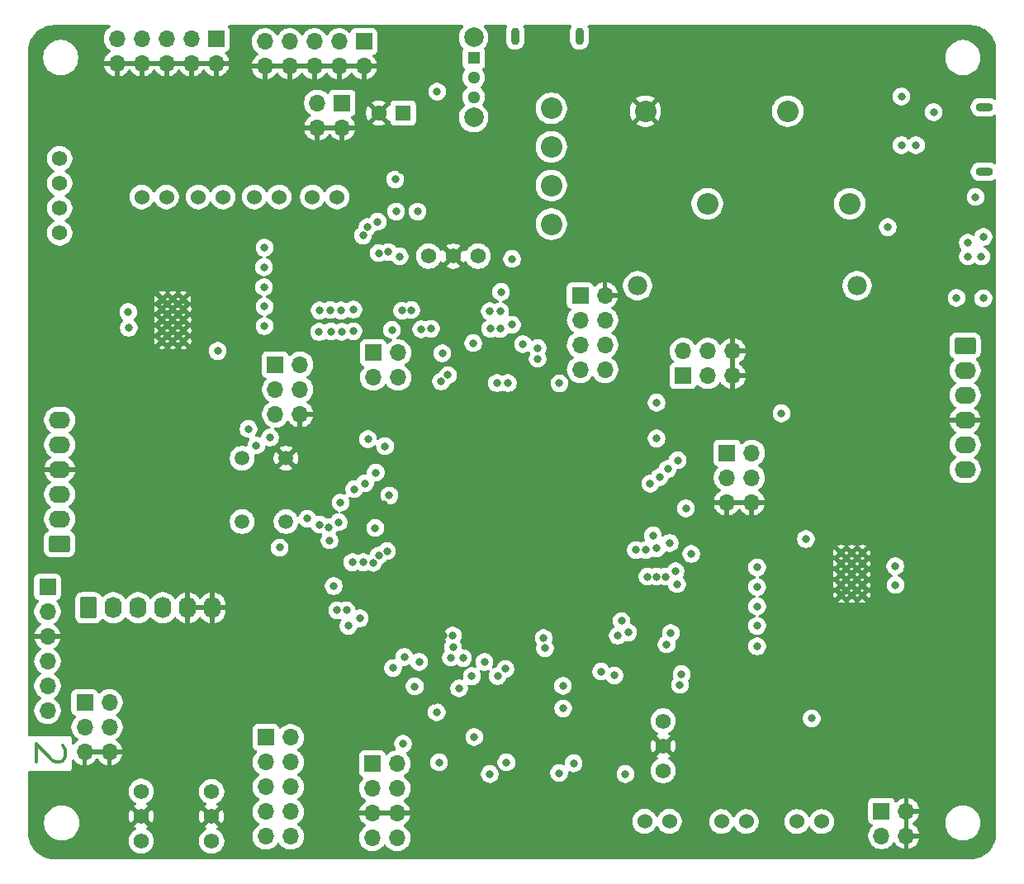
<source format=gbr>
%TF.GenerationSoftware,KiCad,Pcbnew,9.0.2*%
%TF.CreationDate,2025-06-03T12:39:49-07:00*%
%TF.ProjectId,MainBoard,4d61696e-426f-4617-9264-2e6b69636164,0.3*%
%TF.SameCoordinates,Original*%
%TF.FileFunction,Copper,L2,Inr*%
%TF.FilePolarity,Positive*%
%FSLAX46Y46*%
G04 Gerber Fmt 4.6, Leading zero omitted, Abs format (unit mm)*
G04 Created by KiCad (PCBNEW 9.0.2) date 2025-06-03 12:39:49*
%MOMM*%
%LPD*%
G01*
G04 APERTURE LIST*
G04 Aperture macros list*
%AMRoundRect*
0 Rectangle with rounded corners*
0 $1 Rounding radius*
0 $2 $3 $4 $5 $6 $7 $8 $9 X,Y pos of 4 corners*
0 Add a 4 corners polygon primitive as box body*
4,1,4,$2,$3,$4,$5,$6,$7,$8,$9,$2,$3,0*
0 Add four circle primitives for the rounded corners*
1,1,$1+$1,$2,$3*
1,1,$1+$1,$4,$5*
1,1,$1+$1,$6,$7*
1,1,$1+$1,$8,$9*
0 Add four rect primitives between the rounded corners*
20,1,$1+$1,$2,$3,$4,$5,0*
20,1,$1+$1,$4,$5,$6,$7,0*
20,1,$1+$1,$6,$7,$8,$9,0*
20,1,$1+$1,$8,$9,$2,$3,0*%
G04 Aperture macros list end*
%ADD10C,0.300000*%
%TA.AperFunction,NonConductor*%
%ADD11C,0.300000*%
%TD*%
%TA.AperFunction,ComponentPad*%
%ADD12C,1.524000*%
%TD*%
%TA.AperFunction,ComponentPad*%
%ADD13RoundRect,0.250000X-0.845000X0.620000X-0.845000X-0.620000X0.845000X-0.620000X0.845000X0.620000X0*%
%TD*%
%TA.AperFunction,ComponentPad*%
%ADD14O,2.190000X1.740000*%
%TD*%
%TA.AperFunction,ComponentPad*%
%ADD15C,1.574800*%
%TD*%
%TA.AperFunction,ComponentPad*%
%ADD16RoundRect,0.250000X0.845000X-0.620000X0.845000X0.620000X-0.845000X0.620000X-0.845000X-0.620000X0*%
%TD*%
%TA.AperFunction,ComponentPad*%
%ADD17R,1.700000X1.700000*%
%TD*%
%TA.AperFunction,ComponentPad*%
%ADD18O,1.700000X1.700000*%
%TD*%
%TA.AperFunction,ComponentPad*%
%ADD19C,0.600000*%
%TD*%
%TA.AperFunction,ComponentPad*%
%ADD20R,1.295400X1.295400*%
%TD*%
%TA.AperFunction,ComponentPad*%
%ADD21C,1.295400*%
%TD*%
%TA.AperFunction,ComponentPad*%
%ADD22C,2.000000*%
%TD*%
%TA.AperFunction,ComponentPad*%
%ADD23RoundRect,0.250000X-0.620000X-0.845000X0.620000X-0.845000X0.620000X0.845000X-0.620000X0.845000X0*%
%TD*%
%TA.AperFunction,ComponentPad*%
%ADD24O,1.740000X2.190000*%
%TD*%
%TA.AperFunction,ComponentPad*%
%ADD25O,1.800000X0.900000*%
%TD*%
%TA.AperFunction,ComponentPad*%
%ADD26C,1.507998*%
%TD*%
%TA.AperFunction,ComponentPad*%
%ADD27C,2.209800*%
%TD*%
%TA.AperFunction,ComponentPad*%
%ADD28R,1.600000X1.600000*%
%TD*%
%TA.AperFunction,ComponentPad*%
%ADD29C,1.600000*%
%TD*%
%TA.AperFunction,ComponentPad*%
%ADD30O,0.900000X1.800000*%
%TD*%
%TA.AperFunction,ComponentPad*%
%ADD31C,1.980000*%
%TD*%
%TA.AperFunction,ViaPad*%
%ADD32C,0.800000*%
%TD*%
G04 APERTURE END LIST*
D10*
D11*
X169397028Y-156568796D02*
X169539885Y-156711653D01*
X169539885Y-156711653D02*
X169682742Y-156997368D01*
X169682742Y-156997368D02*
X169682742Y-157711653D01*
X169682742Y-157711653D02*
X169539885Y-157997368D01*
X169539885Y-157997368D02*
X169397028Y-158140225D01*
X169397028Y-158140225D02*
X169111314Y-158283082D01*
X169111314Y-158283082D02*
X168825600Y-158283082D01*
X168825600Y-158283082D02*
X168397028Y-158140225D01*
X168397028Y-158140225D02*
X166682742Y-156425939D01*
X166682742Y-156425939D02*
X166682742Y-158283082D01*
D12*
%TO.N,+3.3V*%
%TO.C,SW8*%
X189060000Y-100300000D03*
%TO.N,/Bump2*%
X191600000Y-100300000D03*
%TD*%
D13*
%TO.N,/IC1*%
%TO.C,U11*%
X261925000Y-115570000D03*
D14*
%TO.N,/IC2*%
X261925000Y-118110000D03*
%TO.N,+3.3V*%
X261925000Y-120650000D03*
%TO.N,GND*%
X261925000Y-123190000D03*
%TO.N,Net-(U11-M+)*%
X261925000Y-125730000D03*
%TO.N,Net-(U11-M-)*%
X261925000Y-128270000D03*
%TD*%
D15*
%TO.N,+3.3V*%
%TO.C,J15*%
X177450000Y-166350000D03*
%TO.N,GND*%
X177450000Y-163810000D03*
%TO.N,/Refl3*%
X177450000Y-161270000D03*
%TD*%
D16*
%TO.N,/IC3*%
%TO.C,U12*%
X169100000Y-135890000D03*
D14*
%TO.N,/IC4*%
X169100000Y-133350000D03*
%TO.N,+3.3V*%
X169100000Y-130810000D03*
%TO.N,GND*%
X169100000Y-128270000D03*
%TO.N,Net-(U12-M+)*%
X169100000Y-125730000D03*
%TO.N,Net-(U12-M-)*%
X169100000Y-123190000D03*
%TD*%
D17*
%TO.N,Net-(J1-Pin_1)*%
%TO.C,J1*%
X167850000Y-140300000D03*
D18*
%TO.N,+3.3V*%
X167850000Y-142840000D03*
%TO.N,GND*%
X167850000Y-145380000D03*
%TO.N,Net-(J1-Pin_4)*%
X167850000Y-147920000D03*
%TO.N,Net-(J1-Pin_5)*%
X167850000Y-150460000D03*
%TO.N,unconnected-(J1-Pin_6-Pad6)*%
X167850000Y-153000000D03*
%TD*%
D17*
%TO.N,/SDA2*%
%TO.C,J18*%
X253360000Y-163300000D03*
D18*
%TO.N,GND*%
X255900000Y-163300000D03*
%TO.N,/SCL2*%
X253360000Y-165840000D03*
%TO.N,GND*%
X255900000Y-165840000D03*
%TD*%
D15*
%TO.N,+3.3V*%
%TO.C,J14*%
X184673800Y-166390000D03*
%TO.N,GND*%
X184673800Y-163850000D03*
%TO.N,/Refl2*%
X184673800Y-161310000D03*
%TD*%
%TO.N,Net-(D8-A1)*%
%TO.C,D8*%
X211990000Y-106376200D03*
%TO.N,GND*%
X209450000Y-106376200D03*
%TO.N,Net-(D8-A2)*%
X206910000Y-106376200D03*
%TD*%
D17*
%TO.N,+5V*%
%TO.C,J3*%
X200300000Y-84360000D03*
D18*
%TO.N,GND*%
X200300000Y-86900000D03*
%TO.N,+5V*%
X197760000Y-84360000D03*
%TO.N,GND*%
X197760000Y-86900000D03*
%TO.N,+5V*%
X195220000Y-84360000D03*
%TO.N,GND*%
X195220000Y-86900000D03*
%TO.N,+5V*%
X192680000Y-84360000D03*
%TO.N,GND*%
X192680000Y-86900000D03*
%TO.N,+5V*%
X190140000Y-84360000D03*
%TO.N,GND*%
X190140000Y-86900000D03*
%TD*%
D19*
%TO.N,GND*%
%TO.C,U10*%
X179600000Y-111799999D03*
X179600000Y-112899999D03*
X179600000Y-113999999D03*
X179600000Y-115100000D03*
X179620000Y-110779999D03*
X180700000Y-110779999D03*
X180700000Y-115100000D03*
X180700003Y-111799999D03*
X180700003Y-112899999D03*
X180700003Y-113999999D03*
X181760000Y-110779999D03*
X181800000Y-111799999D03*
X181800000Y-112899999D03*
X181800000Y-113999999D03*
X181800000Y-115100000D03*
%TD*%
D17*
%TO.N,/RH15*%
%TO.C,J21*%
X233010000Y-118650000D03*
D18*
%TO.N,/RH14*%
X233010000Y-116110000D03*
%TO.N,/RH13*%
X235550000Y-118650000D03*
%TO.N,/RH12*%
X235550000Y-116110000D03*
%TO.N,GND*%
X238090000Y-118650000D03*
X238090000Y-116110000D03*
%TD*%
D17*
%TO.N,/SCK4*%
%TO.C,J19*%
X237510000Y-126560000D03*
D18*
%TO.N,/SDI4*%
X240050000Y-126560000D03*
%TO.N,/SS4\u002A*%
X237510000Y-129100000D03*
%TO.N,/SDO4*%
X240050000Y-129100000D03*
%TO.N,GND*%
X237510000Y-131640000D03*
X240050000Y-131640000D03*
%TD*%
D20*
%TO.N,Net-(J4-VBUS)*%
%TO.C,SW2*%
X211550000Y-86049999D03*
D21*
%TO.N,+5V*%
X211550000Y-88050000D03*
%TO.N,unconnected-(SW2-C-Pad3)*%
X211550000Y-90050001D03*
D22*
%TO.N,N/C*%
X211550000Y-83949999D03*
X211550000Y-92150000D03*
%TD*%
D19*
%TO.N,GND*%
%TO.C,U13*%
X251400000Y-140099999D03*
X251400000Y-138999999D03*
X251400000Y-137899999D03*
X251400000Y-136799998D03*
X251380000Y-141119999D03*
X250300000Y-141119999D03*
X250300000Y-136799998D03*
X250299997Y-140099999D03*
X250299997Y-138999999D03*
X250299997Y-137899999D03*
X249240000Y-141119999D03*
X249200000Y-140099999D03*
X249200000Y-138999999D03*
X249200000Y-137899999D03*
X249200000Y-136799998D03*
%TD*%
D23*
%TO.N,/SCK2*%
%TO.C,J20*%
X172055000Y-142450000D03*
D24*
%TO.N,/SS2\u002A*%
X174595000Y-142450000D03*
%TO.N,/SDO2*%
X177135000Y-142450000D03*
%TO.N,/SDI2*%
X179675000Y-142450000D03*
%TO.N,GND*%
X182215000Y-142450000D03*
X184755000Y-142450000D03*
%TD*%
D17*
%TO.N,/SCK3*%
%TO.C,J8*%
X201160000Y-158430000D03*
D18*
%TO.N,/SDO3*%
X203700000Y-158430000D03*
%TO.N,/SS3\u002A*%
X201160000Y-160970000D03*
%TO.N,/SDI3*%
X203700000Y-160970000D03*
%TO.N,GND*%
X201160000Y-163510000D03*
X203700000Y-163510000D03*
%TO.N,/U4RX*%
X201160000Y-166050000D03*
%TO.N,/U4TX*%
X203700000Y-166050000D03*
%TD*%
D17*
%TO.N,Net-(J2-Pin_1)*%
%TO.C,J2*%
X185140000Y-84060000D03*
D18*
%TO.N,GND*%
X185140000Y-86600000D03*
%TO.N,Net-(J2-Pin_1)*%
X182600000Y-84060000D03*
%TO.N,GND*%
X182600000Y-86600000D03*
%TO.N,Net-(J2-Pin_1)*%
X180060000Y-84060000D03*
%TO.N,GND*%
X180060000Y-86600000D03*
%TO.N,Net-(J2-Pin_1)*%
X177520000Y-84060000D03*
%TO.N,GND*%
X177520000Y-86600000D03*
%TO.N,Net-(J2-Pin_1)*%
X174980000Y-84060000D03*
%TO.N,GND*%
X174980000Y-86600000D03*
%TD*%
D17*
%TO.N,/U5TX*%
%TO.C,J23*%
X171660000Y-152150000D03*
D18*
%TO.N,/U5RX*%
X174200000Y-152150000D03*
%TO.N,/U6TX*%
X171660000Y-154690000D03*
%TO.N,/U6RX*%
X174200000Y-154690000D03*
%TO.N,GND*%
X171660000Y-157230000D03*
X174200000Y-157230000D03*
%TD*%
D12*
%TO.N,+3.3V*%
%TO.C,SW6*%
X231610128Y-164351200D03*
%TO.N,/Switch1*%
X229070128Y-164351200D03*
%TD*%
D25*
%TO.N,N/C*%
%TO.C,J9*%
X263900000Y-97700000D03*
X263900000Y-91100000D03*
%TD*%
D12*
%TO.N,+3.3V*%
%TO.C,SW10*%
X177510000Y-100300000D03*
%TO.N,/Bump4*%
X180050000Y-100300000D03*
%TD*%
%TO.N,+3.3V*%
%TO.C,SW4*%
X239490128Y-164375000D03*
%TO.N,/Switch2*%
X236950128Y-164375000D03*
%TD*%
%TO.N,+3.3V*%
%TO.C,SW5*%
X247230128Y-164375000D03*
%TO.N,/Switch3*%
X244690128Y-164375000D03*
%TD*%
D17*
%TO.N,/RE4*%
%TO.C,J25*%
X201250000Y-116275000D03*
D18*
%TO.N,/RE1*%
X203790000Y-116275000D03*
%TO.N,/RG12*%
X201250000Y-118815000D03*
%TO.N,/RG14*%
X203790000Y-118815000D03*
%TD*%
D26*
%TO.N,GND*%
%TO.C,SW1*%
X192300001Y-127099998D03*
%TO.N,N/C*%
X192300001Y-133600000D03*
X187800000Y-127099998D03*
%TO.N,Net-(C1-Pad1)*%
X187800000Y-133600000D03*
%TD*%
D17*
%TO.N,+3.3V*%
%TO.C,J26*%
X222460000Y-110400000D03*
D18*
%TO.N,GND*%
X225000000Y-110400000D03*
%TO.N,/IMU_INT2*%
X222460000Y-112940000D03*
%TO.N,/SCK1*%
X225000000Y-112940000D03*
%TO.N,/IMU_INT1*%
X222460000Y-115480000D03*
%TO.N,/SS1\u002A*%
X225000000Y-115480000D03*
%TO.N,/SDO1*%
X222460000Y-118020000D03*
%TO.N,/SDI1*%
X225000000Y-118020000D03*
%TD*%
D27*
%TO.N,+5V*%
%TO.C,SW3*%
X219500000Y-103087200D03*
%TO.N,Net-(J4-VBUS)*%
X219500000Y-99124800D03*
%TO.N,Vdrive*%
X219500000Y-95162400D03*
%TO.N,Net-(F1-Pad1)*%
X219500000Y-91200000D03*
%TD*%
D28*
%TO.N,+5V*%
%TO.C,C15*%
X204305113Y-91700000D03*
D29*
%TO.N,GND*%
X201805113Y-91700000D03*
%TD*%
D30*
%TO.N,N/C*%
%TO.C,J4*%
X222400000Y-83800000D03*
X215800000Y-83800000D03*
%TD*%
D31*
%TO.N,Net-(F1-Pad1)*%
%TO.C,F1*%
X228350000Y-109400000D03*
%TO.N,Net-(J5-Pin_1)*%
X250850000Y-109400000D03*
%TD*%
D15*
%TO.N,+3.3V*%
%TO.C,J13*%
X230973800Y-159140000D03*
%TO.N,GND*%
X230973800Y-156600000D03*
%TO.N,/Refl1*%
X230973800Y-154060000D03*
%TD*%
D12*
%TO.N,+3.3V*%
%TO.C,SW9*%
X183310000Y-100300000D03*
%TO.N,/Bump3*%
X185850000Y-100300000D03*
%TD*%
D27*
%TO.N,Net-(J5-Pin_2)*%
%TO.C,J6*%
X235500000Y-101000000D03*
%TO.N,GND*%
X229150000Y-91500001D03*
%TD*%
D12*
%TO.N,+3.3V*%
%TO.C,SW7*%
X195000000Y-100300000D03*
%TO.N,/Bump1*%
X197540000Y-100300000D03*
%TD*%
D15*
%TO.N,/U2TX*%
%TO.C,J24*%
X169100000Y-104000000D03*
%TO.N,/U2RX*%
X169100000Y-101460000D03*
%TO.N,/GPS_Reset*%
X169100000Y-98920000D03*
%TO.N,/GPS_INT*%
X169100000Y-96380000D03*
%TD*%
D17*
%TO.N,/RA9*%
%TO.C,J7*%
X190250000Y-155740000D03*
D18*
%TO.N,/RA10*%
X192790000Y-155740000D03*
%TO.N,/RH0*%
X190250000Y-158280000D03*
%TO.N,/RH1*%
X192790000Y-158280000D03*
%TO.N,/RH2*%
X190250000Y-160820000D03*
%TO.N,/RH3*%
X192790000Y-160820000D03*
%TO.N,/RB8*%
X190250000Y-163360000D03*
%TO.N,/RK1*%
X192790000Y-163360000D03*
%TO.N,/RK2*%
X190250000Y-165900000D03*
%TO.N,/RK3*%
X192790000Y-165900000D03*
%TD*%
D17*
%TO.N,/RE7*%
%TO.C,J16*%
X191210000Y-117510000D03*
D18*
%TO.N,/RJ8*%
X193750000Y-117510000D03*
%TO.N,/RJ13*%
X191210000Y-120050000D03*
%TO.N,/RJ14*%
X193750000Y-120050000D03*
%TO.N,/RJ15*%
X191210000Y-122590000D03*
%TO.N,GND*%
X193750000Y-122590000D03*
%TD*%
D27*
%TO.N,Net-(J5-Pin_1)*%
%TO.C,J5*%
X250100000Y-100999999D03*
%TO.N,Net-(J5-Pin_2)*%
X243750000Y-91500000D03*
%TD*%
D17*
%TO.N,/U3TX*%
%TO.C,J22*%
X198050000Y-90650000D03*
D18*
%TO.N,GND*%
X198050000Y-93190000D03*
%TO.N,/U3RX*%
X195510000Y-90650000D03*
%TO.N,GND*%
X195510000Y-93190000D03*
%TD*%
D32*
%TO.N,GND*%
X247500000Y-116000000D03*
X183050000Y-136400000D03*
X208200000Y-156500000D03*
X202310556Y-131798056D03*
X216925501Y-119600000D03*
X259900000Y-93150000D03*
X215100000Y-156500000D03*
X176100000Y-117650000D03*
X215258526Y-144491472D03*
X220400333Y-145999667D03*
X212100000Y-100500000D03*
X213900000Y-97900000D03*
X197859787Y-128309787D03*
X187000000Y-121600000D03*
X247800000Y-157000000D03*
X225994063Y-157486643D03*
X222100000Y-156500000D03*
X217700000Y-149250000D03*
X253500000Y-129300000D03*
X192950000Y-104750000D03*
X257050000Y-143825500D03*
X251400000Y-115600000D03*
X247700000Y-130600000D03*
X180400000Y-104900000D03*
X244500000Y-127300000D03*
X186400000Y-94400000D03*
X181034787Y-137084787D03*
X172600000Y-92400000D03*
X249790128Y-163575000D03*
X166525000Y-112500000D03*
X189575000Y-90550000D03*
X174750000Y-107150000D03*
X218100000Y-87900000D03*
X191950000Y-90800000D03*
X246300000Y-144900000D03*
X263950000Y-144450000D03*
X201562500Y-139850000D03*
X241990128Y-163525000D03*
X217000000Y-88000000D03*
X263050000Y-160500000D03*
X253400000Y-134000000D03*
X183750000Y-107450000D03*
X204100000Y-97500000D03*
X178050000Y-122450000D03*
X206600000Y-83475000D03*
X174400000Y-90100000D03*
X181600000Y-122450000D03*
X207500000Y-151950000D03*
X174400000Y-94600000D03*
X257800000Y-109400000D03*
X186300000Y-91000000D03*
X219000000Y-157800000D03*
X211300000Y-119700000D03*
X178900000Y-136250000D03*
X264700000Y-139425000D03*
X182300000Y-92600000D03*
X228776944Y-132276944D03*
X253600000Y-107530000D03*
X200100000Y-95800000D03*
X200100000Y-100100000D03*
X212100000Y-95700000D03*
X228050000Y-140000000D03*
X208426944Y-145326944D03*
X212100000Y-157800000D03*
X234340128Y-163475000D03*
X227336051Y-122636051D03*
%TO.N,+3.3V*%
X194500000Y-133300000D03*
X245600000Y-135400000D03*
X216600000Y-115400000D03*
X213200000Y-159500000D03*
X240600000Y-146400000D03*
X240600000Y-142300000D03*
X240600000Y-144300000D03*
X190100000Y-111550000D03*
X214900000Y-158300000D03*
X240600000Y-138300000D03*
X207800000Y-89500000D03*
X190050000Y-107500000D03*
X230300000Y-121400000D03*
X203500000Y-98500000D03*
X190100000Y-113550000D03*
X205950000Y-148000000D03*
X205800000Y-101800000D03*
X208000000Y-158300000D03*
X185300000Y-116100000D03*
X240600000Y-140300000D03*
X214800356Y-148700351D03*
X190050000Y-109550000D03*
X255400000Y-95000000D03*
X220300000Y-159400000D03*
X190100000Y-105500000D03*
X197200000Y-140213420D03*
X254000000Y-103400000D03*
X203600000Y-101800000D03*
X246200000Y-153800000D03*
X227100000Y-159500000D03*
X220700000Y-150450000D03*
X214350000Y-110050000D03*
X261050354Y-110650353D03*
X207750000Y-153162500D03*
X197900000Y-131650000D03*
X211500000Y-115300000D03*
X221800000Y-158400000D03*
X255400000Y-90000000D03*
X215485556Y-106664444D03*
X233300000Y-132250000D03*
%TO.N,Net-(J1-Pin_1)*%
X191650000Y-136275000D03*
%TO.N,Net-(J1-Pin_4)*%
X198700000Y-144309814D03*
%TO.N,Net-(J1-Pin_5)*%
X199875000Y-143525000D03*
%TO.N,/RB8*%
X205500000Y-150500000D03*
%TO.N,/Refl1*%
X214000000Y-149450000D03*
%TO.N,/Refl2*%
X198499503Y-142700000D03*
X200200000Y-137775000D03*
%TO.N,/Refl3*%
X197550000Y-142700000D03*
X199100000Y-137775000D03*
%TO.N,/SDA2*%
X232389694Y-140018292D03*
X231653888Y-135796112D03*
%TO.N,/SCL2*%
X229926944Y-135023056D03*
X232250000Y-138700000D03*
%TO.N,/RH0*%
X209401731Y-145306046D03*
%TO.N,/RH1*%
X209439127Y-146514762D03*
%TO.N,/RJ13*%
X202657370Y-136624500D03*
%TO.N,/RH2*%
X209200000Y-147550000D03*
%TO.N,/RJ14*%
X201821956Y-137075764D03*
%TO.N,/RH3*%
X210450000Y-147600000D03*
%TO.N,/RJ15*%
X201239950Y-137825980D03*
%TO.N,/U2TX*%
X189250000Y-125800000D03*
%TO.N,Net-(D9-K)*%
X262200000Y-105000000D03*
X263800000Y-104400000D03*
%TO.N,/U2RX*%
X203166055Y-113933945D03*
X200200000Y-104250000D03*
X201800000Y-106050000D03*
%TO.N,/U3TX*%
X205150000Y-111900000D03*
X218100000Y-115800000D03*
%TO.N,/U3RX*%
X218100000Y-116900000D03*
X204202910Y-111967649D03*
%TO.N,/RA9*%
X204430444Y-147480444D03*
%TO.N,/RA10*%
X203280444Y-148630444D03*
%TO.N,/U6TX*%
X201450000Y-134250000D03*
X201510340Y-128575500D03*
%TO.N,/Switch1*%
X228165980Y-136525500D03*
X229350000Y-139250000D03*
%TO.N,/RG12*%
X208209423Y-119227463D03*
%TO.N,/RG14*%
X208900000Y-118575000D03*
%TO.N,/SCK3*%
X218724501Y-145550000D03*
%TO.N,/SDO3*%
X212650000Y-148000000D03*
X204300000Y-156400000D03*
%TO.N,/SS3\u002A*%
X218850000Y-146600000D03*
%TO.N,/RE1*%
X208325000Y-116350000D03*
%TO.N,/SCK4*%
X231450000Y-128200000D03*
%TO.N,/SDO4*%
X229650000Y-129700000D03*
%TO.N,/Switch2*%
X230300000Y-139250000D03*
X229200000Y-136525500D03*
%TO.N,/Switch3*%
X230300000Y-136350000D03*
X231249503Y-139250000D03*
%TO.N,/SS4\u002A*%
X230596809Y-129043540D03*
%TO.N,/SDI4*%
X232457370Y-127307370D03*
%TO.N,/SDO5*%
X211359787Y-149459786D03*
X213924500Y-119400000D03*
%TO.N,/SDI5*%
X215050000Y-119400000D03*
X210051906Y-150710761D03*
%TO.N,/SCK6*%
X232850000Y-149250000D03*
X225975500Y-149396660D03*
%TO.N,/SDO6*%
X231750000Y-145050000D03*
X226701000Y-143800000D03*
%TO.N,/SS6\u002A*%
X224612476Y-148987524D03*
X232700000Y-150350000D03*
%TO.N,/SDI6*%
X227375500Y-144974500D03*
X231324500Y-146200000D03*
%TO.N,/SCK2*%
X196674032Y-134197201D03*
X200400000Y-129675500D03*
%TO.N,/SDI2*%
X197699266Y-133672527D03*
X199300000Y-130274500D03*
%TO.N,/SDO2*%
X202900000Y-130924501D03*
X196775868Y-135532616D03*
%TO.N,/IC2*%
X233850000Y-136925500D03*
%TO.N,/IC3*%
X195767244Y-133915616D03*
X200700000Y-125150000D03*
%TO.N,/IC1*%
X230299527Y-125075500D03*
%TO.N,/Bump1*%
X199200000Y-111850000D03*
X199200000Y-114075000D03*
%TO.N,/Bump2*%
X197950000Y-111950000D03*
X198000000Y-114125000D03*
%TO.N,/Bump3*%
X196900000Y-114100000D03*
X196875000Y-111900000D03*
%TO.N,/Bump4*%
X195750000Y-111950000D03*
X195700000Y-114150000D03*
%TO.N,/LED2*%
X211600000Y-155700000D03*
X220719870Y-152769870D03*
%TO.N,/GPS_INT*%
X207175000Y-113824500D03*
X201700000Y-102850000D03*
X203950000Y-106400000D03*
%TO.N,/GPS_Reset*%
X200650000Y-103400000D03*
X206175000Y-113875000D03*
X202800000Y-105950000D03*
%TO.N,/Status_Yellow*%
X214250000Y-113824500D03*
X214250000Y-112025500D03*
%TO.N,/Status_Green*%
X213250000Y-113824500D03*
X213200000Y-112025500D03*
%TO.N,Vdrive*%
X188450000Y-124100000D03*
X243100000Y-122500000D03*
%TO.N,Net-(D9-A)*%
X263000000Y-100300000D03*
X258700000Y-91600000D03*
%TO.N,Net-(D10-K)*%
X262200500Y-106400000D03*
X263600000Y-106400000D03*
%TO.N,Net-(D10-A)*%
X256900000Y-95000000D03*
X263800000Y-110700000D03*
%TO.N,/MotorCurrent1*%
X176125000Y-112100500D03*
X176175000Y-113725500D03*
X190673056Y-124973056D03*
%TO.N,/MotorCurrent2*%
X254773435Y-138174498D03*
X254800000Y-140100000D03*
X226324500Y-145300000D03*
%TO.N,/Dir2*%
X220339194Y-119414695D03*
X215459674Y-113413562D03*
%TO.N,/RJ8*%
X202460933Y-125864821D03*
%TD*%
%TA.AperFunction,Conductor*%
%TO.N,GND*%
G36*
X203234075Y-163317007D02*
G01*
X203200000Y-163444174D01*
X203200000Y-163575826D01*
X203234075Y-163702993D01*
X203266988Y-163760000D01*
X201593012Y-163760000D01*
X201625925Y-163702993D01*
X201660000Y-163575826D01*
X201660000Y-163444174D01*
X201625925Y-163317007D01*
X201593012Y-163260000D01*
X203266988Y-163260000D01*
X203234075Y-163317007D01*
G37*
%TD.AperFunction*%
%TA.AperFunction,Conductor*%
G36*
X256150000Y-165406988D02*
G01*
X256092993Y-165374075D01*
X255965826Y-165340000D01*
X255834174Y-165340000D01*
X255707007Y-165374075D01*
X255650000Y-165406988D01*
X255650000Y-163733012D01*
X255707007Y-163765925D01*
X255834174Y-163800000D01*
X255965826Y-163800000D01*
X256092993Y-163765925D01*
X256150000Y-163733012D01*
X256150000Y-165406988D01*
G37*
%TD.AperFunction*%
%TA.AperFunction,Conductor*%
G36*
X184200548Y-142220339D02*
G01*
X184160000Y-142371667D01*
X184160000Y-142528333D01*
X184200548Y-142679661D01*
X184212291Y-142700000D01*
X182757709Y-142700000D01*
X182769452Y-142679661D01*
X182810000Y-142528333D01*
X182810000Y-142371667D01*
X182769452Y-142220339D01*
X182757709Y-142200000D01*
X184212291Y-142200000D01*
X184200548Y-142220339D01*
G37*
%TD.AperFunction*%
%TA.AperFunction,Conductor*%
G36*
X239584075Y-131447007D02*
G01*
X239550000Y-131574174D01*
X239550000Y-131705826D01*
X239584075Y-131832993D01*
X239616988Y-131890000D01*
X237943012Y-131890000D01*
X237975925Y-131832993D01*
X238010000Y-131705826D01*
X238010000Y-131574174D01*
X237975925Y-131447007D01*
X237943012Y-131390000D01*
X239616988Y-131390000D01*
X239584075Y-131447007D01*
G37*
%TD.AperFunction*%
%TA.AperFunction,Conductor*%
G36*
X238340000Y-118216988D02*
G01*
X238282993Y-118184075D01*
X238155826Y-118150000D01*
X238024174Y-118150000D01*
X237897007Y-118184075D01*
X237840000Y-118216988D01*
X237840000Y-116543012D01*
X237897007Y-116575925D01*
X238024174Y-116610000D01*
X238155826Y-116610000D01*
X238282993Y-116575925D01*
X238340000Y-116543012D01*
X238340000Y-118216988D01*
G37*
%TD.AperFunction*%
%TA.AperFunction,Conductor*%
G36*
X197584075Y-92997007D02*
G01*
X197550000Y-93124174D01*
X197550000Y-93255826D01*
X197584075Y-93382993D01*
X197616988Y-93440000D01*
X195943012Y-93440000D01*
X195975925Y-93382993D01*
X196010000Y-93255826D01*
X196010000Y-93124174D01*
X195975925Y-92997007D01*
X195943012Y-92940000D01*
X197616988Y-92940000D01*
X197584075Y-92997007D01*
G37*
%TD.AperFunction*%
%TA.AperFunction,Conductor*%
G36*
X192214075Y-86707007D02*
G01*
X192180000Y-86834174D01*
X192180000Y-86965826D01*
X192214075Y-87092993D01*
X192246988Y-87150000D01*
X190573012Y-87150000D01*
X190605925Y-87092993D01*
X190640000Y-86965826D01*
X190640000Y-86834174D01*
X190605925Y-86707007D01*
X190573012Y-86650000D01*
X192246988Y-86650000D01*
X192214075Y-86707007D01*
G37*
%TD.AperFunction*%
%TA.AperFunction,Conductor*%
G36*
X194754075Y-86707007D02*
G01*
X194720000Y-86834174D01*
X194720000Y-86965826D01*
X194754075Y-87092993D01*
X194786988Y-87150000D01*
X193113012Y-87150000D01*
X193145925Y-87092993D01*
X193180000Y-86965826D01*
X193180000Y-86834174D01*
X193145925Y-86707007D01*
X193113012Y-86650000D01*
X194786988Y-86650000D01*
X194754075Y-86707007D01*
G37*
%TD.AperFunction*%
%TA.AperFunction,Conductor*%
G36*
X197294075Y-86707007D02*
G01*
X197260000Y-86834174D01*
X197260000Y-86965826D01*
X197294075Y-87092993D01*
X197326988Y-87150000D01*
X195653012Y-87150000D01*
X195685925Y-87092993D01*
X195720000Y-86965826D01*
X195720000Y-86834174D01*
X195685925Y-86707007D01*
X195653012Y-86650000D01*
X197326988Y-86650000D01*
X197294075Y-86707007D01*
G37*
%TD.AperFunction*%
%TA.AperFunction,Conductor*%
G36*
X199834075Y-86707007D02*
G01*
X199800000Y-86834174D01*
X199800000Y-86965826D01*
X199834075Y-87092993D01*
X199866988Y-87150000D01*
X198193012Y-87150000D01*
X198225925Y-87092993D01*
X198260000Y-86965826D01*
X198260000Y-86834174D01*
X198225925Y-86707007D01*
X198193012Y-86650000D01*
X199866988Y-86650000D01*
X199834075Y-86707007D01*
G37*
%TD.AperFunction*%
%TA.AperFunction,Conductor*%
G36*
X174251529Y-82701185D02*
G01*
X174297284Y-82753989D01*
X174307228Y-82823147D01*
X174278203Y-82886703D01*
X174257376Y-82905818D01*
X174094996Y-83023794D01*
X174094994Y-83023796D01*
X174094993Y-83023796D01*
X173943796Y-83174993D01*
X173818106Y-83347990D01*
X173721027Y-83538516D01*
X173721026Y-83538519D01*
X173654951Y-83741882D01*
X173654951Y-83741884D01*
X173621500Y-83953084D01*
X173621500Y-84166916D01*
X173626154Y-84196300D01*
X173654951Y-84378117D01*
X173721026Y-84581480D01*
X173721027Y-84581483D01*
X173816131Y-84768132D01*
X173818106Y-84772009D01*
X173943794Y-84945004D01*
X174094996Y-85096206D01*
X174224742Y-85190472D01*
X174267992Y-85221895D01*
X174272683Y-85224285D01*
X174323480Y-85272259D01*
X174340275Y-85340080D01*
X174317738Y-85406215D01*
X174276212Y-85442202D01*
X174276598Y-85442832D01*
X174272803Y-85445157D01*
X174272701Y-85445246D01*
X174272448Y-85445374D01*
X174272446Y-85445376D01*
X174100540Y-85570272D01*
X174100535Y-85570276D01*
X173950276Y-85720535D01*
X173950272Y-85720540D01*
X173825379Y-85892442D01*
X173728904Y-86081782D01*
X173663242Y-86283870D01*
X173663242Y-86283873D01*
X173652769Y-86350000D01*
X174546988Y-86350000D01*
X174514075Y-86407007D01*
X174480000Y-86534174D01*
X174480000Y-86665826D01*
X174514075Y-86792993D01*
X174546988Y-86850000D01*
X173652769Y-86850000D01*
X173663242Y-86916126D01*
X173663242Y-86916129D01*
X173728904Y-87118217D01*
X173825379Y-87307557D01*
X173950272Y-87479459D01*
X173950276Y-87479464D01*
X174100535Y-87629723D01*
X174100540Y-87629727D01*
X174272442Y-87754620D01*
X174461782Y-87851095D01*
X174663871Y-87916757D01*
X174730000Y-87927231D01*
X174730000Y-87033012D01*
X174787007Y-87065925D01*
X174914174Y-87100000D01*
X175045826Y-87100000D01*
X175172993Y-87065925D01*
X175230000Y-87033012D01*
X175230000Y-87927230D01*
X175296126Y-87916757D01*
X175296129Y-87916757D01*
X175498217Y-87851095D01*
X175687557Y-87754620D01*
X175859459Y-87629727D01*
X175859464Y-87629723D01*
X176009723Y-87479464D01*
X176009727Y-87479459D01*
X176134620Y-87307558D01*
X176139514Y-87297954D01*
X176187488Y-87247157D01*
X176255308Y-87230361D01*
X176321444Y-87252897D01*
X176360486Y-87297954D01*
X176365379Y-87307558D01*
X176490272Y-87479459D01*
X176490276Y-87479464D01*
X176640535Y-87629723D01*
X176640540Y-87629727D01*
X176812442Y-87754620D01*
X177001782Y-87851095D01*
X177203871Y-87916757D01*
X177270000Y-87927231D01*
X177270000Y-87033012D01*
X177327007Y-87065925D01*
X177454174Y-87100000D01*
X177585826Y-87100000D01*
X177712993Y-87065925D01*
X177770000Y-87033012D01*
X177770000Y-87927230D01*
X177836126Y-87916757D01*
X177836129Y-87916757D01*
X178038217Y-87851095D01*
X178227557Y-87754620D01*
X178399459Y-87629727D01*
X178399464Y-87629723D01*
X178549723Y-87479464D01*
X178549727Y-87479459D01*
X178674620Y-87307558D01*
X178679514Y-87297954D01*
X178727488Y-87247157D01*
X178795308Y-87230361D01*
X178861444Y-87252897D01*
X178900486Y-87297954D01*
X178905379Y-87307558D01*
X179030272Y-87479459D01*
X179030276Y-87479464D01*
X179180535Y-87629723D01*
X179180540Y-87629727D01*
X179352442Y-87754620D01*
X179541782Y-87851095D01*
X179743871Y-87916757D01*
X179810000Y-87927231D01*
X179810000Y-87033012D01*
X179867007Y-87065925D01*
X179994174Y-87100000D01*
X180125826Y-87100000D01*
X180252993Y-87065925D01*
X180310000Y-87033012D01*
X180310000Y-87927230D01*
X180376126Y-87916757D01*
X180376129Y-87916757D01*
X180578217Y-87851095D01*
X180767557Y-87754620D01*
X180939459Y-87629727D01*
X180939464Y-87629723D01*
X181089723Y-87479464D01*
X181089727Y-87479459D01*
X181214620Y-87307558D01*
X181219514Y-87297954D01*
X181267488Y-87247157D01*
X181335308Y-87230361D01*
X181401444Y-87252897D01*
X181440486Y-87297954D01*
X181445379Y-87307558D01*
X181570272Y-87479459D01*
X181570276Y-87479464D01*
X181720535Y-87629723D01*
X181720540Y-87629727D01*
X181892442Y-87754620D01*
X182081782Y-87851095D01*
X182283871Y-87916757D01*
X182350000Y-87927231D01*
X182350000Y-87033012D01*
X182407007Y-87065925D01*
X182534174Y-87100000D01*
X182665826Y-87100000D01*
X182792993Y-87065925D01*
X182850000Y-87033012D01*
X182850000Y-87927230D01*
X182916126Y-87916757D01*
X182916129Y-87916757D01*
X183118217Y-87851095D01*
X183307557Y-87754620D01*
X183479459Y-87629727D01*
X183479464Y-87629723D01*
X183629723Y-87479464D01*
X183629727Y-87479459D01*
X183754620Y-87307558D01*
X183759514Y-87297954D01*
X183807488Y-87247157D01*
X183875308Y-87230361D01*
X183941444Y-87252897D01*
X183980486Y-87297954D01*
X183985379Y-87307558D01*
X184110272Y-87479459D01*
X184110276Y-87479464D01*
X184260535Y-87629723D01*
X184260540Y-87629727D01*
X184432442Y-87754620D01*
X184621782Y-87851095D01*
X184823871Y-87916757D01*
X184890000Y-87927231D01*
X184890000Y-87033012D01*
X184947007Y-87065925D01*
X185074174Y-87100000D01*
X185205826Y-87100000D01*
X185332993Y-87065925D01*
X185390000Y-87033012D01*
X185390000Y-87927230D01*
X185456126Y-87916757D01*
X185456129Y-87916757D01*
X185658217Y-87851095D01*
X185847557Y-87754620D01*
X186019459Y-87629727D01*
X186019464Y-87629723D01*
X186169723Y-87479464D01*
X186169727Y-87479459D01*
X186294620Y-87307557D01*
X186391095Y-87118216D01*
X186405262Y-87074618D01*
X186456757Y-86916129D01*
X186456757Y-86916126D01*
X186467231Y-86850000D01*
X185573012Y-86850000D01*
X185605925Y-86792993D01*
X185640000Y-86665826D01*
X185640000Y-86534174D01*
X185605925Y-86407007D01*
X185573012Y-86350000D01*
X186467231Y-86350000D01*
X186456757Y-86283873D01*
X186456757Y-86283870D01*
X186391095Y-86081782D01*
X186294620Y-85892442D01*
X186169727Y-85720540D01*
X186169723Y-85720535D01*
X186062272Y-85613084D01*
X186028787Y-85551761D01*
X186033771Y-85482069D01*
X186075643Y-85426136D01*
X186106612Y-85409224D01*
X186236204Y-85360889D01*
X186353261Y-85273261D01*
X186440889Y-85156204D01*
X186491989Y-85019201D01*
X186495975Y-84982128D01*
X186498499Y-84958654D01*
X186498500Y-84958637D01*
X186498500Y-84253084D01*
X188781500Y-84253084D01*
X188781500Y-84466915D01*
X188814951Y-84678117D01*
X188881026Y-84881480D01*
X188881027Y-84881483D01*
X188976131Y-85068132D01*
X188978106Y-85072009D01*
X189103794Y-85245004D01*
X189254996Y-85396206D01*
X189384742Y-85490472D01*
X189427992Y-85521895D01*
X189432683Y-85524285D01*
X189483480Y-85572259D01*
X189500275Y-85640080D01*
X189477738Y-85706215D01*
X189436212Y-85742202D01*
X189436598Y-85742832D01*
X189432803Y-85745157D01*
X189432701Y-85745246D01*
X189432448Y-85745374D01*
X189432446Y-85745376D01*
X189260540Y-85870272D01*
X189260535Y-85870276D01*
X189110276Y-86020535D01*
X189110272Y-86020540D01*
X188985379Y-86192442D01*
X188888904Y-86381782D01*
X188823242Y-86583870D01*
X188823242Y-86583873D01*
X188812769Y-86650000D01*
X189706988Y-86650000D01*
X189674075Y-86707007D01*
X189640000Y-86834174D01*
X189640000Y-86965826D01*
X189674075Y-87092993D01*
X189706988Y-87150000D01*
X188812769Y-87150000D01*
X188823242Y-87216126D01*
X188823242Y-87216129D01*
X188888904Y-87418217D01*
X188985379Y-87607557D01*
X189110272Y-87779459D01*
X189110276Y-87779464D01*
X189260535Y-87929723D01*
X189260540Y-87929727D01*
X189432442Y-88054620D01*
X189621782Y-88151095D01*
X189823871Y-88216757D01*
X189890000Y-88227231D01*
X189890000Y-87333012D01*
X189947007Y-87365925D01*
X190074174Y-87400000D01*
X190205826Y-87400000D01*
X190332993Y-87365925D01*
X190390000Y-87333012D01*
X190390000Y-88227230D01*
X190456126Y-88216757D01*
X190456129Y-88216757D01*
X190658217Y-88151095D01*
X190847557Y-88054620D01*
X191019459Y-87929727D01*
X191019464Y-87929723D01*
X191169723Y-87779464D01*
X191169727Y-87779459D01*
X191294620Y-87607558D01*
X191299514Y-87597954D01*
X191347488Y-87547157D01*
X191415308Y-87530361D01*
X191481444Y-87552897D01*
X191520486Y-87597954D01*
X191525379Y-87607558D01*
X191650272Y-87779459D01*
X191650276Y-87779464D01*
X191800535Y-87929723D01*
X191800540Y-87929727D01*
X191972442Y-88054620D01*
X192161782Y-88151095D01*
X192363871Y-88216757D01*
X192430000Y-88227231D01*
X192430000Y-87333012D01*
X192487007Y-87365925D01*
X192614174Y-87400000D01*
X192745826Y-87400000D01*
X192872993Y-87365925D01*
X192930000Y-87333012D01*
X192930000Y-88227230D01*
X192996126Y-88216757D01*
X192996129Y-88216757D01*
X193198217Y-88151095D01*
X193387557Y-88054620D01*
X193559459Y-87929727D01*
X193559464Y-87929723D01*
X193709723Y-87779464D01*
X193709727Y-87779459D01*
X193834620Y-87607558D01*
X193839514Y-87597954D01*
X193887488Y-87547157D01*
X193955308Y-87530361D01*
X194021444Y-87552897D01*
X194060486Y-87597954D01*
X194065379Y-87607558D01*
X194190272Y-87779459D01*
X194190276Y-87779464D01*
X194340535Y-87929723D01*
X194340540Y-87929727D01*
X194512442Y-88054620D01*
X194701782Y-88151095D01*
X194903871Y-88216757D01*
X194970000Y-88227231D01*
X194970000Y-87333012D01*
X195027007Y-87365925D01*
X195154174Y-87400000D01*
X195285826Y-87400000D01*
X195412993Y-87365925D01*
X195470000Y-87333012D01*
X195470000Y-88227230D01*
X195536126Y-88216757D01*
X195536129Y-88216757D01*
X195738217Y-88151095D01*
X195927557Y-88054620D01*
X196099459Y-87929727D01*
X196099464Y-87929723D01*
X196249723Y-87779464D01*
X196249727Y-87779459D01*
X196374620Y-87607558D01*
X196379514Y-87597954D01*
X196427488Y-87547157D01*
X196495308Y-87530361D01*
X196561444Y-87552897D01*
X196600486Y-87597954D01*
X196605379Y-87607558D01*
X196730272Y-87779459D01*
X196730276Y-87779464D01*
X196880535Y-87929723D01*
X196880540Y-87929727D01*
X197052442Y-88054620D01*
X197241782Y-88151095D01*
X197443871Y-88216757D01*
X197510000Y-88227231D01*
X197510000Y-87333012D01*
X197567007Y-87365925D01*
X197694174Y-87400000D01*
X197825826Y-87400000D01*
X197952993Y-87365925D01*
X198010000Y-87333012D01*
X198010000Y-88227230D01*
X198076126Y-88216757D01*
X198076129Y-88216757D01*
X198278217Y-88151095D01*
X198467557Y-88054620D01*
X198639459Y-87929727D01*
X198639464Y-87929723D01*
X198789723Y-87779464D01*
X198789727Y-87779459D01*
X198914620Y-87607558D01*
X198919514Y-87597954D01*
X198967488Y-87547157D01*
X199035308Y-87530361D01*
X199101444Y-87552897D01*
X199140486Y-87597954D01*
X199145379Y-87607558D01*
X199270272Y-87779459D01*
X199270276Y-87779464D01*
X199420535Y-87929723D01*
X199420540Y-87929727D01*
X199592442Y-88054620D01*
X199781782Y-88151095D01*
X199983871Y-88216757D01*
X200050000Y-88227231D01*
X200050000Y-87333012D01*
X200107007Y-87365925D01*
X200234174Y-87400000D01*
X200365826Y-87400000D01*
X200492993Y-87365925D01*
X200550000Y-87333012D01*
X200550000Y-88227230D01*
X200616126Y-88216757D01*
X200616129Y-88216757D01*
X200818217Y-88151095D01*
X201007557Y-88054620D01*
X201179459Y-87929727D01*
X201179464Y-87929723D01*
X201329723Y-87779464D01*
X201329727Y-87779459D01*
X201454620Y-87607557D01*
X201551095Y-87418217D01*
X201616757Y-87216129D01*
X201616757Y-87216126D01*
X201627231Y-87150000D01*
X200733012Y-87150000D01*
X200765925Y-87092993D01*
X200800000Y-86965826D01*
X200800000Y-86834174D01*
X200765925Y-86707007D01*
X200733012Y-86650000D01*
X201627231Y-86650000D01*
X201616757Y-86583873D01*
X201616757Y-86583870D01*
X201551095Y-86381782D01*
X201454620Y-86192442D01*
X201329727Y-86020540D01*
X201329723Y-86020535D01*
X201222272Y-85913084D01*
X201188787Y-85851761D01*
X201193771Y-85782069D01*
X201235643Y-85726136D01*
X201266612Y-85709224D01*
X201396204Y-85660889D01*
X201513261Y-85573261D01*
X201600889Y-85456204D01*
X201651989Y-85319201D01*
X201657997Y-85263318D01*
X201658499Y-85258654D01*
X201658500Y-85258637D01*
X201658500Y-83461362D01*
X201658499Y-83461345D01*
X201652996Y-83410169D01*
X201651989Y-83400799D01*
X201646644Y-83386469D01*
X201623267Y-83323794D01*
X201600889Y-83263796D01*
X201513261Y-83146739D01*
X201396204Y-83059111D01*
X201259203Y-83008011D01*
X201198654Y-83001500D01*
X201198638Y-83001500D01*
X199401362Y-83001500D01*
X199401345Y-83001500D01*
X199340797Y-83008011D01*
X199340795Y-83008011D01*
X199203795Y-83059111D01*
X199086739Y-83146739D01*
X198999111Y-83263795D01*
X198954043Y-83384625D01*
X198912171Y-83440558D01*
X198846707Y-83464974D01*
X198778434Y-83450122D01*
X198750181Y-83428971D01*
X198645006Y-83323796D01*
X198645004Y-83323794D01*
X198472009Y-83198106D01*
X198281483Y-83101027D01*
X198281480Y-83101026D01*
X198078117Y-83034951D01*
X197972516Y-83018225D01*
X197866916Y-83001500D01*
X197653084Y-83001500D01*
X197582684Y-83012650D01*
X197441882Y-83034951D01*
X197238519Y-83101026D01*
X197238516Y-83101027D01*
X197047990Y-83198106D01*
X196874993Y-83323796D01*
X196723796Y-83474993D01*
X196598105Y-83647991D01*
X196595727Y-83651873D01*
X196543914Y-83698748D01*
X196474984Y-83710169D01*
X196410822Y-83682512D01*
X196384273Y-83651873D01*
X196381894Y-83647991D01*
X196302358Y-83538519D01*
X196256206Y-83474996D01*
X196105004Y-83323794D01*
X195932009Y-83198106D01*
X195741483Y-83101027D01*
X195741480Y-83101026D01*
X195538117Y-83034951D01*
X195432516Y-83018225D01*
X195326916Y-83001500D01*
X195113084Y-83001500D01*
X195042684Y-83012650D01*
X194901882Y-83034951D01*
X194698519Y-83101026D01*
X194698516Y-83101027D01*
X194507990Y-83198106D01*
X194334993Y-83323796D01*
X194183796Y-83474993D01*
X194058105Y-83647991D01*
X194055727Y-83651873D01*
X194003914Y-83698748D01*
X193934984Y-83710169D01*
X193870822Y-83682512D01*
X193844273Y-83651873D01*
X193841894Y-83647991D01*
X193762358Y-83538519D01*
X193716206Y-83474996D01*
X193565004Y-83323794D01*
X193392009Y-83198106D01*
X193201483Y-83101027D01*
X193201480Y-83101026D01*
X192998117Y-83034951D01*
X192892516Y-83018225D01*
X192786916Y-83001500D01*
X192573084Y-83001500D01*
X192502684Y-83012650D01*
X192361882Y-83034951D01*
X192158519Y-83101026D01*
X192158516Y-83101027D01*
X191967990Y-83198106D01*
X191794993Y-83323796D01*
X191643796Y-83474993D01*
X191518105Y-83647991D01*
X191515727Y-83651873D01*
X191463914Y-83698748D01*
X191394984Y-83710169D01*
X191330822Y-83682512D01*
X191304273Y-83651873D01*
X191301894Y-83647991D01*
X191222358Y-83538519D01*
X191176206Y-83474996D01*
X191025004Y-83323794D01*
X190852009Y-83198106D01*
X190661483Y-83101027D01*
X190661480Y-83101026D01*
X190458117Y-83034951D01*
X190352516Y-83018225D01*
X190246916Y-83001500D01*
X190033084Y-83001500D01*
X189962684Y-83012650D01*
X189821882Y-83034951D01*
X189618519Y-83101026D01*
X189618516Y-83101027D01*
X189427990Y-83198106D01*
X189254993Y-83323796D01*
X189103796Y-83474993D01*
X188978106Y-83647990D01*
X188881027Y-83838516D01*
X188881026Y-83838519D01*
X188814951Y-84041882D01*
X188781500Y-84253084D01*
X186498500Y-84253084D01*
X186498500Y-83161362D01*
X186498499Y-83161345D01*
X186495018Y-83128971D01*
X186491989Y-83100799D01*
X186486798Y-83086882D01*
X186463267Y-83023794D01*
X186440889Y-82963796D01*
X186378017Y-82879809D01*
X186353601Y-82814347D01*
X186368453Y-82746074D01*
X186417858Y-82696668D01*
X186477285Y-82681500D01*
X210385795Y-82681500D01*
X210452834Y-82701185D01*
X210498589Y-82753989D01*
X210508533Y-82823147D01*
X210479508Y-82886703D01*
X210473476Y-82893181D01*
X210399382Y-82967274D01*
X210259815Y-83159371D01*
X210152019Y-83370931D01*
X210078643Y-83596757D01*
X210041500Y-83831271D01*
X210041500Y-84068726D01*
X210078643Y-84303240D01*
X210152019Y-84529066D01*
X210249944Y-84721254D01*
X210259815Y-84740626D01*
X210399380Y-84932721D01*
X210399382Y-84932723D01*
X210448788Y-84982129D01*
X210482273Y-85043452D01*
X210477289Y-85113144D01*
X210460378Y-85144116D01*
X210451412Y-85156093D01*
X210451410Y-85156098D01*
X210400311Y-85293094D01*
X210400311Y-85293096D01*
X210393800Y-85353644D01*
X210393800Y-86746353D01*
X210400311Y-86806901D01*
X210400311Y-86806903D01*
X210441052Y-86916129D01*
X210451411Y-86943903D01*
X210539039Y-87060960D01*
X210609778Y-87113915D01*
X210635752Y-87133359D01*
X210677623Y-87189293D01*
X210682607Y-87258985D01*
X210661760Y-87305511D01*
X210561128Y-87444019D01*
X210478506Y-87606175D01*
X210422270Y-87779251D01*
X210422270Y-87779254D01*
X210393800Y-87959005D01*
X210393800Y-88140994D01*
X210422270Y-88320745D01*
X210422270Y-88320748D01*
X210478506Y-88493824D01*
X210546062Y-88626411D01*
X210561129Y-88655981D01*
X210668100Y-88803214D01*
X210796786Y-88931900D01*
X210796789Y-88931902D01*
X210821261Y-88949682D01*
X210863927Y-89005011D01*
X210869906Y-89074625D01*
X210837301Y-89136420D01*
X210821263Y-89150317D01*
X210796786Y-89168100D01*
X210668102Y-89296784D01*
X210668102Y-89296785D01*
X210668100Y-89296787D01*
X210667211Y-89298011D01*
X210561129Y-89444019D01*
X210478506Y-89606176D01*
X210422270Y-89779252D01*
X210422270Y-89779255D01*
X210393800Y-89959006D01*
X210393800Y-90140996D01*
X210395059Y-90148945D01*
X210422270Y-90320746D01*
X210422270Y-90320749D01*
X210478506Y-90493825D01*
X210543062Y-90620523D01*
X210561129Y-90655982D01*
X210653663Y-90783344D01*
X210677143Y-90849150D01*
X210661318Y-90917203D01*
X210626232Y-90956546D01*
X210567278Y-90999379D01*
X210399382Y-91167275D01*
X210259815Y-91359372D01*
X210152019Y-91570932D01*
X210078643Y-91796758D01*
X210041500Y-92031272D01*
X210041500Y-92268727D01*
X210078643Y-92503241D01*
X210152019Y-92729067D01*
X210230449Y-92882993D01*
X210259815Y-92940627D01*
X210399380Y-93132722D01*
X210567278Y-93300620D01*
X210759373Y-93440185D01*
X210859328Y-93491114D01*
X210970932Y-93547980D01*
X210970934Y-93547980D01*
X210970937Y-93547982D01*
X211091984Y-93587312D01*
X211196758Y-93621356D01*
X211431273Y-93658500D01*
X211431278Y-93658500D01*
X211668727Y-93658500D01*
X211903241Y-93621356D01*
X212129063Y-93547982D01*
X212340627Y-93440185D01*
X212532722Y-93300620D01*
X212700620Y-93132722D01*
X212840185Y-92940627D01*
X212944023Y-92736831D01*
X212947980Y-92729067D01*
X212947980Y-92729066D01*
X212947982Y-92729063D01*
X213021356Y-92503241D01*
X213023129Y-92492048D01*
X213058500Y-92268727D01*
X213058500Y-92031272D01*
X213021356Y-91796758D01*
X212981831Y-91675113D01*
X212947982Y-91570937D01*
X212947980Y-91570934D01*
X212947980Y-91570932D01*
X212891114Y-91459328D01*
X212840185Y-91359373D01*
X212700620Y-91167278D01*
X212606359Y-91073017D01*
X217886600Y-91073017D01*
X217886600Y-91326982D01*
X217925238Y-91570932D01*
X217926327Y-91577805D01*
X218004804Y-91819331D01*
X218114818Y-92035246D01*
X218120099Y-92045609D01*
X218269361Y-92251054D01*
X218448945Y-92430638D01*
X218626501Y-92559638D01*
X218654394Y-92579903D01*
X218880669Y-92695196D01*
X219122195Y-92773673D01*
X219216255Y-92788570D01*
X219373018Y-92813400D01*
X219373023Y-92813400D01*
X219626982Y-92813400D01*
X219766325Y-92791329D01*
X219877805Y-92773673D01*
X220119331Y-92695196D01*
X220345606Y-92579903D01*
X220491937Y-92473588D01*
X220551054Y-92430638D01*
X220551056Y-92430635D01*
X220551060Y-92430633D01*
X220730633Y-92251060D01*
X220730635Y-92251056D01*
X220730638Y-92251054D01*
X220810043Y-92141761D01*
X220879903Y-92045606D01*
X220995196Y-91819331D01*
X221073673Y-91577805D01*
X221093219Y-91454394D01*
X221106002Y-91373693D01*
X227545100Y-91373693D01*
X227545100Y-91626308D01*
X227584618Y-91875816D01*
X227662683Y-92116073D01*
X227777366Y-92341152D01*
X227852240Y-92444206D01*
X227852240Y-92444207D01*
X228395195Y-91901251D01*
X228395942Y-91903053D01*
X228489063Y-92042418D01*
X228607583Y-92160938D01*
X228746948Y-92254059D01*
X228748748Y-92254804D01*
X228205792Y-92797759D01*
X228308848Y-92872634D01*
X228533927Y-92987317D01*
X228774184Y-93065382D01*
X229023693Y-93104901D01*
X229276307Y-93104901D01*
X229525815Y-93065382D01*
X229766072Y-92987317D01*
X229991143Y-92872638D01*
X229991149Y-92872634D01*
X230094205Y-92797759D01*
X230094206Y-92797759D01*
X229551251Y-92254804D01*
X229553052Y-92254059D01*
X229692417Y-92160938D01*
X229810937Y-92042418D01*
X229904058Y-91903053D01*
X229904803Y-91901252D01*
X230447758Y-92444207D01*
X230447758Y-92444206D01*
X230522633Y-92341150D01*
X230522637Y-92341144D01*
X230637316Y-92116073D01*
X230715381Y-91875816D01*
X230754900Y-91626308D01*
X230754900Y-91373703D01*
X230754898Y-91373683D01*
X230754793Y-91373017D01*
X242136600Y-91373017D01*
X242136600Y-91626982D01*
X242176012Y-91875816D01*
X242176327Y-91877805D01*
X242254804Y-92119331D01*
X242367823Y-92341144D01*
X242370099Y-92345609D01*
X242519361Y-92551054D01*
X242698945Y-92730638D01*
X242881487Y-92863260D01*
X242904394Y-92879903D01*
X243130669Y-92995196D01*
X243372195Y-93073673D01*
X243466255Y-93088570D01*
X243623018Y-93113400D01*
X243623023Y-93113400D01*
X243876982Y-93113400D01*
X244016325Y-93091329D01*
X244127805Y-93073673D01*
X244369331Y-92995196D01*
X244595606Y-92879903D01*
X244746142Y-92770533D01*
X244801054Y-92730638D01*
X244801056Y-92730635D01*
X244801060Y-92730633D01*
X244980633Y-92551060D01*
X244980635Y-92551056D01*
X244980638Y-92551054D01*
X245058266Y-92444206D01*
X245129903Y-92345606D01*
X245245196Y-92119331D01*
X245323673Y-91877805D01*
X245343494Y-91752661D01*
X245363400Y-91626982D01*
X245363400Y-91510516D01*
X257791500Y-91510516D01*
X257791500Y-91689483D01*
X257826411Y-91864992D01*
X257826413Y-91865000D01*
X257894896Y-92030332D01*
X257894901Y-92030342D01*
X257994321Y-92179134D01*
X257994324Y-92179138D01*
X258120861Y-92305675D01*
X258120865Y-92305678D01*
X258269657Y-92405098D01*
X258269661Y-92405100D01*
X258269664Y-92405102D01*
X258435000Y-92473587D01*
X258527811Y-92492048D01*
X258610516Y-92508499D01*
X258610520Y-92508500D01*
X258610521Y-92508500D01*
X258789480Y-92508500D01*
X258789481Y-92508499D01*
X258965000Y-92473587D01*
X259130336Y-92405102D01*
X259279135Y-92305678D01*
X259405678Y-92179135D01*
X259505102Y-92030336D01*
X259573587Y-91865000D01*
X259608500Y-91689479D01*
X259608500Y-91510521D01*
X259573587Y-91335000D01*
X259505102Y-91169664D01*
X259505100Y-91169661D01*
X259505098Y-91169657D01*
X259405678Y-91020865D01*
X259405675Y-91020861D01*
X259279138Y-90894324D01*
X259279134Y-90894321D01*
X259130342Y-90794901D01*
X259130332Y-90794896D01*
X258965000Y-90726413D01*
X258964992Y-90726411D01*
X258789483Y-90691500D01*
X258789479Y-90691500D01*
X258610521Y-90691500D01*
X258610516Y-90691500D01*
X258435007Y-90726411D01*
X258434999Y-90726413D01*
X258269667Y-90794896D01*
X258269657Y-90794901D01*
X258120865Y-90894321D01*
X258120861Y-90894324D01*
X257994324Y-91020861D01*
X257994321Y-91020865D01*
X257894901Y-91169657D01*
X257894896Y-91169667D01*
X257826413Y-91334999D01*
X257826411Y-91335007D01*
X257791500Y-91510516D01*
X245363400Y-91510516D01*
X245363400Y-91373017D01*
X245323673Y-91122198D01*
X245323673Y-91122195D01*
X245245196Y-90880669D01*
X245129903Y-90654394D01*
X245105295Y-90620524D01*
X244980638Y-90448945D01*
X244801054Y-90269361D01*
X244595609Y-90120099D01*
X244595608Y-90120098D01*
X244595606Y-90120097D01*
X244369331Y-90004804D01*
X244127805Y-89926327D01*
X244127803Y-89926326D01*
X244127801Y-89926326D01*
X244027981Y-89910516D01*
X254491500Y-89910516D01*
X254491500Y-90089483D01*
X254526411Y-90264992D01*
X254526413Y-90265000D01*
X254594896Y-90430332D01*
X254594901Y-90430342D01*
X254694321Y-90579134D01*
X254694324Y-90579138D01*
X254820861Y-90705675D01*
X254820865Y-90705678D01*
X254969657Y-90805098D01*
X254969661Y-90805100D01*
X254969664Y-90805102D01*
X255135000Y-90873587D01*
X255273912Y-90901218D01*
X255310516Y-90908499D01*
X255310520Y-90908500D01*
X255310521Y-90908500D01*
X255489480Y-90908500D01*
X255489481Y-90908499D01*
X255665000Y-90873587D01*
X255830336Y-90805102D01*
X255979135Y-90705678D01*
X256105678Y-90579135D01*
X256205102Y-90430336D01*
X256273587Y-90265000D01*
X256308500Y-90089479D01*
X256308500Y-89910521D01*
X256273587Y-89735000D01*
X256205102Y-89569664D01*
X256205100Y-89569661D01*
X256205098Y-89569657D01*
X256105678Y-89420865D01*
X256105675Y-89420861D01*
X255979138Y-89294324D01*
X255979134Y-89294321D01*
X255830342Y-89194901D01*
X255830332Y-89194896D01*
X255665000Y-89126413D01*
X255664992Y-89126411D01*
X255489483Y-89091500D01*
X255489479Y-89091500D01*
X255310521Y-89091500D01*
X255310516Y-89091500D01*
X255135007Y-89126411D01*
X255134999Y-89126413D01*
X254969667Y-89194896D01*
X254969657Y-89194901D01*
X254820865Y-89294321D01*
X254820861Y-89294324D01*
X254694324Y-89420861D01*
X254694321Y-89420865D01*
X254594901Y-89569657D01*
X254594896Y-89569667D01*
X254526413Y-89734999D01*
X254526411Y-89735007D01*
X254491500Y-89910516D01*
X244027981Y-89910516D01*
X243876982Y-89886600D01*
X243876977Y-89886600D01*
X243623023Y-89886600D01*
X243623018Y-89886600D01*
X243372198Y-89926326D01*
X243130666Y-90004805D01*
X242904390Y-90120099D01*
X242698945Y-90269361D01*
X242519361Y-90448945D01*
X242370099Y-90654390D01*
X242254805Y-90880666D01*
X242176326Y-91122198D01*
X242136600Y-91373017D01*
X230754793Y-91373017D01*
X230715381Y-91124185D01*
X230637316Y-90883928D01*
X230522633Y-90658849D01*
X230447758Y-90555794D01*
X230447758Y-90555793D01*
X229904803Y-91098748D01*
X229904058Y-91096949D01*
X229810937Y-90957584D01*
X229692417Y-90839064D01*
X229553052Y-90745943D01*
X229551249Y-90745196D01*
X230094206Y-90202241D01*
X229991151Y-90127367D01*
X229766072Y-90012684D01*
X229525815Y-89934619D01*
X229276307Y-89895101D01*
X229023693Y-89895101D01*
X228774184Y-89934619D01*
X228533927Y-90012684D01*
X228308844Y-90127369D01*
X228205793Y-90202240D01*
X228205792Y-90202241D01*
X228748748Y-90745197D01*
X228746948Y-90745943D01*
X228607583Y-90839064D01*
X228489063Y-90957584D01*
X228395942Y-91096949D01*
X228395196Y-91098749D01*
X227852240Y-90555793D01*
X227852239Y-90555794D01*
X227777368Y-90658845D01*
X227662683Y-90883928D01*
X227584618Y-91124185D01*
X227545100Y-91373693D01*
X221106002Y-91373693D01*
X221109828Y-91349535D01*
X221109845Y-91349424D01*
X221113400Y-91326977D01*
X221113400Y-91073017D01*
X221085097Y-90894322D01*
X221073673Y-90822195D01*
X220995196Y-90580669D01*
X220879903Y-90354394D01*
X220863549Y-90331884D01*
X220856648Y-90322385D01*
X220856647Y-90322384D01*
X220730638Y-90148946D01*
X220730634Y-90148941D01*
X220551054Y-89969361D01*
X220345609Y-89820099D01*
X220345608Y-89820098D01*
X220345606Y-89820097D01*
X220119331Y-89704804D01*
X219877805Y-89626327D01*
X219877803Y-89626326D01*
X219877801Y-89626326D01*
X219626982Y-89586600D01*
X219626977Y-89586600D01*
X219373023Y-89586600D01*
X219373018Y-89586600D01*
X219122198Y-89626326D01*
X218880666Y-89704805D01*
X218654390Y-89820099D01*
X218448945Y-89969361D01*
X218269361Y-90148945D01*
X218120099Y-90354390D01*
X218004805Y-90580666D01*
X217926326Y-90822198D01*
X217886600Y-91073017D01*
X212606359Y-91073017D01*
X212532722Y-90999380D01*
X212497895Y-90974077D01*
X212473769Y-90956548D01*
X212431103Y-90901218D01*
X212425124Y-90831605D01*
X212446334Y-90783347D01*
X212538871Y-90655982D01*
X212621492Y-90493828D01*
X212623065Y-90488988D01*
X212677729Y-90320749D01*
X212677729Y-90320748D01*
X212677730Y-90320745D01*
X212706200Y-90140996D01*
X212706200Y-89959006D01*
X212677730Y-89779257D01*
X212677729Y-89779253D01*
X212677729Y-89779252D01*
X212621493Y-89606176D01*
X212612986Y-89589480D01*
X212538871Y-89444020D01*
X212431900Y-89296787D01*
X212303214Y-89168101D01*
X212278735Y-89150316D01*
X212236072Y-89094988D01*
X212230093Y-89025374D01*
X212262699Y-88963580D01*
X212278730Y-88949688D01*
X212303214Y-88931900D01*
X212431900Y-88803214D01*
X212538871Y-88655981D01*
X212621492Y-88493827D01*
X212677730Y-88320744D01*
X212706200Y-88140995D01*
X212706200Y-87959005D01*
X212677730Y-87779256D01*
X212677729Y-87779252D01*
X212677729Y-87779251D01*
X212621493Y-87606175D01*
X212582864Y-87530361D01*
X212538871Y-87444019D01*
X212438238Y-87305509D01*
X212414759Y-87239705D01*
X212430584Y-87171651D01*
X212464246Y-87133360D01*
X212560961Y-87060960D01*
X212648589Y-86943903D01*
X212699689Y-86806900D01*
X212704142Y-86765483D01*
X212706199Y-86746353D01*
X212706200Y-86746336D01*
X212706200Y-85881771D01*
X259896300Y-85881771D01*
X259896300Y-86118228D01*
X259927161Y-86352635D01*
X259988359Y-86581028D01*
X260078837Y-86799461D01*
X260078841Y-86799471D01*
X260197059Y-87004231D01*
X260340995Y-87191812D01*
X260341001Y-87191819D01*
X260508180Y-87358998D01*
X260508187Y-87359004D01*
X260695768Y-87502940D01*
X260900528Y-87621158D01*
X260900529Y-87621158D01*
X260900532Y-87621160D01*
X261118976Y-87711642D01*
X261347361Y-87772838D01*
X261581779Y-87803700D01*
X261581786Y-87803700D01*
X261818214Y-87803700D01*
X261818221Y-87803700D01*
X262052639Y-87772838D01*
X262281024Y-87711642D01*
X262499468Y-87621160D01*
X262704232Y-87502940D01*
X262891814Y-87359003D01*
X263059003Y-87191814D01*
X263202940Y-87004232D01*
X263321160Y-86799468D01*
X263411642Y-86581024D01*
X263472838Y-86352639D01*
X263503700Y-86118221D01*
X263503700Y-85881779D01*
X263472838Y-85647361D01*
X263411642Y-85418976D01*
X263321160Y-85200532D01*
X263304494Y-85171666D01*
X263202940Y-84995768D01*
X263059004Y-84808187D01*
X263058998Y-84808180D01*
X262891819Y-84641001D01*
X262891812Y-84640995D01*
X262704231Y-84497059D01*
X262499471Y-84378841D01*
X262499461Y-84378837D01*
X262281028Y-84288359D01*
X262052635Y-84227161D01*
X261818228Y-84196300D01*
X261818221Y-84196300D01*
X261581779Y-84196300D01*
X261581771Y-84196300D01*
X261347364Y-84227161D01*
X261118971Y-84288359D01*
X260900538Y-84378837D01*
X260900528Y-84378841D01*
X260695768Y-84497059D01*
X260508187Y-84640995D01*
X260508180Y-84641001D01*
X260341001Y-84808180D01*
X260340995Y-84808187D01*
X260197059Y-84995768D01*
X260078841Y-85200528D01*
X260078837Y-85200538D01*
X259988359Y-85418971D01*
X259927161Y-85647364D01*
X259896300Y-85881771D01*
X212706200Y-85881771D01*
X212706200Y-85353661D01*
X212706199Y-85353644D01*
X212702471Y-85318972D01*
X212699689Y-85293098D01*
X212691916Y-85272259D01*
X212668135Y-85208499D01*
X212648589Y-85156095D01*
X212639625Y-85144121D01*
X212615208Y-85078658D01*
X212630059Y-85010385D01*
X212651210Y-84982130D01*
X212700620Y-84932721D01*
X212840185Y-84740626D01*
X212947982Y-84529062D01*
X213021356Y-84303240D01*
X213038294Y-84196300D01*
X213058500Y-84068726D01*
X213058500Y-83831271D01*
X213021356Y-83596757D01*
X212971657Y-83443800D01*
X212947982Y-83370936D01*
X212947980Y-83370933D01*
X212947980Y-83370931D01*
X212859921Y-83198106D01*
X212840185Y-83159372D01*
X212700620Y-82967277D01*
X212626524Y-82893181D01*
X212593039Y-82831858D01*
X212598023Y-82762166D01*
X212639895Y-82706233D01*
X212705359Y-82681816D01*
X212714205Y-82681500D01*
X214861911Y-82681500D01*
X214928950Y-82701185D01*
X214974705Y-82753989D01*
X214984649Y-82823147D01*
X214965013Y-82874392D01*
X214950588Y-82895979D01*
X214950586Y-82895982D01*
X214878334Y-83070415D01*
X214878332Y-83070423D01*
X214841500Y-83255591D01*
X214841500Y-84344408D01*
X214878332Y-84529576D01*
X214878334Y-84529584D01*
X214950586Y-84704017D01*
X214950591Y-84704026D01*
X215055483Y-84861007D01*
X215055486Y-84861011D01*
X215188988Y-84994513D01*
X215188992Y-84994516D01*
X215345973Y-85099408D01*
X215345979Y-85099411D01*
X215345980Y-85099412D01*
X215520416Y-85171666D01*
X215665538Y-85200532D01*
X215705591Y-85208499D01*
X215705595Y-85208500D01*
X215705596Y-85208500D01*
X215894405Y-85208500D01*
X215894406Y-85208499D01*
X216079584Y-85171666D01*
X216254020Y-85099412D01*
X216411008Y-84994516D01*
X216544516Y-84861008D01*
X216649412Y-84704020D01*
X216721666Y-84529584D01*
X216758500Y-84344404D01*
X216758500Y-83255596D01*
X216721666Y-83070416D01*
X216649412Y-82895980D01*
X216634986Y-82874390D01*
X216614109Y-82807714D01*
X216632593Y-82740334D01*
X216684571Y-82693644D01*
X216738089Y-82681500D01*
X221461911Y-82681500D01*
X221528950Y-82701185D01*
X221574705Y-82753989D01*
X221584649Y-82823147D01*
X221565013Y-82874392D01*
X221550588Y-82895979D01*
X221550586Y-82895982D01*
X221478334Y-83070415D01*
X221478332Y-83070423D01*
X221441500Y-83255591D01*
X221441500Y-84344408D01*
X221478332Y-84529576D01*
X221478334Y-84529584D01*
X221550586Y-84704017D01*
X221550591Y-84704026D01*
X221655483Y-84861007D01*
X221655486Y-84861011D01*
X221788988Y-84994513D01*
X221788992Y-84994516D01*
X221945973Y-85099408D01*
X221945979Y-85099411D01*
X221945980Y-85099412D01*
X222120416Y-85171666D01*
X222265538Y-85200532D01*
X222305591Y-85208499D01*
X222305595Y-85208500D01*
X222305596Y-85208500D01*
X222494405Y-85208500D01*
X222494406Y-85208499D01*
X222679584Y-85171666D01*
X222854020Y-85099412D01*
X223011008Y-84994516D01*
X223144516Y-84861008D01*
X223249412Y-84704020D01*
X223321666Y-84529584D01*
X223358500Y-84344404D01*
X223358500Y-83255596D01*
X223321666Y-83070416D01*
X223249412Y-82895980D01*
X223234986Y-82874390D01*
X223214109Y-82807714D01*
X223232593Y-82740334D01*
X223284571Y-82693644D01*
X223338089Y-82681500D01*
X262445149Y-82681500D01*
X262496519Y-82681500D01*
X262503472Y-82681695D01*
X262786239Y-82697575D01*
X262800033Y-82699129D01*
X263075808Y-82745985D01*
X263089359Y-82749077D01*
X263333877Y-82819522D01*
X263358144Y-82826513D01*
X263371269Y-82831105D01*
X263629697Y-82938150D01*
X263642219Y-82944181D01*
X263887031Y-83079485D01*
X263898804Y-83086882D01*
X264126927Y-83248743D01*
X264137799Y-83257413D01*
X264298245Y-83400797D01*
X264346366Y-83443800D01*
X264356199Y-83453633D01*
X264542586Y-83662200D01*
X264551256Y-83673072D01*
X264713117Y-83901195D01*
X264720514Y-83912968D01*
X264855818Y-84157780D01*
X264861852Y-84170309D01*
X264968893Y-84428729D01*
X264973486Y-84441855D01*
X265050921Y-84710639D01*
X265054015Y-84724195D01*
X265100868Y-84999953D01*
X265102425Y-85013771D01*
X265118305Y-85296527D01*
X265118500Y-85303480D01*
X265118500Y-90228728D01*
X265098815Y-90295767D01*
X265046011Y-90341522D01*
X264976853Y-90351466D01*
X264925610Y-90331830D01*
X264804031Y-90250594D01*
X264804017Y-90250586D01*
X264629584Y-90178334D01*
X264629576Y-90178332D01*
X264444408Y-90141500D01*
X264444404Y-90141500D01*
X263355596Y-90141500D01*
X263355591Y-90141500D01*
X263170423Y-90178332D01*
X263170415Y-90178334D01*
X262995982Y-90250586D01*
X262995973Y-90250591D01*
X262838992Y-90355483D01*
X262838988Y-90355486D01*
X262705486Y-90488988D01*
X262705483Y-90488992D01*
X262600591Y-90645973D01*
X262600586Y-90645982D01*
X262528334Y-90820415D01*
X262528332Y-90820423D01*
X262491500Y-91005591D01*
X262491500Y-91194408D01*
X262528332Y-91379576D01*
X262528334Y-91379584D01*
X262600586Y-91554017D01*
X262600591Y-91554026D01*
X262705483Y-91711007D01*
X262705486Y-91711011D01*
X262838988Y-91844513D01*
X262838992Y-91844516D01*
X262995973Y-91949408D01*
X262995982Y-91949413D01*
X263035497Y-91965780D01*
X263170416Y-92021666D01*
X263355591Y-92058499D01*
X263355595Y-92058500D01*
X263355596Y-92058500D01*
X264444405Y-92058500D01*
X264444406Y-92058499D01*
X264629584Y-92021666D01*
X264804020Y-91949412D01*
X264873401Y-91903053D01*
X264925609Y-91868169D01*
X264992286Y-91847291D01*
X265059667Y-91865775D01*
X265106357Y-91917754D01*
X265118500Y-91971271D01*
X265118500Y-96828728D01*
X265098815Y-96895767D01*
X265046011Y-96941522D01*
X264976853Y-96951466D01*
X264925610Y-96931830D01*
X264804031Y-96850594D01*
X264804017Y-96850586D01*
X264629584Y-96778334D01*
X264629576Y-96778332D01*
X264444408Y-96741500D01*
X264444404Y-96741500D01*
X263355596Y-96741500D01*
X263355591Y-96741500D01*
X263170423Y-96778332D01*
X263170415Y-96778334D01*
X262995982Y-96850586D01*
X262995973Y-96850591D01*
X262838992Y-96955483D01*
X262838988Y-96955486D01*
X262705486Y-97088988D01*
X262705483Y-97088992D01*
X262600591Y-97245973D01*
X262600586Y-97245982D01*
X262528334Y-97420415D01*
X262528332Y-97420423D01*
X262491500Y-97605591D01*
X262491500Y-97794408D01*
X262528332Y-97979576D01*
X262528334Y-97979584D01*
X262600586Y-98154017D01*
X262600591Y-98154026D01*
X262705483Y-98311007D01*
X262705486Y-98311011D01*
X262838988Y-98444513D01*
X262838992Y-98444516D01*
X262995973Y-98549408D01*
X262995979Y-98549411D01*
X262995980Y-98549412D01*
X263170416Y-98621666D01*
X263355591Y-98658499D01*
X263355595Y-98658500D01*
X263355596Y-98658500D01*
X264444405Y-98658500D01*
X264444406Y-98658499D01*
X264629584Y-98621666D01*
X264804020Y-98549412D01*
X264925609Y-98468169D01*
X264992286Y-98447291D01*
X265059667Y-98465775D01*
X265106357Y-98517754D01*
X265118500Y-98571271D01*
X265118500Y-165596519D01*
X265118305Y-165603472D01*
X265102425Y-165886228D01*
X265100868Y-165900046D01*
X265054015Y-166175804D01*
X265050921Y-166189360D01*
X264973486Y-166458144D01*
X264968893Y-166471270D01*
X264861852Y-166729690D01*
X264855818Y-166742219D01*
X264720514Y-166987031D01*
X264713117Y-166998804D01*
X264551256Y-167226927D01*
X264542586Y-167237799D01*
X264356199Y-167446366D01*
X264346366Y-167456199D01*
X264137799Y-167642586D01*
X264126927Y-167651256D01*
X263898804Y-167813117D01*
X263887031Y-167820514D01*
X263642219Y-167955818D01*
X263629690Y-167961852D01*
X263371270Y-168068893D01*
X263358144Y-168073486D01*
X263089360Y-168150921D01*
X263075804Y-168154015D01*
X262800046Y-168200868D01*
X262786228Y-168202425D01*
X262503472Y-168218305D01*
X262496519Y-168218500D01*
X168503481Y-168218500D01*
X168496528Y-168218305D01*
X168213771Y-168202425D01*
X168199953Y-168200868D01*
X167924195Y-168154015D01*
X167910639Y-168150921D01*
X167641855Y-168073486D01*
X167628729Y-168068893D01*
X167370309Y-167961852D01*
X167357780Y-167955818D01*
X167112968Y-167820514D01*
X167101195Y-167813117D01*
X166873072Y-167651256D01*
X166862200Y-167642586D01*
X166653633Y-167456199D01*
X166643800Y-167446366D01*
X166457413Y-167237799D01*
X166448743Y-167226927D01*
X166447410Y-167225049D01*
X166357955Y-167098972D01*
X166286882Y-166998804D01*
X166279485Y-166987031D01*
X166144181Y-166742219D01*
X166138150Y-166729697D01*
X166031105Y-166471269D01*
X166026513Y-166458144D01*
X166000576Y-166368116D01*
X165949077Y-166189359D01*
X165945984Y-166175804D01*
X165942641Y-166156126D01*
X165899129Y-165900033D01*
X165897575Y-165886239D01*
X165881695Y-165603472D01*
X165881500Y-165596519D01*
X165881500Y-164381771D01*
X167496300Y-164381771D01*
X167496300Y-164618228D01*
X167527161Y-164852635D01*
X167588359Y-165081028D01*
X167678837Y-165299461D01*
X167678841Y-165299471D01*
X167797059Y-165504231D01*
X167940995Y-165691812D01*
X167941001Y-165691819D01*
X168108180Y-165858998D01*
X168108187Y-165859004D01*
X168295768Y-166002940D01*
X168500528Y-166121158D01*
X168500529Y-166121158D01*
X168500532Y-166121160D01*
X168718976Y-166211642D01*
X168947361Y-166272838D01*
X169181779Y-166303700D01*
X169181786Y-166303700D01*
X169418214Y-166303700D01*
X169418221Y-166303700D01*
X169652639Y-166272838D01*
X169881024Y-166211642D01*
X170026382Y-166151432D01*
X170081562Y-166128577D01*
X170081562Y-166128576D01*
X170099468Y-166121160D01*
X170304232Y-166002940D01*
X170491814Y-165859003D01*
X170659003Y-165691814D01*
X170802940Y-165504232D01*
X170921160Y-165299468D01*
X171011642Y-165081024D01*
X171072838Y-164852639D01*
X171103700Y-164618221D01*
X171103700Y-164381779D01*
X171072838Y-164147361D01*
X171011642Y-163918976D01*
X170924716Y-163709117D01*
X170921165Y-163700543D01*
X170921158Y-163700528D01*
X170802940Y-163495768D01*
X170659004Y-163308187D01*
X170658998Y-163308180D01*
X170491819Y-163141001D01*
X170491812Y-163140995D01*
X170304231Y-162997059D01*
X170099471Y-162878841D01*
X170099461Y-162878837D01*
X169881028Y-162788359D01*
X169652635Y-162727161D01*
X169418228Y-162696300D01*
X169418221Y-162696300D01*
X169181779Y-162696300D01*
X169181771Y-162696300D01*
X168947364Y-162727161D01*
X168718971Y-162788359D01*
X168500538Y-162878837D01*
X168500528Y-162878841D01*
X168295768Y-162997059D01*
X168108187Y-163140995D01*
X168108180Y-163141001D01*
X167941001Y-163308180D01*
X167940995Y-163308187D01*
X167797059Y-163495768D01*
X167678841Y-163700528D01*
X167678837Y-163700538D01*
X167588359Y-163918971D01*
X167527161Y-164147364D01*
X167496300Y-164381771D01*
X165881500Y-164381771D01*
X165881500Y-161168010D01*
X176154100Y-161168010D01*
X176154100Y-161371989D01*
X176186010Y-161573458D01*
X176186010Y-161573461D01*
X176249041Y-161767450D01*
X176249043Y-161767453D01*
X176341647Y-161949200D01*
X176461543Y-162114222D01*
X176605778Y-162258457D01*
X176695709Y-162323796D01*
X176770801Y-162378354D01*
X176815958Y-162401362D01*
X176853587Y-162420535D01*
X176880572Y-162434284D01*
X176931368Y-162482258D01*
X176948164Y-162550079D01*
X176925627Y-162616214D01*
X176880574Y-162655253D01*
X176775253Y-162708917D01*
X176733099Y-162739544D01*
X176733098Y-162739545D01*
X177293319Y-163299765D01*
X177244115Y-163312950D01*
X177122485Y-163383174D01*
X177023174Y-163482485D01*
X176952950Y-163604115D01*
X176939766Y-163653319D01*
X176379545Y-163093098D01*
X176379544Y-163093099D01*
X176348919Y-163135250D01*
X176256921Y-163315807D01*
X176194299Y-163508536D01*
X176162600Y-163708679D01*
X176162600Y-163911320D01*
X176194299Y-164111463D01*
X176256921Y-164304192D01*
X176348916Y-164484744D01*
X176379545Y-164526899D01*
X176379546Y-164526900D01*
X176939765Y-163966680D01*
X176952950Y-164015885D01*
X177023174Y-164137515D01*
X177122485Y-164236826D01*
X177244115Y-164307050D01*
X177293319Y-164320234D01*
X176733099Y-164880453D01*
X176733099Y-164880454D01*
X176775254Y-164911082D01*
X176880573Y-164964745D01*
X176931369Y-165012720D01*
X176948164Y-165080540D01*
X176925627Y-165146675D01*
X176880573Y-165185715D01*
X176770799Y-165241647D01*
X176691212Y-165299471D01*
X176605778Y-165361543D01*
X176605776Y-165361545D01*
X176605775Y-165361545D01*
X176461545Y-165505775D01*
X176461545Y-165505776D01*
X176461543Y-165505778D01*
X176410052Y-165576648D01*
X176341647Y-165670799D01*
X176249043Y-165852546D01*
X176249041Y-165852549D01*
X176186010Y-166046540D01*
X176154100Y-166248010D01*
X176154100Y-166451989D01*
X176186010Y-166653458D01*
X176186010Y-166653461D01*
X176249041Y-166847450D01*
X176249043Y-166847453D01*
X176341647Y-167029200D01*
X176461543Y-167194222D01*
X176605778Y-167338457D01*
X176770800Y-167458353D01*
X176952547Y-167550957D01*
X176952549Y-167550958D01*
X177133495Y-167609750D01*
X177146543Y-167613990D01*
X177348010Y-167645900D01*
X177348011Y-167645900D01*
X177551989Y-167645900D01*
X177551990Y-167645900D01*
X177753457Y-167613990D01*
X177753460Y-167613989D01*
X177753461Y-167613989D01*
X177947450Y-167550958D01*
X177947450Y-167550957D01*
X177947453Y-167550957D01*
X178129200Y-167458353D01*
X178294222Y-167338457D01*
X178438457Y-167194222D01*
X178558353Y-167029200D01*
X178650957Y-166847453D01*
X178671248Y-166785004D01*
X178713989Y-166653461D01*
X178713989Y-166653460D01*
X178713990Y-166653457D01*
X178745900Y-166451990D01*
X178745900Y-166248010D01*
X178713990Y-166046543D01*
X178680374Y-165943084D01*
X178650958Y-165852549D01*
X178650956Y-165852546D01*
X178612575Y-165777217D01*
X178558353Y-165670800D01*
X178438457Y-165505778D01*
X178294222Y-165361543D01*
X178184255Y-165281647D01*
X178129198Y-165241645D01*
X178019427Y-165185715D01*
X177968630Y-165137741D01*
X177951835Y-165069920D01*
X177974372Y-165003785D01*
X178019427Y-164964745D01*
X178124742Y-164911084D01*
X178124751Y-164911079D01*
X178166899Y-164880454D01*
X178166900Y-164880454D01*
X177606680Y-164320234D01*
X177655885Y-164307050D01*
X177777515Y-164236826D01*
X177876826Y-164137515D01*
X177947050Y-164015885D01*
X177960234Y-163966680D01*
X178520454Y-164526900D01*
X178520454Y-164526899D01*
X178551079Y-164484751D01*
X178551081Y-164484747D01*
X178643078Y-164304192D01*
X178705700Y-164111463D01*
X178737400Y-163911320D01*
X178737400Y-163708679D01*
X178705700Y-163508536D01*
X178643078Y-163315807D01*
X178551082Y-163135254D01*
X178520453Y-163093099D01*
X177960233Y-163653318D01*
X177947050Y-163604115D01*
X177876826Y-163482485D01*
X177777515Y-163383174D01*
X177655885Y-163312950D01*
X177606680Y-163299765D01*
X178166900Y-162739546D01*
X178166899Y-162739545D01*
X178124744Y-162708916D01*
X178019426Y-162655254D01*
X177968630Y-162607279D01*
X177951835Y-162539458D01*
X177974373Y-162473323D01*
X178019425Y-162434285D01*
X178129200Y-162378353D01*
X178294222Y-162258457D01*
X178438457Y-162114222D01*
X178558353Y-161949200D01*
X178650957Y-161767453D01*
X178671248Y-161705004D01*
X178713989Y-161573461D01*
X178713989Y-161573460D01*
X178713990Y-161573457D01*
X178745900Y-161371990D01*
X178745900Y-161208010D01*
X183377900Y-161208010D01*
X183377900Y-161411989D01*
X183409810Y-161613458D01*
X183409810Y-161613461D01*
X183472841Y-161807450D01*
X183472843Y-161807453D01*
X183565447Y-161989200D01*
X183685343Y-162154222D01*
X183829578Y-162298457D01*
X183907920Y-162355376D01*
X183994601Y-162418354D01*
X184104372Y-162474284D01*
X184155168Y-162522258D01*
X184171964Y-162590079D01*
X184149427Y-162656214D01*
X184104374Y-162695253D01*
X183999053Y-162748917D01*
X183956899Y-162779544D01*
X183956898Y-162779545D01*
X184517119Y-163339765D01*
X184467915Y-163352950D01*
X184346285Y-163423174D01*
X184246974Y-163522485D01*
X184176750Y-163644115D01*
X184163566Y-163693319D01*
X183603345Y-163133098D01*
X183603344Y-163133099D01*
X183572719Y-163175250D01*
X183480721Y-163355807D01*
X183418099Y-163548536D01*
X183386400Y-163748679D01*
X183386400Y-163951320D01*
X183418099Y-164151463D01*
X183480721Y-164344192D01*
X183572716Y-164524744D01*
X183603345Y-164566899D01*
X183603346Y-164566900D01*
X184163565Y-164006680D01*
X184176750Y-164055885D01*
X184246974Y-164177515D01*
X184346285Y-164276826D01*
X184467915Y-164347050D01*
X184517119Y-164360234D01*
X183956899Y-164920453D01*
X183956899Y-164920454D01*
X183999054Y-164951082D01*
X184104373Y-165004745D01*
X184155169Y-165052720D01*
X184171964Y-165120540D01*
X184149427Y-165186675D01*
X184104373Y-165225715D01*
X183994599Y-165281647D01*
X183900448Y-165350052D01*
X183829578Y-165401543D01*
X183829576Y-165401545D01*
X183829575Y-165401545D01*
X183685345Y-165545775D01*
X183685345Y-165545776D01*
X183685343Y-165545778D01*
X183645948Y-165600000D01*
X183565447Y-165710799D01*
X183472843Y-165892546D01*
X183472841Y-165892549D01*
X183409810Y-166086538D01*
X183409810Y-166086541D01*
X183380303Y-166272838D01*
X183377900Y-166288010D01*
X183377900Y-166491990D01*
X183388871Y-166561254D01*
X183409810Y-166693458D01*
X183409810Y-166693461D01*
X183472841Y-166887450D01*
X183472843Y-166887453D01*
X183565447Y-167069200D01*
X183685343Y-167234222D01*
X183829578Y-167378457D01*
X183994600Y-167498353D01*
X184176347Y-167590957D01*
X184176349Y-167590958D01*
X184357295Y-167649750D01*
X184370343Y-167653990D01*
X184571810Y-167685900D01*
X184571811Y-167685900D01*
X184775789Y-167685900D01*
X184775790Y-167685900D01*
X184977257Y-167653990D01*
X184977260Y-167653989D01*
X184977261Y-167653989D01*
X185171250Y-167590958D01*
X185171250Y-167590957D01*
X185171253Y-167590957D01*
X185353000Y-167498353D01*
X185518022Y-167378457D01*
X185662257Y-167234222D01*
X185782153Y-167069200D01*
X185874757Y-166887453D01*
X185915516Y-166762009D01*
X185937789Y-166693461D01*
X185937789Y-166693460D01*
X185937790Y-166693457D01*
X185969700Y-166491990D01*
X185969700Y-166288010D01*
X185937790Y-166086543D01*
X185937789Y-166086539D01*
X185937789Y-166086538D01*
X185874758Y-165892549D01*
X185874756Y-165892546D01*
X185857666Y-165859003D01*
X185782153Y-165710800D01*
X185662257Y-165545778D01*
X185518022Y-165401543D01*
X185377533Y-165299471D01*
X185352998Y-165281645D01*
X185243227Y-165225715D01*
X185192430Y-165177741D01*
X185175635Y-165109920D01*
X185198172Y-165043785D01*
X185243227Y-165004745D01*
X185348542Y-164951084D01*
X185348551Y-164951079D01*
X185390699Y-164920454D01*
X185390700Y-164920454D01*
X184830480Y-164360234D01*
X184879685Y-164347050D01*
X185001315Y-164276826D01*
X185100626Y-164177515D01*
X185170850Y-164055885D01*
X185184034Y-164006680D01*
X185744253Y-164566900D01*
X185744254Y-164566899D01*
X185774879Y-164524751D01*
X185774881Y-164524747D01*
X185866878Y-164344192D01*
X185929500Y-164151463D01*
X185961200Y-163951320D01*
X185961200Y-163748679D01*
X185929500Y-163548536D01*
X185866878Y-163355807D01*
X185774882Y-163175254D01*
X185744253Y-163133099D01*
X185184033Y-163693318D01*
X185170850Y-163644115D01*
X185100626Y-163522485D01*
X185001315Y-163423174D01*
X184879685Y-163352950D01*
X184830480Y-163339765D01*
X185390700Y-162779546D01*
X185390699Y-162779545D01*
X185348544Y-162748916D01*
X185243226Y-162695254D01*
X185192430Y-162647279D01*
X185175635Y-162579458D01*
X185198173Y-162513323D01*
X185243225Y-162474285D01*
X185353000Y-162418353D01*
X185518022Y-162298457D01*
X185662257Y-162154222D01*
X185782153Y-161989200D01*
X185874757Y-161807453D01*
X185915516Y-161682009D01*
X185937789Y-161613461D01*
X185937789Y-161613460D01*
X185937790Y-161613457D01*
X185969700Y-161411990D01*
X185969700Y-161208010D01*
X185937790Y-161006543D01*
X185937789Y-161006539D01*
X185937789Y-161006538D01*
X185874758Y-160812549D01*
X185874756Y-160812546D01*
X185854376Y-160772546D01*
X185782153Y-160630800D01*
X185662257Y-160465778D01*
X185518022Y-160321543D01*
X185353000Y-160201647D01*
X185171253Y-160109043D01*
X185171250Y-160109041D01*
X184977259Y-160046010D01*
X184842945Y-160024736D01*
X184775790Y-160014100D01*
X184571810Y-160014100D01*
X184504654Y-160024736D01*
X184370341Y-160046010D01*
X184370338Y-160046010D01*
X184176349Y-160109041D01*
X184176346Y-160109043D01*
X183994599Y-160201647D01*
X183930316Y-160248352D01*
X183829578Y-160321543D01*
X183829576Y-160321545D01*
X183829575Y-160321545D01*
X183685345Y-160465775D01*
X183685345Y-160465776D01*
X183685343Y-160465778D01*
X183633852Y-160536648D01*
X183565447Y-160630799D01*
X183472843Y-160812546D01*
X183472841Y-160812549D01*
X183409810Y-161006538D01*
X183409810Y-161006541D01*
X183377900Y-161208010D01*
X178745900Y-161208010D01*
X178745900Y-161168010D01*
X178713990Y-160966543D01*
X178713989Y-160966539D01*
X178713989Y-160966538D01*
X178650958Y-160772549D01*
X178650956Y-160772546D01*
X178589477Y-160651884D01*
X178558353Y-160590800D01*
X178438457Y-160425778D01*
X178294222Y-160281543D01*
X178129200Y-160161647D01*
X177947453Y-160069043D01*
X177947450Y-160069041D01*
X177753459Y-160006010D01*
X177588091Y-159979818D01*
X177551990Y-159974100D01*
X177348010Y-159974100D01*
X177311909Y-159979818D01*
X177146541Y-160006010D01*
X177146538Y-160006010D01*
X176952549Y-160069041D01*
X176952546Y-160069043D01*
X176770799Y-160161647D01*
X176676648Y-160230052D01*
X176605778Y-160281543D01*
X176605776Y-160281545D01*
X176605775Y-160281545D01*
X176461545Y-160425775D01*
X176461545Y-160425776D01*
X176461543Y-160425778D01*
X176410052Y-160496648D01*
X176341647Y-160590799D01*
X176249043Y-160772546D01*
X176249041Y-160772549D01*
X176186010Y-160966538D01*
X176186010Y-160966541D01*
X176154100Y-161168010D01*
X165881500Y-161168010D01*
X165881500Y-159274000D01*
X165901185Y-159206961D01*
X165953989Y-159161206D01*
X166005500Y-159150000D01*
X170300000Y-159150000D01*
X170300000Y-159047636D01*
X170319685Y-158980597D01*
X170336319Y-158959955D01*
X170347967Y-158948307D01*
X170347967Y-158102531D01*
X170367652Y-158035492D01*
X170420456Y-157989737D01*
X170489614Y-157979793D01*
X170553170Y-158008818D01*
X170572285Y-158029646D01*
X170630272Y-158109460D01*
X170780535Y-158259723D01*
X170780540Y-158259727D01*
X170952442Y-158384620D01*
X171141782Y-158481095D01*
X171343871Y-158546757D01*
X171410000Y-158557231D01*
X171410000Y-157663012D01*
X171467007Y-157695925D01*
X171594174Y-157730000D01*
X171725826Y-157730000D01*
X171852993Y-157695925D01*
X171910000Y-157663012D01*
X171910000Y-158557230D01*
X171976126Y-158546757D01*
X171976129Y-158546757D01*
X172178217Y-158481095D01*
X172367557Y-158384620D01*
X172539459Y-158259727D01*
X172539464Y-158259723D01*
X172689723Y-158109464D01*
X172689727Y-158109459D01*
X172814620Y-157937558D01*
X172819514Y-157927954D01*
X172867488Y-157877157D01*
X172935308Y-157860361D01*
X173001444Y-157882897D01*
X173040486Y-157927954D01*
X173045379Y-157937558D01*
X173170272Y-158109459D01*
X173170276Y-158109464D01*
X173320535Y-158259723D01*
X173320540Y-158259727D01*
X173492442Y-158384620D01*
X173681782Y-158481095D01*
X173883871Y-158546757D01*
X173950000Y-158557231D01*
X173950000Y-157663012D01*
X174007007Y-157695925D01*
X174134174Y-157730000D01*
X174265826Y-157730000D01*
X174392993Y-157695925D01*
X174450000Y-157663012D01*
X174450000Y-158557230D01*
X174516126Y-158546757D01*
X174516129Y-158546757D01*
X174718217Y-158481095D01*
X174907557Y-158384620D01*
X175079459Y-158259727D01*
X175079464Y-158259723D01*
X175229723Y-158109464D01*
X175229727Y-158109459D01*
X175354620Y-157937557D01*
X175451095Y-157748217D01*
X175516757Y-157546129D01*
X175516757Y-157546126D01*
X175527231Y-157480000D01*
X174633012Y-157480000D01*
X174665925Y-157422993D01*
X174700000Y-157295826D01*
X174700000Y-157164174D01*
X174665925Y-157037007D01*
X174633012Y-156980000D01*
X175527231Y-156980000D01*
X175516757Y-156913873D01*
X175516757Y-156913870D01*
X175451095Y-156711782D01*
X175354620Y-156522442D01*
X175229727Y-156350540D01*
X175229723Y-156350535D01*
X175079464Y-156200276D01*
X175079459Y-156200272D01*
X174907553Y-156075376D01*
X174907554Y-156075376D01*
X174907308Y-156075251D01*
X174907231Y-156075178D01*
X174903402Y-156072832D01*
X174903895Y-156072027D01*
X174856515Y-156027274D01*
X174839724Y-155959451D01*
X174862266Y-155893318D01*
X174907319Y-155854283D01*
X174912009Y-155851894D01*
X175085004Y-155726206D01*
X175236206Y-155575004D01*
X175361894Y-155402009D01*
X175458972Y-155211483D01*
X175525049Y-155008116D01*
X175551463Y-154841345D01*
X188891500Y-154841345D01*
X188891500Y-156638654D01*
X188898011Y-156699202D01*
X188898011Y-156699204D01*
X188937802Y-156805885D01*
X188949111Y-156836204D01*
X189036739Y-156953261D01*
X189153796Y-157040889D01*
X189274626Y-157085956D01*
X189330557Y-157127827D01*
X189354974Y-157193291D01*
X189340122Y-157261564D01*
X189318972Y-157289818D01*
X189213793Y-157394997D01*
X189088106Y-157567990D01*
X188991027Y-157758516D01*
X188991026Y-157758519D01*
X188924951Y-157961882D01*
X188891500Y-158173084D01*
X188891500Y-158386915D01*
X188924951Y-158598117D01*
X188991026Y-158801480D01*
X188991027Y-158801483D01*
X189076717Y-158969657D01*
X189088106Y-158992009D01*
X189213794Y-159165004D01*
X189364996Y-159316206D01*
X189494810Y-159410521D01*
X189537991Y-159441894D01*
X189541873Y-159444273D01*
X189588748Y-159496086D01*
X189600169Y-159565016D01*
X189572512Y-159629178D01*
X189541873Y-159655727D01*
X189537991Y-159658105D01*
X189364993Y-159783796D01*
X189213796Y-159934993D01*
X189088106Y-160107990D01*
X188991027Y-160298516D01*
X188991026Y-160298519D01*
X188924951Y-160501882D01*
X188891500Y-160713084D01*
X188891500Y-160926915D01*
X188924951Y-161138117D01*
X188991026Y-161341480D01*
X188991027Y-161341483D01*
X189062245Y-161481254D01*
X189088106Y-161532009D01*
X189213794Y-161705004D01*
X189364996Y-161856206D01*
X189525430Y-161972768D01*
X189537991Y-161981894D01*
X189541873Y-161984273D01*
X189588748Y-162036086D01*
X189600169Y-162105016D01*
X189572512Y-162169178D01*
X189541873Y-162195727D01*
X189537991Y-162198105D01*
X189364993Y-162323796D01*
X189213796Y-162474993D01*
X189088106Y-162647990D01*
X188991027Y-162838516D01*
X188991026Y-162838519D01*
X188924951Y-163041882D01*
X188891500Y-163253084D01*
X188891500Y-163466915D01*
X188924951Y-163678117D01*
X188991026Y-163881480D01*
X188991027Y-163881483D01*
X189059509Y-164015885D01*
X189088106Y-164072009D01*
X189213794Y-164245004D01*
X189364996Y-164396206D01*
X189486868Y-164484751D01*
X189537991Y-164521894D01*
X189541873Y-164524273D01*
X189588748Y-164576086D01*
X189600169Y-164645016D01*
X189572512Y-164709178D01*
X189541873Y-164735727D01*
X189537991Y-164738105D01*
X189364993Y-164863796D01*
X189213796Y-165014993D01*
X189088106Y-165187990D01*
X188991027Y-165378516D01*
X188991026Y-165378519D01*
X188924951Y-165581882D01*
X188891500Y-165793084D01*
X188891500Y-166006915D01*
X188924951Y-166218117D01*
X188991026Y-166421480D01*
X188991027Y-166421483D01*
X189057534Y-166552009D01*
X189088106Y-166612009D01*
X189213794Y-166785004D01*
X189364996Y-166936206D01*
X189537991Y-167061894D01*
X189585700Y-167086203D01*
X189728516Y-167158972D01*
X189728519Y-167158973D01*
X189830200Y-167192010D01*
X189931884Y-167225049D01*
X190143084Y-167258500D01*
X190143085Y-167258500D01*
X190356915Y-167258500D01*
X190356916Y-167258500D01*
X190568116Y-167225049D01*
X190771483Y-167158972D01*
X190962009Y-167061894D01*
X191135004Y-166936206D01*
X191286206Y-166785004D01*
X191411894Y-166612009D01*
X191411896Y-166612004D01*
X191414270Y-166608132D01*
X191466080Y-166561254D01*
X191535009Y-166549829D01*
X191599173Y-166577483D01*
X191625730Y-166608132D01*
X191628103Y-166612005D01*
X191628106Y-166612009D01*
X191753794Y-166785004D01*
X191904996Y-166936206D01*
X192077991Y-167061894D01*
X192125700Y-167086203D01*
X192268516Y-167158972D01*
X192268519Y-167158973D01*
X192370200Y-167192010D01*
X192471884Y-167225049D01*
X192683084Y-167258500D01*
X192683085Y-167258500D01*
X192896915Y-167258500D01*
X192896916Y-167258500D01*
X193108116Y-167225049D01*
X193311483Y-167158972D01*
X193502009Y-167061894D01*
X193675004Y-166936206D01*
X193826206Y-166785004D01*
X193951894Y-166612009D01*
X194048972Y-166421483D01*
X194115049Y-166218116D01*
X194148500Y-166006916D01*
X194148500Y-165793084D01*
X194115049Y-165581884D01*
X194068917Y-165439901D01*
X194048973Y-165378519D01*
X194048972Y-165378516D01*
X193969483Y-165222512D01*
X193951894Y-165187991D01*
X193826206Y-165014996D01*
X193675004Y-164863794D01*
X193502009Y-164738106D01*
X193502005Y-164738103D01*
X193498132Y-164735730D01*
X193451254Y-164683920D01*
X193439829Y-164614991D01*
X193467483Y-164550827D01*
X193498132Y-164524270D01*
X193502005Y-164521896D01*
X193502004Y-164521896D01*
X193502009Y-164521894D01*
X193675004Y-164396206D01*
X193826206Y-164245004D01*
X193951894Y-164072009D01*
X194048972Y-163881483D01*
X194115049Y-163678116D01*
X194148500Y-163466916D01*
X194148500Y-163253084D01*
X194115049Y-163041884D01*
X194048972Y-162838517D01*
X194048972Y-162838516D01*
X193977756Y-162698748D01*
X193951894Y-162647991D01*
X193826206Y-162474996D01*
X193675004Y-162323794D01*
X193509839Y-162203795D01*
X193502005Y-162198103D01*
X193498132Y-162195730D01*
X193451254Y-162143920D01*
X193439829Y-162074991D01*
X193467483Y-162010827D01*
X193498132Y-161984270D01*
X193502005Y-161981896D01*
X193502004Y-161981896D01*
X193502009Y-161981894D01*
X193675004Y-161856206D01*
X193826206Y-161705004D01*
X193951894Y-161532009D01*
X194048972Y-161341483D01*
X194115049Y-161138116D01*
X194148500Y-160926916D01*
X194148500Y-160713084D01*
X194115049Y-160501884D01*
X194062762Y-160340958D01*
X194048973Y-160298519D01*
X194048972Y-160298516D01*
X193951893Y-160107990D01*
X193826206Y-159934996D01*
X193675004Y-159783794D01*
X193502009Y-159658106D01*
X193502005Y-159658103D01*
X193498132Y-159655730D01*
X193451254Y-159603920D01*
X193439829Y-159534991D01*
X193467483Y-159470827D01*
X193498132Y-159444270D01*
X193502005Y-159441896D01*
X193502004Y-159441896D01*
X193502009Y-159441894D01*
X193675004Y-159316206D01*
X193826206Y-159165004D01*
X193951894Y-158992009D01*
X194048972Y-158801483D01*
X194115049Y-158598116D01*
X194148500Y-158386916D01*
X194148500Y-158173084D01*
X194115049Y-157961884D01*
X194048972Y-157758517D01*
X194048972Y-157758516D01*
X193960222Y-157584336D01*
X193951893Y-157567990D01*
X193935185Y-157544993D01*
X193925269Y-157531345D01*
X199801500Y-157531345D01*
X199801500Y-159328654D01*
X199808011Y-159389202D01*
X199808011Y-159389204D01*
X199847877Y-159496086D01*
X199859111Y-159526204D01*
X199946739Y-159643261D01*
X200063796Y-159730889D01*
X200184626Y-159775956D01*
X200240557Y-159817827D01*
X200264974Y-159883291D01*
X200250122Y-159951564D01*
X200228972Y-159979818D01*
X200123793Y-160084997D01*
X199998106Y-160257990D01*
X199901027Y-160448516D01*
X199901026Y-160448519D01*
X199834951Y-160651882D01*
X199801500Y-160863084D01*
X199801500Y-161076915D01*
X199834951Y-161288117D01*
X199901026Y-161491480D01*
X199901027Y-161491483D01*
X199972245Y-161631254D01*
X199998106Y-161682009D01*
X200123794Y-161855004D01*
X200274996Y-162006206D01*
X200390329Y-162090000D01*
X200447992Y-162131895D01*
X200452683Y-162134285D01*
X200503480Y-162182259D01*
X200520275Y-162250080D01*
X200497738Y-162316215D01*
X200456212Y-162352202D01*
X200456598Y-162352832D01*
X200452803Y-162355157D01*
X200452701Y-162355246D01*
X200452448Y-162355374D01*
X200452446Y-162355376D01*
X200280540Y-162480272D01*
X200280535Y-162480276D01*
X200130276Y-162630535D01*
X200130272Y-162630540D01*
X200005379Y-162802442D01*
X199908904Y-162991782D01*
X199843242Y-163193870D01*
X199843242Y-163193873D01*
X199832769Y-163260000D01*
X200726988Y-163260000D01*
X200694075Y-163317007D01*
X200660000Y-163444174D01*
X200660000Y-163575826D01*
X200694075Y-163702993D01*
X200726988Y-163760000D01*
X199832769Y-163760000D01*
X199843242Y-163826126D01*
X199843242Y-163826129D01*
X199908904Y-164028217D01*
X200005379Y-164217557D01*
X200130272Y-164389459D01*
X200130276Y-164389464D01*
X200280535Y-164539723D01*
X200280540Y-164539727D01*
X200452441Y-164664620D01*
X200452682Y-164664743D01*
X200452758Y-164664815D01*
X200456598Y-164667168D01*
X200456103Y-164667974D01*
X200503479Y-164712716D01*
X200520275Y-164780537D01*
X200497739Y-164846672D01*
X200452693Y-164885709D01*
X200447994Y-164888103D01*
X200274993Y-165013796D01*
X200123796Y-165164993D01*
X199998106Y-165337990D01*
X199901032Y-165528508D01*
X199901026Y-165528519D01*
X199834951Y-165731882D01*
X199834951Y-165731884D01*
X199801500Y-165943084D01*
X199801500Y-166156916D01*
X199810168Y-166211642D01*
X199834951Y-166368117D01*
X199901026Y-166571480D01*
X199901027Y-166571483D01*
X199984917Y-166736125D01*
X199998106Y-166762009D01*
X200123794Y-166935004D01*
X200274996Y-167086206D01*
X200447991Y-167211894D01*
X200539460Y-167258500D01*
X200638516Y-167308972D01*
X200638519Y-167308973D01*
X200729264Y-167338457D01*
X200841884Y-167375049D01*
X201053084Y-167408500D01*
X201053085Y-167408500D01*
X201266915Y-167408500D01*
X201266916Y-167408500D01*
X201478116Y-167375049D01*
X201681483Y-167308972D01*
X201872009Y-167211894D01*
X202045004Y-167086206D01*
X202196206Y-166935004D01*
X202321894Y-166762009D01*
X202321896Y-166762004D01*
X202324270Y-166758132D01*
X202376080Y-166711254D01*
X202445009Y-166699829D01*
X202509173Y-166727483D01*
X202535730Y-166758132D01*
X202538103Y-166762005D01*
X202538106Y-166762009D01*
X202663794Y-166935004D01*
X202814996Y-167086206D01*
X202987991Y-167211894D01*
X203079460Y-167258500D01*
X203178516Y-167308972D01*
X203178519Y-167308973D01*
X203269264Y-167338457D01*
X203381884Y-167375049D01*
X203593084Y-167408500D01*
X203593085Y-167408500D01*
X203806915Y-167408500D01*
X203806916Y-167408500D01*
X204018116Y-167375049D01*
X204221483Y-167308972D01*
X204412009Y-167211894D01*
X204585004Y-167086206D01*
X204736206Y-166935004D01*
X204861894Y-166762009D01*
X204958972Y-166571483D01*
X205025049Y-166368116D01*
X205058500Y-166156916D01*
X205058500Y-165943084D01*
X205025049Y-165731884D01*
X204970000Y-165562458D01*
X204958973Y-165528519D01*
X204958968Y-165528508D01*
X204882543Y-165378517D01*
X204861894Y-165337991D01*
X204736206Y-165164996D01*
X204585004Y-165013794D01*
X204412009Y-164888106D01*
X204412010Y-164888106D01*
X204412008Y-164888105D01*
X204407311Y-164885712D01*
X204356517Y-164837735D01*
X204339724Y-164769914D01*
X204362264Y-164703780D01*
X204403790Y-164667801D01*
X204403402Y-164667168D01*
X204407229Y-164664822D01*
X204407327Y-164664738D01*
X204407560Y-164664619D01*
X204579459Y-164539727D01*
X204579464Y-164539723D01*
X204729723Y-164389464D01*
X204729727Y-164389459D01*
X204830171Y-164251209D01*
X227799628Y-164251209D01*
X227799628Y-164451191D01*
X227804942Y-164484744D01*
X227830912Y-164648711D01*
X227892707Y-164838900D01*
X227956829Y-164964745D01*
X227983499Y-165017087D01*
X228101045Y-165178875D01*
X228242453Y-165320283D01*
X228404241Y-165437829D01*
X228569203Y-165521882D01*
X228582427Y-165528620D01*
X228633299Y-165545149D01*
X228772618Y-165590416D01*
X228970137Y-165621700D01*
X228970138Y-165621700D01*
X229170118Y-165621700D01*
X229170119Y-165621700D01*
X229367638Y-165590416D01*
X229557831Y-165528619D01*
X229736015Y-165437829D01*
X229897803Y-165320283D01*
X230039211Y-165178875D01*
X230156757Y-165017087D01*
X230229643Y-164874040D01*
X230277618Y-164823245D01*
X230345439Y-164806450D01*
X230411574Y-164828988D01*
X230450612Y-164874040D01*
X230523499Y-165017087D01*
X230641045Y-165178875D01*
X230782453Y-165320283D01*
X230944241Y-165437829D01*
X231109203Y-165521882D01*
X231122427Y-165528620D01*
X231173299Y-165545149D01*
X231312618Y-165590416D01*
X231510137Y-165621700D01*
X231510138Y-165621700D01*
X231710118Y-165621700D01*
X231710119Y-165621700D01*
X231907638Y-165590416D01*
X232097831Y-165528619D01*
X232276015Y-165437829D01*
X232437803Y-165320283D01*
X232579211Y-165178875D01*
X232696757Y-165017087D01*
X232787547Y-164838903D01*
X232849344Y-164648710D01*
X232880628Y-164451191D01*
X232880628Y-164275009D01*
X235679628Y-164275009D01*
X235679628Y-164474991D01*
X235687850Y-164526900D01*
X235710912Y-164672511D01*
X235772707Y-164862700D01*
X235849147Y-165012720D01*
X235863499Y-165040887D01*
X235981045Y-165202675D01*
X236122453Y-165344083D01*
X236284241Y-165461629D01*
X236462425Y-165552419D01*
X236462427Y-165552420D01*
X236553103Y-165581882D01*
X236652618Y-165614216D01*
X236850137Y-165645500D01*
X236850138Y-165645500D01*
X237050118Y-165645500D01*
X237050119Y-165645500D01*
X237247638Y-165614216D01*
X237437831Y-165552419D01*
X237616015Y-165461629D01*
X237777803Y-165344083D01*
X237919211Y-165202675D01*
X238036757Y-165040887D01*
X238109643Y-164897840D01*
X238157618Y-164847045D01*
X238225439Y-164830250D01*
X238291574Y-164852788D01*
X238330612Y-164897840D01*
X238403499Y-165040887D01*
X238521045Y-165202675D01*
X238662453Y-165344083D01*
X238824241Y-165461629D01*
X239002425Y-165552419D01*
X239002427Y-165552420D01*
X239093103Y-165581882D01*
X239192618Y-165614216D01*
X239390137Y-165645500D01*
X239390138Y-165645500D01*
X239590118Y-165645500D01*
X239590119Y-165645500D01*
X239787638Y-165614216D01*
X239977831Y-165552419D01*
X240156015Y-165461629D01*
X240317803Y-165344083D01*
X240459211Y-165202675D01*
X240576757Y-165040887D01*
X240667547Y-164862703D01*
X240729344Y-164672510D01*
X240760628Y-164474991D01*
X240760628Y-164275009D01*
X243419628Y-164275009D01*
X243419628Y-164474991D01*
X243427850Y-164526900D01*
X243450912Y-164672511D01*
X243512707Y-164862700D01*
X243589147Y-165012720D01*
X243603499Y-165040887D01*
X243721045Y-165202675D01*
X243862453Y-165344083D01*
X244024241Y-165461629D01*
X244202425Y-165552419D01*
X244202427Y-165552420D01*
X244293103Y-165581882D01*
X244392618Y-165614216D01*
X244590137Y-165645500D01*
X244590138Y-165645500D01*
X244790118Y-165645500D01*
X244790119Y-165645500D01*
X244987638Y-165614216D01*
X245177831Y-165552419D01*
X245356015Y-165461629D01*
X245517803Y-165344083D01*
X245659211Y-165202675D01*
X245776757Y-165040887D01*
X245849643Y-164897840D01*
X245897618Y-164847045D01*
X245965439Y-164830250D01*
X246031574Y-164852788D01*
X246070612Y-164897840D01*
X246143499Y-165040887D01*
X246261045Y-165202675D01*
X246402453Y-165344083D01*
X246564241Y-165461629D01*
X246742425Y-165552419D01*
X246742427Y-165552420D01*
X246833103Y-165581882D01*
X246932618Y-165614216D01*
X247130137Y-165645500D01*
X247130138Y-165645500D01*
X247330118Y-165645500D01*
X247330119Y-165645500D01*
X247527638Y-165614216D01*
X247717831Y-165552419D01*
X247896015Y-165461629D01*
X248057803Y-165344083D01*
X248199211Y-165202675D01*
X248316757Y-165040887D01*
X248407547Y-164862703D01*
X248469344Y-164672510D01*
X248500628Y-164474991D01*
X248500628Y-164275009D01*
X248469344Y-164077490D01*
X248417840Y-163918976D01*
X248407548Y-163887299D01*
X248388543Y-163850000D01*
X248316757Y-163709113D01*
X248199211Y-163547325D01*
X248057803Y-163405917D01*
X247896015Y-163288371D01*
X247849305Y-163264571D01*
X247717828Y-163197579D01*
X247527639Y-163135784D01*
X247428878Y-163120142D01*
X247330119Y-163104500D01*
X247130137Y-163104500D01*
X247082885Y-163111984D01*
X246932616Y-163135784D01*
X246742427Y-163197579D01*
X246564240Y-163288371D01*
X246475356Y-163352950D01*
X246402453Y-163405917D01*
X246402451Y-163405919D01*
X246402450Y-163405919D01*
X246261047Y-163547322D01*
X246261047Y-163547323D01*
X246261045Y-163547325D01*
X246240338Y-163575826D01*
X246143495Y-163709117D01*
X246070612Y-163852158D01*
X246022638Y-163902954D01*
X245954817Y-163919749D01*
X245888682Y-163897211D01*
X245849644Y-163852158D01*
X245776760Y-163709117D01*
X245759465Y-163685313D01*
X245659211Y-163547325D01*
X245517803Y-163405917D01*
X245356015Y-163288371D01*
X245309305Y-163264571D01*
X245177828Y-163197579D01*
X244987639Y-163135784D01*
X244888878Y-163120142D01*
X244790119Y-163104500D01*
X244590137Y-163104500D01*
X244542885Y-163111984D01*
X244392616Y-163135784D01*
X244202427Y-163197579D01*
X244024240Y-163288371D01*
X243935356Y-163352950D01*
X243862453Y-163405917D01*
X243862451Y-163405919D01*
X243862450Y-163405919D01*
X243721047Y-163547322D01*
X243721047Y-163547323D01*
X243721045Y-163547325D01*
X243671058Y-163616126D01*
X243603499Y-163709112D01*
X243512707Y-163887299D01*
X243450912Y-164077488D01*
X243428727Y-164217558D01*
X243419628Y-164275009D01*
X240760628Y-164275009D01*
X240729344Y-164077490D01*
X240677840Y-163918976D01*
X240667548Y-163887299D01*
X240648543Y-163850000D01*
X240576757Y-163709113D01*
X240459211Y-163547325D01*
X240317803Y-163405917D01*
X240156015Y-163288371D01*
X240109305Y-163264571D01*
X239977828Y-163197579D01*
X239787639Y-163135784D01*
X239688878Y-163120142D01*
X239590119Y-163104500D01*
X239390137Y-163104500D01*
X239342885Y-163111984D01*
X239192616Y-163135784D01*
X239002427Y-163197579D01*
X238824240Y-163288371D01*
X238735356Y-163352950D01*
X238662453Y-163405917D01*
X238662451Y-163405919D01*
X238662450Y-163405919D01*
X238521047Y-163547322D01*
X238521047Y-163547323D01*
X238521045Y-163547325D01*
X238500338Y-163575826D01*
X238403495Y-163709117D01*
X238330612Y-163852158D01*
X238282638Y-163902954D01*
X238214817Y-163919749D01*
X238148682Y-163897211D01*
X238109644Y-163852158D01*
X238036760Y-163709117D01*
X238019465Y-163685313D01*
X237919211Y-163547325D01*
X237777803Y-163405917D01*
X237616015Y-163288371D01*
X237569305Y-163264571D01*
X237437828Y-163197579D01*
X237247639Y-163135784D01*
X237148878Y-163120142D01*
X237050119Y-163104500D01*
X236850137Y-163104500D01*
X236802885Y-163111984D01*
X236652616Y-163135784D01*
X236462427Y-163197579D01*
X236284240Y-163288371D01*
X236195356Y-163352950D01*
X236122453Y-163405917D01*
X236122451Y-163405919D01*
X236122450Y-163405919D01*
X235981047Y-163547322D01*
X235981047Y-163547323D01*
X235981045Y-163547325D01*
X235931058Y-163616126D01*
X235863499Y-163709112D01*
X235772707Y-163887299D01*
X235710912Y-164077488D01*
X235688727Y-164217558D01*
X235679628Y-164275009D01*
X232880628Y-164275009D01*
X232880628Y-164251209D01*
X232849344Y-164053690D01*
X232805573Y-163918976D01*
X232787548Y-163863499D01*
X232768505Y-163826126D01*
X232696757Y-163685313D01*
X232579211Y-163523525D01*
X232437803Y-163382117D01*
X232276015Y-163264571D01*
X232216358Y-163234174D01*
X232097828Y-163173779D01*
X231907639Y-163111984D01*
X231788397Y-163093098D01*
X231710119Y-163080700D01*
X231510137Y-163080700D01*
X231444297Y-163091128D01*
X231312616Y-163111984D01*
X231122427Y-163173779D01*
X230944240Y-163264571D01*
X230877653Y-163312950D01*
X230782453Y-163382117D01*
X230782451Y-163382119D01*
X230782450Y-163382119D01*
X230641047Y-163523522D01*
X230641047Y-163523523D01*
X230641045Y-163523525D01*
X230621810Y-163550000D01*
X230523495Y-163685317D01*
X230450612Y-163828358D01*
X230402638Y-163879154D01*
X230334817Y-163895949D01*
X230268682Y-163873411D01*
X230229644Y-163828358D01*
X230156760Y-163685317D01*
X230126825Y-163644115D01*
X230039211Y-163523525D01*
X229897803Y-163382117D01*
X229736015Y-163264571D01*
X229676358Y-163234174D01*
X229557828Y-163173779D01*
X229367639Y-163111984D01*
X229248397Y-163093098D01*
X229170119Y-163080700D01*
X228970137Y-163080700D01*
X228904297Y-163091128D01*
X228772616Y-163111984D01*
X228582427Y-163173779D01*
X228404240Y-163264571D01*
X228337653Y-163312950D01*
X228242453Y-163382117D01*
X228242451Y-163382119D01*
X228242450Y-163382119D01*
X228101047Y-163523522D01*
X228101047Y-163523523D01*
X228101045Y-163523525D01*
X228081810Y-163550000D01*
X227983499Y-163685312D01*
X227892707Y-163863499D01*
X227830912Y-164053688D01*
X227809316Y-164190042D01*
X227799628Y-164251209D01*
X204830171Y-164251209D01*
X204854620Y-164217557D01*
X204868641Y-164190042D01*
X204951095Y-164028217D01*
X205016757Y-163826129D01*
X205016757Y-163826126D01*
X205027231Y-163760000D01*
X204133012Y-163760000D01*
X204165925Y-163702993D01*
X204200000Y-163575826D01*
X204200000Y-163444174D01*
X204165925Y-163317007D01*
X204133012Y-163260000D01*
X205027231Y-163260000D01*
X205016757Y-163193873D01*
X205016757Y-163193870D01*
X204951095Y-162991782D01*
X204854620Y-162802442D01*
X204729727Y-162630540D01*
X204729723Y-162630535D01*
X204579464Y-162480276D01*
X204579459Y-162480272D01*
X204470824Y-162401345D01*
X252001500Y-162401345D01*
X252001500Y-164198654D01*
X252008011Y-164259202D01*
X252008011Y-164259204D01*
X252039711Y-164344192D01*
X252059111Y-164396204D01*
X252146739Y-164513261D01*
X252263796Y-164600889D01*
X252384626Y-164645956D01*
X252440557Y-164687827D01*
X252464974Y-164753291D01*
X252450122Y-164821564D01*
X252428972Y-164849818D01*
X252323793Y-164954997D01*
X252198106Y-165127990D01*
X252101027Y-165318516D01*
X252101026Y-165318519D01*
X252034951Y-165521882D01*
X252001500Y-165733084D01*
X252001500Y-165946915D01*
X252034951Y-166158117D01*
X252101026Y-166361480D01*
X252101027Y-166361483D01*
X252193917Y-166543788D01*
X252198106Y-166552009D01*
X252323794Y-166725004D01*
X252474996Y-166876206D01*
X252647991Y-167001894D01*
X252701582Y-167029200D01*
X252838516Y-167098972D01*
X252838519Y-167098973D01*
X252940200Y-167132010D01*
X253041884Y-167165049D01*
X253253084Y-167198500D01*
X253253085Y-167198500D01*
X253466915Y-167198500D01*
X253466916Y-167198500D01*
X253678116Y-167165049D01*
X253881483Y-167098972D01*
X254072009Y-167001894D01*
X254245004Y-166876206D01*
X254396206Y-166725004D01*
X254521894Y-166552009D01*
X254524283Y-166547319D01*
X254572254Y-166496522D01*
X254640074Y-166479724D01*
X254706210Y-166502258D01*
X254742201Y-166543788D01*
X254742832Y-166543402D01*
X254745164Y-166547207D01*
X254745251Y-166547308D01*
X254745376Y-166547554D01*
X254870272Y-166719459D01*
X254870276Y-166719464D01*
X255020535Y-166869723D01*
X255020540Y-166869727D01*
X255192442Y-166994620D01*
X255381782Y-167091095D01*
X255583871Y-167156757D01*
X255650000Y-167167231D01*
X255650000Y-166273012D01*
X255707007Y-166305925D01*
X255834174Y-166340000D01*
X255965826Y-166340000D01*
X256092993Y-166305925D01*
X256150000Y-166273012D01*
X256150000Y-167167230D01*
X256216126Y-167156757D01*
X256216129Y-167156757D01*
X256418217Y-167091095D01*
X256607557Y-166994620D01*
X256779459Y-166869727D01*
X256779464Y-166869723D01*
X256929723Y-166719464D01*
X256929727Y-166719459D01*
X257054620Y-166547557D01*
X257151095Y-166358217D01*
X257216757Y-166156129D01*
X257216757Y-166156126D01*
X257227231Y-166090000D01*
X256333012Y-166090000D01*
X256365925Y-166032993D01*
X256400000Y-165905826D01*
X256400000Y-165774174D01*
X256365925Y-165647007D01*
X256333012Y-165590000D01*
X257227231Y-165590000D01*
X257216757Y-165523873D01*
X257216757Y-165523870D01*
X257151095Y-165321782D01*
X257054620Y-165132442D01*
X256929727Y-164960540D01*
X256929723Y-164960535D01*
X256779464Y-164810276D01*
X256779459Y-164810272D01*
X256607558Y-164685379D01*
X256597954Y-164680486D01*
X256547157Y-164632512D01*
X256530361Y-164564692D01*
X256552897Y-164498556D01*
X256597954Y-164459514D01*
X256607558Y-164454620D01*
X256707826Y-164381771D01*
X259896300Y-164381771D01*
X259896300Y-164618228D01*
X259927161Y-164852635D01*
X259988359Y-165081028D01*
X260078837Y-165299461D01*
X260078841Y-165299471D01*
X260197059Y-165504231D01*
X260340995Y-165691812D01*
X260341001Y-165691819D01*
X260508180Y-165858998D01*
X260508187Y-165859004D01*
X260695768Y-166002940D01*
X260900528Y-166121158D01*
X260900529Y-166121158D01*
X260900532Y-166121160D01*
X261118976Y-166211642D01*
X261347361Y-166272838D01*
X261581779Y-166303700D01*
X261581786Y-166303700D01*
X261818214Y-166303700D01*
X261818221Y-166303700D01*
X262052639Y-166272838D01*
X262281024Y-166211642D01*
X262499468Y-166121160D01*
X262704232Y-166002940D01*
X262891814Y-165859003D01*
X263059003Y-165691814D01*
X263202940Y-165504232D01*
X263321160Y-165299468D01*
X263411642Y-165081024D01*
X263472838Y-164852639D01*
X263503700Y-164618221D01*
X263503700Y-164381779D01*
X263472838Y-164147361D01*
X263411642Y-163918976D01*
X263321160Y-163700532D01*
X263312373Y-163685313D01*
X263202940Y-163495768D01*
X263059004Y-163308187D01*
X263058998Y-163308180D01*
X262891819Y-163141001D01*
X262891812Y-163140995D01*
X262704231Y-162997059D01*
X262499471Y-162878841D01*
X262499461Y-162878837D01*
X262281028Y-162788359D01*
X262052635Y-162727161D01*
X261818228Y-162696300D01*
X261818221Y-162696300D01*
X261581779Y-162696300D01*
X261581771Y-162696300D01*
X261347364Y-162727161D01*
X261118971Y-162788359D01*
X260900538Y-162878837D01*
X260900528Y-162878841D01*
X260695768Y-162997059D01*
X260508187Y-163140995D01*
X260508180Y-163141001D01*
X260341001Y-163308180D01*
X260340995Y-163308187D01*
X260197059Y-163495768D01*
X260078841Y-163700528D01*
X260078837Y-163700538D01*
X259988359Y-163918971D01*
X259927161Y-164147364D01*
X259896300Y-164381771D01*
X256707826Y-164381771D01*
X256779459Y-164329727D01*
X256779464Y-164329723D01*
X256819149Y-164290039D01*
X256929723Y-164179464D01*
X256929727Y-164179459D01*
X257054620Y-164007557D01*
X257151095Y-163818217D01*
X257216757Y-163616129D01*
X257216757Y-163616126D01*
X257227231Y-163550000D01*
X256333012Y-163550000D01*
X256365925Y-163492993D01*
X256400000Y-163365826D01*
X256400000Y-163234174D01*
X256365925Y-163107007D01*
X256333012Y-163050000D01*
X257227231Y-163050000D01*
X257216757Y-162983873D01*
X257216757Y-162983870D01*
X257151095Y-162781782D01*
X257054620Y-162592442D01*
X256929727Y-162420540D01*
X256929723Y-162420535D01*
X256779464Y-162270276D01*
X256779459Y-162270272D01*
X256607557Y-162145379D01*
X256418215Y-162048903D01*
X256216124Y-161983241D01*
X256150000Y-161972768D01*
X256150000Y-162866988D01*
X256092993Y-162834075D01*
X255965826Y-162800000D01*
X255834174Y-162800000D01*
X255707007Y-162834075D01*
X255650000Y-162866988D01*
X255650000Y-161972768D01*
X255649999Y-161972768D01*
X255583875Y-161983241D01*
X255381784Y-162048903D01*
X255192442Y-162145379D01*
X255020541Y-162270271D01*
X254913084Y-162377728D01*
X254851761Y-162411212D01*
X254782069Y-162406228D01*
X254726136Y-162364356D01*
X254709223Y-162333384D01*
X254660889Y-162203796D01*
X254573261Y-162086739D01*
X254456204Y-161999111D01*
X254429632Y-161989200D01*
X254319203Y-161948011D01*
X254258654Y-161941500D01*
X254258638Y-161941500D01*
X252461362Y-161941500D01*
X252461345Y-161941500D01*
X252400797Y-161948011D01*
X252400795Y-161948011D01*
X252263795Y-161999111D01*
X252146739Y-162086739D01*
X252059111Y-162203795D01*
X252008011Y-162340795D01*
X252008011Y-162340797D01*
X252001500Y-162401345D01*
X204470824Y-162401345D01*
X204407553Y-162355376D01*
X204407554Y-162355376D01*
X204407308Y-162355251D01*
X204407231Y-162355178D01*
X204403402Y-162352832D01*
X204403895Y-162352027D01*
X204356515Y-162307274D01*
X204339724Y-162239451D01*
X204362266Y-162173318D01*
X204407319Y-162134283D01*
X204412009Y-162131894D01*
X204585004Y-162006206D01*
X204736206Y-161855004D01*
X204861894Y-161682009D01*
X204958972Y-161491483D01*
X205025049Y-161288116D01*
X205058500Y-161076916D01*
X205058500Y-160863084D01*
X205025049Y-160651884D01*
X204970000Y-160482458D01*
X204958973Y-160448519D01*
X204958972Y-160448516D01*
X204887756Y-160308748D01*
X204861894Y-160257991D01*
X204736206Y-160084996D01*
X204585004Y-159933794D01*
X204412009Y-159808106D01*
X204412005Y-159808103D01*
X204408132Y-159805730D01*
X204361254Y-159753920D01*
X204349829Y-159684991D01*
X204377483Y-159620827D01*
X204408132Y-159594270D01*
X204412005Y-159591896D01*
X204412004Y-159591896D01*
X204412009Y-159591894D01*
X204585004Y-159466206D01*
X204640694Y-159410516D01*
X212291500Y-159410516D01*
X212291500Y-159589483D01*
X212326411Y-159764992D01*
X212326413Y-159765000D01*
X212394896Y-159930332D01*
X212394901Y-159930342D01*
X212494321Y-160079134D01*
X212494324Y-160079138D01*
X212620861Y-160205675D01*
X212620865Y-160205678D01*
X212769657Y-160305098D01*
X212769661Y-160305100D01*
X212769664Y-160305102D01*
X212935000Y-160373587D01*
X213087848Y-160403990D01*
X213110516Y-160408499D01*
X213110520Y-160408500D01*
X213110521Y-160408500D01*
X213289480Y-160408500D01*
X213289481Y-160408499D01*
X213465000Y-160373587D01*
X213630336Y-160305102D01*
X213779135Y-160205678D01*
X213905678Y-160079135D01*
X214005102Y-159930336D01*
X214073587Y-159765000D01*
X214108500Y-159589479D01*
X214108500Y-159410521D01*
X214088608Y-159310516D01*
X219391500Y-159310516D01*
X219391500Y-159489483D01*
X219426411Y-159664992D01*
X219426413Y-159665000D01*
X219494896Y-159830332D01*
X219494901Y-159830342D01*
X219594321Y-159979134D01*
X219594324Y-159979138D01*
X219720861Y-160105675D01*
X219720865Y-160105678D01*
X219869657Y-160205098D01*
X219869661Y-160205100D01*
X219869664Y-160205102D01*
X220035000Y-160273587D01*
X220160328Y-160298516D01*
X220210516Y-160308499D01*
X220210520Y-160308500D01*
X220210521Y-160308500D01*
X220389480Y-160308500D01*
X220389481Y-160308499D01*
X220565000Y-160273587D01*
X220730336Y-160205102D01*
X220879135Y-160105678D01*
X221005678Y-159979135D01*
X221105102Y-159830336D01*
X221173587Y-159665000D01*
X221208500Y-159489479D01*
X221208500Y-159410516D01*
X226191500Y-159410516D01*
X226191500Y-159589483D01*
X226226411Y-159764992D01*
X226226413Y-159765000D01*
X226294896Y-159930332D01*
X226294901Y-159930342D01*
X226394321Y-160079134D01*
X226394324Y-160079138D01*
X226520861Y-160205675D01*
X226520865Y-160205678D01*
X226669657Y-160305098D01*
X226669661Y-160305100D01*
X226669664Y-160305102D01*
X226835000Y-160373587D01*
X226987848Y-160403990D01*
X227010516Y-160408499D01*
X227010520Y-160408500D01*
X227010521Y-160408500D01*
X227189480Y-160408500D01*
X227189481Y-160408499D01*
X227365000Y-160373587D01*
X227530336Y-160305102D01*
X227679135Y-160205678D01*
X227805678Y-160079135D01*
X227905102Y-159930336D01*
X227973587Y-159765000D01*
X228008500Y-159589479D01*
X228008500Y-159410521D01*
X227973587Y-159235000D01*
X227905102Y-159069664D01*
X227905098Y-159069657D01*
X227805678Y-158920865D01*
X227805675Y-158920861D01*
X227679138Y-158794324D01*
X227679134Y-158794321D01*
X227530342Y-158694901D01*
X227530332Y-158694896D01*
X227365000Y-158626413D01*
X227364992Y-158626411D01*
X227189483Y-158591500D01*
X227189479Y-158591500D01*
X227010521Y-158591500D01*
X227010516Y-158591500D01*
X226835007Y-158626411D01*
X226834999Y-158626413D01*
X226669667Y-158694896D01*
X226669657Y-158694901D01*
X226520865Y-158794321D01*
X226520861Y-158794324D01*
X226394324Y-158920861D01*
X226394321Y-158920865D01*
X226294901Y-159069657D01*
X226294896Y-159069667D01*
X226226413Y-159234999D01*
X226226411Y-159235007D01*
X226191500Y-159410516D01*
X221208500Y-159410516D01*
X221208500Y-159323925D01*
X221228185Y-159256886D01*
X221280989Y-159211131D01*
X221350147Y-159201187D01*
X221379953Y-159209364D01*
X221535000Y-159273587D01*
X221710516Y-159308499D01*
X221710520Y-159308500D01*
X221710521Y-159308500D01*
X221889480Y-159308500D01*
X221889481Y-159308499D01*
X221926037Y-159301228D01*
X222018625Y-159282812D01*
X222040267Y-159278506D01*
X222065000Y-159273587D01*
X222230336Y-159205102D01*
X222379135Y-159105678D01*
X222505678Y-158979135D01*
X222605102Y-158830336D01*
X222673587Y-158665000D01*
X222708500Y-158489479D01*
X222708500Y-158310521D01*
X222673587Y-158135000D01*
X222605102Y-157969664D01*
X222605100Y-157969661D01*
X222605098Y-157969657D01*
X222505678Y-157820865D01*
X222505675Y-157820861D01*
X222379138Y-157694324D01*
X222379134Y-157694321D01*
X222230342Y-157594901D01*
X222230332Y-157594896D01*
X222065000Y-157526413D01*
X222064992Y-157526411D01*
X221889483Y-157491500D01*
X221889479Y-157491500D01*
X221710521Y-157491500D01*
X221710516Y-157491500D01*
X221535007Y-157526411D01*
X221534999Y-157526413D01*
X221369667Y-157594896D01*
X221369657Y-157594901D01*
X221220865Y-157694321D01*
X221220861Y-157694324D01*
X221094324Y-157820861D01*
X221094321Y-157820865D01*
X220994901Y-157969657D01*
X220994896Y-157969667D01*
X220926413Y-158134999D01*
X220926411Y-158135007D01*
X220891500Y-158310516D01*
X220891500Y-158476074D01*
X220871815Y-158543113D01*
X220819011Y-158588868D01*
X220749853Y-158598812D01*
X220720048Y-158590635D01*
X220565004Y-158526414D01*
X220564992Y-158526411D01*
X220389483Y-158491500D01*
X220389479Y-158491500D01*
X220210521Y-158491500D01*
X220210516Y-158491500D01*
X220035007Y-158526411D01*
X220034999Y-158526413D01*
X219869667Y-158594896D01*
X219869657Y-158594901D01*
X219720865Y-158694321D01*
X219720861Y-158694324D01*
X219594324Y-158820861D01*
X219594321Y-158820865D01*
X219494901Y-158969657D01*
X219494896Y-158969667D01*
X219426413Y-159134999D01*
X219426411Y-159135007D01*
X219391500Y-159310516D01*
X214088608Y-159310516D01*
X214073587Y-159235000D01*
X214005102Y-159069664D01*
X214005100Y-159069661D01*
X214005098Y-159069657D01*
X213905678Y-158920865D01*
X213905675Y-158920861D01*
X213779138Y-158794324D01*
X213779134Y-158794321D01*
X213630342Y-158694901D01*
X213630332Y-158694896D01*
X213465000Y-158626413D01*
X213464992Y-158626411D01*
X213289483Y-158591500D01*
X213289479Y-158591500D01*
X213110521Y-158591500D01*
X213110516Y-158591500D01*
X212935007Y-158626411D01*
X212934999Y-158626413D01*
X212769667Y-158694896D01*
X212769657Y-158694901D01*
X212620865Y-158794321D01*
X212620861Y-158794324D01*
X212494324Y-158920861D01*
X212494321Y-158920865D01*
X212394901Y-159069657D01*
X212394896Y-159069667D01*
X212326413Y-159234999D01*
X212326411Y-159235007D01*
X212291500Y-159410516D01*
X204640694Y-159410516D01*
X204736206Y-159315004D01*
X204861894Y-159142009D01*
X204958972Y-158951483D01*
X205025049Y-158748116D01*
X205058500Y-158536916D01*
X205058500Y-158323084D01*
X205040671Y-158210516D01*
X207091500Y-158210516D01*
X207091500Y-158389483D01*
X207126411Y-158564992D01*
X207126413Y-158565000D01*
X207194896Y-158730332D01*
X207194901Y-158730342D01*
X207294321Y-158879134D01*
X207294324Y-158879138D01*
X207420861Y-159005675D01*
X207420865Y-159005678D01*
X207569657Y-159105098D01*
X207569661Y-159105100D01*
X207569664Y-159105102D01*
X207735000Y-159173587D01*
X207873756Y-159201187D01*
X207910516Y-159208499D01*
X207910520Y-159208500D01*
X207910521Y-159208500D01*
X208089480Y-159208500D01*
X208089481Y-159208499D01*
X208265000Y-159173587D01*
X208430336Y-159105102D01*
X208579135Y-159005678D01*
X208705678Y-158879135D01*
X208805102Y-158730336D01*
X208873587Y-158565000D01*
X208908500Y-158389479D01*
X208908500Y-158210521D01*
X208908499Y-158210516D01*
X213991500Y-158210516D01*
X213991500Y-158389483D01*
X214026411Y-158564992D01*
X214026413Y-158565000D01*
X214094896Y-158730332D01*
X214094901Y-158730342D01*
X214194321Y-158879134D01*
X214194324Y-158879138D01*
X214320861Y-159005675D01*
X214320865Y-159005678D01*
X214469657Y-159105098D01*
X214469661Y-159105100D01*
X214469664Y-159105102D01*
X214635000Y-159173587D01*
X214773756Y-159201187D01*
X214810516Y-159208499D01*
X214810520Y-159208500D01*
X214810521Y-159208500D01*
X214989480Y-159208500D01*
X214989481Y-159208499D01*
X215026244Y-159201187D01*
X215118625Y-159182812D01*
X215140267Y-159178506D01*
X215165000Y-159173587D01*
X215330336Y-159105102D01*
X215479135Y-159005678D01*
X215605678Y-158879135D01*
X215705102Y-158730336D01*
X215773587Y-158565000D01*
X215808500Y-158389479D01*
X215808500Y-158210521D01*
X215773587Y-158035000D01*
X215705102Y-157869664D01*
X215705100Y-157869661D01*
X215705098Y-157869657D01*
X215605678Y-157720865D01*
X215605675Y-157720861D01*
X215479138Y-157594324D01*
X215479134Y-157594321D01*
X215330342Y-157494901D01*
X215330332Y-157494896D01*
X215165000Y-157426413D01*
X215164992Y-157426411D01*
X214989483Y-157391500D01*
X214989479Y-157391500D01*
X214810521Y-157391500D01*
X214810516Y-157391500D01*
X214635007Y-157426411D01*
X214634999Y-157426413D01*
X214469667Y-157494896D01*
X214469657Y-157494901D01*
X214320865Y-157594321D01*
X214320861Y-157594324D01*
X214194324Y-157720861D01*
X214194321Y-157720865D01*
X214094901Y-157869657D01*
X214094896Y-157869667D01*
X214026413Y-158034999D01*
X214026411Y-158035007D01*
X213991500Y-158210516D01*
X208908499Y-158210516D01*
X208873587Y-158035000D01*
X208805102Y-157869664D01*
X208805100Y-157869661D01*
X208805098Y-157869657D01*
X208705678Y-157720865D01*
X208705675Y-157720861D01*
X208579138Y-157594324D01*
X208579134Y-157594321D01*
X208430342Y-157494901D01*
X208430332Y-157494896D01*
X208265000Y-157426413D01*
X208264992Y-157426411D01*
X208089483Y-157391500D01*
X208089479Y-157391500D01*
X207910521Y-157391500D01*
X207910516Y-157391500D01*
X207735007Y-157426411D01*
X207734999Y-157426413D01*
X207569667Y-157494896D01*
X207569657Y-157494901D01*
X207420865Y-157594321D01*
X207420861Y-157594324D01*
X207294324Y-157720861D01*
X207294321Y-157720865D01*
X207194901Y-157869657D01*
X207194896Y-157869667D01*
X207126413Y-158034999D01*
X207126411Y-158035007D01*
X207091500Y-158210516D01*
X205040671Y-158210516D01*
X205025049Y-158111884D01*
X204976311Y-157961882D01*
X204958973Y-157908519D01*
X204958972Y-157908516D01*
X204882543Y-157758517D01*
X204861894Y-157717991D01*
X204736206Y-157544996D01*
X204625369Y-157434159D01*
X204591884Y-157372836D01*
X204596868Y-157303144D01*
X204638740Y-157247211D01*
X204665591Y-157231920D01*
X204730336Y-157205102D01*
X204879135Y-157105678D01*
X205005678Y-156979135D01*
X205105102Y-156830336D01*
X205173587Y-156665000D01*
X205208500Y-156489479D01*
X205208500Y-156310521D01*
X205173587Y-156135000D01*
X205105102Y-155969664D01*
X205105100Y-155969661D01*
X205105098Y-155969657D01*
X205005678Y-155820865D01*
X205005675Y-155820861D01*
X204879138Y-155694324D01*
X204879134Y-155694321D01*
X204753711Y-155610516D01*
X210691500Y-155610516D01*
X210691500Y-155789483D01*
X210726411Y-155964992D01*
X210726413Y-155965000D01*
X210794896Y-156130332D01*
X210794901Y-156130342D01*
X210894321Y-156279134D01*
X210894324Y-156279138D01*
X211020861Y-156405675D01*
X211020865Y-156405678D01*
X211169657Y-156505098D01*
X211169661Y-156505100D01*
X211169664Y-156505102D01*
X211335000Y-156573587D01*
X211510516Y-156608499D01*
X211510520Y-156608500D01*
X211510521Y-156608500D01*
X211689480Y-156608500D01*
X211689481Y-156608499D01*
X211865000Y-156573587D01*
X212030336Y-156505102D01*
X212179135Y-156405678D01*
X212305678Y-156279135D01*
X212405102Y-156130336D01*
X212473587Y-155965000D01*
X212508500Y-155789479D01*
X212508500Y-155610521D01*
X212473587Y-155435000D01*
X212405102Y-155269664D01*
X212405100Y-155269661D01*
X212405098Y-155269657D01*
X212305678Y-155120865D01*
X212305675Y-155120861D01*
X212179138Y-154994324D01*
X212179134Y-154994321D01*
X212030342Y-154894901D01*
X212030332Y-154894896D01*
X211865000Y-154826413D01*
X211864992Y-154826411D01*
X211689483Y-154791500D01*
X211689479Y-154791500D01*
X211510521Y-154791500D01*
X211510516Y-154791500D01*
X211335007Y-154826411D01*
X211334999Y-154826413D01*
X211169667Y-154894896D01*
X211169657Y-154894901D01*
X211020865Y-154994321D01*
X211020861Y-154994324D01*
X210894324Y-155120861D01*
X210894321Y-155120865D01*
X210794901Y-155269657D01*
X210794896Y-155269667D01*
X210726413Y-155434999D01*
X210726411Y-155435007D01*
X210691500Y-155610516D01*
X204753711Y-155610516D01*
X204730342Y-155594901D01*
X204730332Y-155594896D01*
X204565000Y-155526413D01*
X204564992Y-155526411D01*
X204389483Y-155491500D01*
X204389479Y-155491500D01*
X204210521Y-155491500D01*
X204210516Y-155491500D01*
X204035007Y-155526411D01*
X204034999Y-155526413D01*
X203869667Y-155594896D01*
X203869657Y-155594901D01*
X203720865Y-155694321D01*
X203720861Y-155694324D01*
X203594324Y-155820861D01*
X203594321Y-155820865D01*
X203494901Y-155969657D01*
X203494896Y-155969667D01*
X203426413Y-156134999D01*
X203426411Y-156135007D01*
X203391500Y-156310516D01*
X203391500Y-156489483D01*
X203426411Y-156664992D01*
X203426413Y-156665000D01*
X203494896Y-156830332D01*
X203494901Y-156830342D01*
X203542395Y-156901421D01*
X203563273Y-156968099D01*
X203544789Y-157035479D01*
X203492810Y-157082169D01*
X203458692Y-157092785D01*
X203381882Y-157104951D01*
X203178519Y-157171026D01*
X203178516Y-157171027D01*
X202987990Y-157268106D01*
X202814997Y-157393793D01*
X202709818Y-157498972D01*
X202648495Y-157532456D01*
X202578803Y-157527472D01*
X202522870Y-157485600D01*
X202505958Y-157454629D01*
X202460889Y-157333796D01*
X202373261Y-157216739D01*
X202256204Y-157129111D01*
X202119203Y-157078011D01*
X202058654Y-157071500D01*
X202058638Y-157071500D01*
X200261362Y-157071500D01*
X200261345Y-157071500D01*
X200200797Y-157078011D01*
X200200795Y-157078011D01*
X200063795Y-157129111D01*
X199946739Y-157216739D01*
X199859111Y-157333795D01*
X199808011Y-157470795D01*
X199808011Y-157470797D01*
X199801500Y-157531345D01*
X193925269Y-157531345D01*
X193826206Y-157394996D01*
X193675004Y-157243794D01*
X193502009Y-157118106D01*
X193502005Y-157118103D01*
X193498132Y-157115730D01*
X193451254Y-157063920D01*
X193439829Y-156994991D01*
X193467483Y-156930827D01*
X193498132Y-156904270D01*
X193502005Y-156901896D01*
X193502004Y-156901896D01*
X193502009Y-156901894D01*
X193675004Y-156776206D01*
X193826206Y-156625004D01*
X193951894Y-156452009D01*
X194048972Y-156261483D01*
X194115049Y-156058116D01*
X194148500Y-155846916D01*
X194148500Y-155633084D01*
X194115049Y-155421884D01*
X194066433Y-155272258D01*
X194048973Y-155218519D01*
X194048972Y-155218516D01*
X193999214Y-155120861D01*
X193951894Y-155027991D01*
X193826206Y-154854996D01*
X193675004Y-154703794D01*
X193502009Y-154578106D01*
X193311483Y-154481027D01*
X193311480Y-154481026D01*
X193108117Y-154414951D01*
X193002516Y-154398225D01*
X192896916Y-154381500D01*
X192683084Y-154381500D01*
X192612684Y-154392650D01*
X192471882Y-154414951D01*
X192268519Y-154481026D01*
X192268516Y-154481027D01*
X192077990Y-154578106D01*
X191904997Y-154703793D01*
X191799818Y-154808972D01*
X191738495Y-154842456D01*
X191668803Y-154837472D01*
X191612870Y-154795600D01*
X191595958Y-154764629D01*
X191550889Y-154643796D01*
X191463261Y-154526739D01*
X191346204Y-154439111D01*
X191209203Y-154388011D01*
X191148654Y-154381500D01*
X191148638Y-154381500D01*
X189351362Y-154381500D01*
X189351345Y-154381500D01*
X189290797Y-154388011D01*
X189290795Y-154388011D01*
X189153795Y-154439111D01*
X189036739Y-154526739D01*
X188949111Y-154643795D01*
X188898011Y-154780795D01*
X188898011Y-154780797D01*
X188891500Y-154841345D01*
X175551463Y-154841345D01*
X175558500Y-154796916D01*
X175558500Y-154583084D01*
X175525049Y-154371884D01*
X175458972Y-154168517D01*
X175458972Y-154168516D01*
X175391556Y-154036206D01*
X175361894Y-153977991D01*
X175236206Y-153804996D01*
X175085004Y-153653794D01*
X174925389Y-153537827D01*
X174912005Y-153528103D01*
X174908132Y-153525730D01*
X174861254Y-153473920D01*
X174849829Y-153404991D01*
X174877483Y-153340827D01*
X174908132Y-153314270D01*
X174912005Y-153311896D01*
X174912004Y-153311896D01*
X174912009Y-153311894D01*
X175085004Y-153186206D01*
X175198194Y-153073016D01*
X206841500Y-153073016D01*
X206841500Y-153251983D01*
X206876411Y-153427492D01*
X206876413Y-153427500D01*
X206944896Y-153592832D01*
X206944901Y-153592842D01*
X207044321Y-153741634D01*
X207044324Y-153741638D01*
X207170861Y-153868175D01*
X207170865Y-153868178D01*
X207319657Y-153967598D01*
X207319661Y-153967600D01*
X207319664Y-153967602D01*
X207485000Y-154036087D01*
X207630357Y-154065000D01*
X207660516Y-154070999D01*
X207660520Y-154071000D01*
X207660521Y-154071000D01*
X207839480Y-154071000D01*
X207839481Y-154070999D01*
X208015000Y-154036087D01*
X208180336Y-153967602D01*
X208194691Y-153958010D01*
X229677900Y-153958010D01*
X229677900Y-154161989D01*
X229709810Y-154363458D01*
X229709810Y-154363461D01*
X229772841Y-154557450D01*
X229772843Y-154557453D01*
X229865447Y-154739200D01*
X229985343Y-154904222D01*
X230129578Y-155048457D01*
X230229233Y-155120861D01*
X230294601Y-155168354D01*
X230404372Y-155224284D01*
X230455168Y-155272258D01*
X230471964Y-155340079D01*
X230449427Y-155406214D01*
X230404374Y-155445253D01*
X230299053Y-155498917D01*
X230256899Y-155529544D01*
X230256898Y-155529545D01*
X230817119Y-156089765D01*
X230767915Y-156102950D01*
X230646285Y-156173174D01*
X230546974Y-156272485D01*
X230476750Y-156394115D01*
X230463566Y-156443319D01*
X229903345Y-155883098D01*
X229903344Y-155883099D01*
X229872719Y-155925250D01*
X229780721Y-156105807D01*
X229718099Y-156298536D01*
X229686400Y-156498679D01*
X229686400Y-156701320D01*
X229718099Y-156901463D01*
X229780721Y-157094192D01*
X229872716Y-157274744D01*
X229903345Y-157316899D01*
X229903346Y-157316900D01*
X230463565Y-156756680D01*
X230476750Y-156805885D01*
X230546974Y-156927515D01*
X230646285Y-157026826D01*
X230767915Y-157097050D01*
X230817119Y-157110234D01*
X230256899Y-157670453D01*
X230256899Y-157670454D01*
X230299054Y-157701082D01*
X230404373Y-157754745D01*
X230455169Y-157802720D01*
X230471964Y-157870540D01*
X230449427Y-157936675D01*
X230404373Y-157975715D01*
X230294599Y-158031647D01*
X230200448Y-158100052D01*
X230129578Y-158151543D01*
X230129576Y-158151545D01*
X230129575Y-158151545D01*
X229985345Y-158295775D01*
X229985345Y-158295776D01*
X229985343Y-158295778D01*
X229974632Y-158310521D01*
X229865447Y-158460799D01*
X229772843Y-158642546D01*
X229772841Y-158642549D01*
X229709810Y-158836538D01*
X229709810Y-158836541D01*
X229685800Y-158988132D01*
X229677900Y-159038010D01*
X229677900Y-159241990D01*
X229689655Y-159316206D01*
X229709810Y-159443458D01*
X229709810Y-159443461D01*
X229772841Y-159637450D01*
X229772843Y-159637453D01*
X229865447Y-159819200D01*
X229985343Y-159984222D01*
X230129578Y-160128457D01*
X230294600Y-160248353D01*
X230476347Y-160340957D01*
X230476349Y-160340958D01*
X230576772Y-160373587D01*
X230670343Y-160403990D01*
X230871810Y-160435900D01*
X230871811Y-160435900D01*
X231075789Y-160435900D01*
X231075790Y-160435900D01*
X231277257Y-160403990D01*
X231277260Y-160403989D01*
X231277261Y-160403989D01*
X231471250Y-160340958D01*
X231471250Y-160340957D01*
X231471253Y-160340957D01*
X231653000Y-160248353D01*
X231818022Y-160128457D01*
X231962257Y-159984222D01*
X232082153Y-159819200D01*
X232174757Y-159637453D01*
X232203172Y-159550000D01*
X232237789Y-159443461D01*
X232237789Y-159443460D01*
X232237790Y-159443457D01*
X232269700Y-159241990D01*
X232269700Y-159038010D01*
X232237790Y-158836543D01*
X232237789Y-158836539D01*
X232237789Y-158836538D01*
X232174758Y-158642549D01*
X232174756Y-158642546D01*
X232152119Y-158598117D01*
X232082153Y-158460800D01*
X231962257Y-158295778D01*
X231818022Y-158151543D01*
X231735511Y-158091595D01*
X231652998Y-158031645D01*
X231543227Y-157975715D01*
X231492430Y-157927741D01*
X231475635Y-157859920D01*
X231498172Y-157793785D01*
X231543227Y-157754745D01*
X231648542Y-157701084D01*
X231648551Y-157701079D01*
X231690699Y-157670454D01*
X231690700Y-157670454D01*
X231130480Y-157110234D01*
X231179685Y-157097050D01*
X231301315Y-157026826D01*
X231400626Y-156927515D01*
X231470850Y-156805885D01*
X231484034Y-156756680D01*
X232044253Y-157316900D01*
X232044254Y-157316899D01*
X232074879Y-157274751D01*
X232074881Y-157274747D01*
X232166878Y-157094192D01*
X232229500Y-156901463D01*
X232261200Y-156701320D01*
X232261200Y-156498679D01*
X232229500Y-156298536D01*
X232166878Y-156105807D01*
X232074882Y-155925254D01*
X232044253Y-155883099D01*
X231484033Y-156443318D01*
X231470850Y-156394115D01*
X231400626Y-156272485D01*
X231301315Y-156173174D01*
X231179685Y-156102950D01*
X231130480Y-156089765D01*
X231690700Y-155529546D01*
X231690699Y-155529545D01*
X231648544Y-155498916D01*
X231543226Y-155445254D01*
X231492430Y-155397279D01*
X231475635Y-155329458D01*
X231498173Y-155263323D01*
X231543225Y-155224285D01*
X231653000Y-155168353D01*
X231818022Y-155048457D01*
X231962257Y-154904222D01*
X232082153Y-154739200D01*
X232174757Y-154557453D01*
X232229812Y-154388011D01*
X232237789Y-154363461D01*
X232237789Y-154363460D01*
X232237790Y-154363457D01*
X232269700Y-154161990D01*
X232269700Y-153958010D01*
X232237790Y-153756543D01*
X232237789Y-153756539D01*
X232237789Y-153756538D01*
X232233308Y-153742747D01*
X232222835Y-153710516D01*
X245291500Y-153710516D01*
X245291500Y-153889483D01*
X245326411Y-154064992D01*
X245326413Y-154065000D01*
X245394896Y-154230332D01*
X245394901Y-154230342D01*
X245494321Y-154379134D01*
X245494324Y-154379138D01*
X245620861Y-154505675D01*
X245620865Y-154505678D01*
X245769657Y-154605098D01*
X245769661Y-154605100D01*
X245769664Y-154605102D01*
X245935000Y-154673587D01*
X246086857Y-154703793D01*
X246110516Y-154708499D01*
X246110520Y-154708500D01*
X246110521Y-154708500D01*
X246289480Y-154708500D01*
X246289481Y-154708499D01*
X246465000Y-154673587D01*
X246630336Y-154605102D01*
X246779135Y-154505678D01*
X246905678Y-154379135D01*
X247005102Y-154230336D01*
X247073587Y-154065000D01*
X247108500Y-153889479D01*
X247108500Y-153710521D01*
X247073587Y-153535000D01*
X247005102Y-153369664D01*
X247005100Y-153369661D01*
X247005098Y-153369657D01*
X246905678Y-153220865D01*
X246905675Y-153220861D01*
X246779138Y-153094324D01*
X246779134Y-153094321D01*
X246630342Y-152994901D01*
X246630332Y-152994896D01*
X246465000Y-152926413D01*
X246464992Y-152926411D01*
X246289483Y-152891500D01*
X246289479Y-152891500D01*
X246110521Y-152891500D01*
X246110516Y-152891500D01*
X245935007Y-152926411D01*
X245934999Y-152926413D01*
X245769667Y-152994896D01*
X245769657Y-152994901D01*
X245620865Y-153094321D01*
X245620861Y-153094324D01*
X245494324Y-153220861D01*
X245494321Y-153220865D01*
X245394901Y-153369657D01*
X245394896Y-153369667D01*
X245326413Y-153534999D01*
X245326411Y-153535007D01*
X245291500Y-153710516D01*
X232222835Y-153710516D01*
X232174758Y-153562549D01*
X232174756Y-153562546D01*
X232162162Y-153537827D01*
X232082153Y-153380800D01*
X231962257Y-153215778D01*
X231818022Y-153071543D01*
X231653000Y-152951647D01*
X231471253Y-152859043D01*
X231471250Y-152859041D01*
X231277259Y-152796010D01*
X231142945Y-152774736D01*
X231075790Y-152764100D01*
X230871810Y-152764100D01*
X230804654Y-152774736D01*
X230670341Y-152796010D01*
X230670338Y-152796010D01*
X230476349Y-152859041D01*
X230476346Y-152859043D01*
X230294599Y-152951647D01*
X230235073Y-152994896D01*
X230129578Y-153071543D01*
X230129576Y-153071545D01*
X230129575Y-153071545D01*
X229985345Y-153215775D01*
X229985345Y-153215776D01*
X229985343Y-153215778D01*
X229933852Y-153286648D01*
X229865447Y-153380799D01*
X229772843Y-153562546D01*
X229772841Y-153562549D01*
X229709810Y-153756538D01*
X229709810Y-153756541D01*
X229677900Y-153958010D01*
X208194691Y-153958010D01*
X208329135Y-153868178D01*
X208329138Y-153868175D01*
X208331857Y-153865457D01*
X208455675Y-153741638D01*
X208455678Y-153741635D01*
X208555102Y-153592836D01*
X208623587Y-153427500D01*
X208658500Y-153251979D01*
X208658500Y-153073021D01*
X208623587Y-152897500D01*
X208555102Y-152732164D01*
X208520505Y-152680386D01*
X219811370Y-152680386D01*
X219811370Y-152859353D01*
X219846281Y-153034862D01*
X219846283Y-153034870D01*
X219914766Y-153200202D01*
X219914771Y-153200212D01*
X220014191Y-153349004D01*
X220014194Y-153349008D01*
X220140731Y-153475545D01*
X220140735Y-153475548D01*
X220289527Y-153574968D01*
X220289531Y-153574970D01*
X220289534Y-153574972D01*
X220454870Y-153643457D01*
X220596175Y-153671564D01*
X220630386Y-153678369D01*
X220630390Y-153678370D01*
X220630391Y-153678370D01*
X220809350Y-153678370D01*
X220809351Y-153678369D01*
X220984870Y-153643457D01*
X221150206Y-153574972D01*
X221299005Y-153475548D01*
X221425548Y-153349005D01*
X221524972Y-153200206D01*
X221593457Y-153034870D01*
X221628370Y-152859349D01*
X221628370Y-152680391D01*
X221593457Y-152504870D01*
X221524972Y-152339534D01*
X221524970Y-152339531D01*
X221524968Y-152339527D01*
X221425548Y-152190735D01*
X221425545Y-152190731D01*
X221299008Y-152064194D01*
X221299004Y-152064191D01*
X221150212Y-151964771D01*
X221150202Y-151964766D01*
X220984870Y-151896283D01*
X220984862Y-151896281D01*
X220809353Y-151861370D01*
X220809349Y-151861370D01*
X220630391Y-151861370D01*
X220630386Y-151861370D01*
X220454877Y-151896281D01*
X220454869Y-151896283D01*
X220289537Y-151964766D01*
X220289527Y-151964771D01*
X220140735Y-152064191D01*
X220140731Y-152064194D01*
X220014194Y-152190731D01*
X220014191Y-152190735D01*
X219914771Y-152339527D01*
X219914766Y-152339537D01*
X219846283Y-152504869D01*
X219846281Y-152504877D01*
X219811370Y-152680386D01*
X208520505Y-152680386D01*
X208455678Y-152583365D01*
X208455675Y-152583361D01*
X208329138Y-152456824D01*
X208329134Y-152456821D01*
X208180342Y-152357401D01*
X208180332Y-152357396D01*
X208015000Y-152288913D01*
X208014992Y-152288911D01*
X207839483Y-152254000D01*
X207839479Y-152254000D01*
X207660521Y-152254000D01*
X207660516Y-152254000D01*
X207485007Y-152288911D01*
X207484999Y-152288913D01*
X207319667Y-152357396D01*
X207319657Y-152357401D01*
X207170865Y-152456821D01*
X207170861Y-152456824D01*
X207044324Y-152583361D01*
X207044321Y-152583365D01*
X206944901Y-152732157D01*
X206944896Y-152732167D01*
X206876413Y-152897499D01*
X206876411Y-152897507D01*
X206841500Y-153073016D01*
X175198194Y-153073016D01*
X175236206Y-153035004D01*
X175361894Y-152862009D01*
X175458972Y-152671483D01*
X175525049Y-152468116D01*
X175558500Y-152256916D01*
X175558500Y-152043084D01*
X175525049Y-151831884D01*
X175458972Y-151628517D01*
X175458972Y-151628516D01*
X175391556Y-151496206D01*
X175361894Y-151437991D01*
X175236206Y-151264996D01*
X175085004Y-151113794D01*
X174912009Y-150988106D01*
X174887765Y-150975753D01*
X174721483Y-150891027D01*
X174721480Y-150891026D01*
X174518117Y-150824951D01*
X174362104Y-150800241D01*
X174306916Y-150791500D01*
X174093084Y-150791500D01*
X174037902Y-150800240D01*
X173881882Y-150824951D01*
X173678519Y-150891026D01*
X173678516Y-150891027D01*
X173487990Y-150988106D01*
X173314997Y-151113793D01*
X173209818Y-151218972D01*
X173148495Y-151252456D01*
X173078803Y-151247472D01*
X173022870Y-151205600D01*
X173005958Y-151174629D01*
X172960889Y-151053796D01*
X172873261Y-150936739D01*
X172756204Y-150849111D01*
X172619203Y-150798011D01*
X172558654Y-150791500D01*
X172558638Y-150791500D01*
X170761362Y-150791500D01*
X170761345Y-150791500D01*
X170700797Y-150798011D01*
X170700795Y-150798011D01*
X170563795Y-150849111D01*
X170446739Y-150936739D01*
X170359111Y-151053795D01*
X170308011Y-151190795D01*
X170308011Y-151190797D01*
X170301500Y-151251345D01*
X170301500Y-153048654D01*
X170308011Y-153109202D01*
X170308011Y-153109204D01*
X170349658Y-153220861D01*
X170359111Y-153246204D01*
X170446739Y-153363261D01*
X170563796Y-153450889D01*
X170684626Y-153495956D01*
X170740557Y-153537827D01*
X170764974Y-153603291D01*
X170750122Y-153671564D01*
X170728972Y-153699818D01*
X170623793Y-153804997D01*
X170498106Y-153977990D01*
X170401027Y-154168516D01*
X170401026Y-154168519D01*
X170334951Y-154371882D01*
X170328130Y-154414951D01*
X170301500Y-154583084D01*
X170301500Y-154796916D01*
X170308537Y-154841345D01*
X170334951Y-155008117D01*
X170401026Y-155211480D01*
X170401027Y-155211483D01*
X170466551Y-155340079D01*
X170498106Y-155402009D01*
X170623794Y-155575004D01*
X170774996Y-155726206D01*
X170904742Y-155820472D01*
X170947992Y-155851895D01*
X170952683Y-155854285D01*
X171003480Y-155902259D01*
X171020275Y-155970080D01*
X170997738Y-156036215D01*
X170956212Y-156072202D01*
X170956598Y-156072832D01*
X170952803Y-156075157D01*
X170952701Y-156075246D01*
X170952448Y-156075374D01*
X170952446Y-156075376D01*
X170780540Y-156200272D01*
X170780535Y-156200276D01*
X170630276Y-156350535D01*
X170630272Y-156350540D01*
X170572285Y-156430353D01*
X170516955Y-156473019D01*
X170447342Y-156478998D01*
X170385547Y-156446392D01*
X170351190Y-156385554D01*
X170347967Y-156357468D01*
X170347967Y-155762439D01*
X170336319Y-155750791D01*
X170302834Y-155689468D01*
X170300000Y-155663110D01*
X170300000Y-155650000D01*
X166005500Y-155650000D01*
X165938461Y-155630315D01*
X165892706Y-155577511D01*
X165881500Y-155526000D01*
X165881500Y-139401345D01*
X166491500Y-139401345D01*
X166491500Y-141198654D01*
X166498011Y-141259202D01*
X166498011Y-141259204D01*
X166533127Y-141353350D01*
X166549111Y-141396204D01*
X166636739Y-141513261D01*
X166691757Y-141554447D01*
X166745023Y-141594322D01*
X166753796Y-141600889D01*
X166874626Y-141645956D01*
X166930557Y-141687827D01*
X166954974Y-141753291D01*
X166940122Y-141821564D01*
X166918972Y-141849818D01*
X166813793Y-141954997D01*
X166688106Y-142127990D01*
X166591027Y-142318516D01*
X166591026Y-142318519D01*
X166524951Y-142521882D01*
X166491500Y-142733084D01*
X166491500Y-142946915D01*
X166524951Y-143158117D01*
X166591026Y-143361480D01*
X166591027Y-143361483D01*
X166664206Y-143505103D01*
X166688106Y-143552009D01*
X166813794Y-143725004D01*
X166964996Y-143876206D01*
X167070014Y-143952506D01*
X167137992Y-144001895D01*
X167142683Y-144004285D01*
X167193480Y-144052259D01*
X167210275Y-144120080D01*
X167187738Y-144186215D01*
X167146212Y-144222202D01*
X167146598Y-144222832D01*
X167142803Y-144225157D01*
X167142701Y-144225246D01*
X167142448Y-144225374D01*
X167142446Y-144225376D01*
X166970540Y-144350272D01*
X166970535Y-144350276D01*
X166820276Y-144500535D01*
X166820272Y-144500540D01*
X166695379Y-144672442D01*
X166598904Y-144861782D01*
X166533242Y-145063870D01*
X166533242Y-145063873D01*
X166522769Y-145130000D01*
X167416988Y-145130000D01*
X167384075Y-145187007D01*
X167350000Y-145314174D01*
X167350000Y-145445826D01*
X167384075Y-145572993D01*
X167416988Y-145630000D01*
X166522769Y-145630000D01*
X166533242Y-145696126D01*
X166533242Y-145696129D01*
X166598904Y-145898217D01*
X166695379Y-146087557D01*
X166820272Y-146259459D01*
X166820276Y-146259464D01*
X166970535Y-146409723D01*
X166970540Y-146409727D01*
X167142441Y-146534620D01*
X167142682Y-146534743D01*
X167142758Y-146534815D01*
X167146598Y-146537168D01*
X167146103Y-146537974D01*
X167193479Y-146582716D01*
X167210275Y-146650537D01*
X167187739Y-146716672D01*
X167142693Y-146755709D01*
X167137994Y-146758103D01*
X166964993Y-146883796D01*
X166813796Y-147034993D01*
X166688106Y-147207990D01*
X166591027Y-147398516D01*
X166591026Y-147398519D01*
X166524951Y-147601882D01*
X166499127Y-147764927D01*
X166491500Y-147813084D01*
X166491500Y-148026916D01*
X166499753Y-148079024D01*
X166524951Y-148238117D01*
X166591026Y-148441480D01*
X166591027Y-148441483D01*
X166683999Y-148623949D01*
X166688106Y-148632009D01*
X166813794Y-148805004D01*
X166964996Y-148956206D01*
X167065808Y-149029450D01*
X167137991Y-149081894D01*
X167141873Y-149084273D01*
X167188748Y-149136086D01*
X167200169Y-149205016D01*
X167172512Y-149269178D01*
X167141873Y-149295727D01*
X167137991Y-149298105D01*
X166964993Y-149423796D01*
X166813796Y-149574993D01*
X166688106Y-149747990D01*
X166591027Y-149938516D01*
X166591026Y-149938519D01*
X166524951Y-150141882D01*
X166491500Y-150353084D01*
X166491500Y-150566915D01*
X166524951Y-150778117D01*
X166591026Y-150981480D01*
X166591027Y-150981483D01*
X166679489Y-151155098D01*
X166688106Y-151172009D01*
X166813794Y-151345004D01*
X166964996Y-151496206D01*
X167086315Y-151584349D01*
X167137991Y-151621894D01*
X167141873Y-151624273D01*
X167188748Y-151676086D01*
X167200169Y-151745016D01*
X167172512Y-151809178D01*
X167141873Y-151835727D01*
X167137991Y-151838105D01*
X166964993Y-151963796D01*
X166813796Y-152114993D01*
X166688106Y-152287990D01*
X166591027Y-152478516D01*
X166591026Y-152478519D01*
X166524951Y-152681882D01*
X166516987Y-152732164D01*
X166491500Y-152893084D01*
X166491500Y-153106916D01*
X166494424Y-153125375D01*
X166524951Y-153318117D01*
X166591026Y-153521480D01*
X166591027Y-153521483D01*
X166670966Y-153678370D01*
X166688106Y-153712009D01*
X166813794Y-153885004D01*
X166964996Y-154036206D01*
X167137991Y-154161894D01*
X167217602Y-154202458D01*
X167328516Y-154258972D01*
X167328519Y-154258973D01*
X167430200Y-154292010D01*
X167531884Y-154325049D01*
X167743084Y-154358500D01*
X167743085Y-154358500D01*
X167956915Y-154358500D01*
X167956916Y-154358500D01*
X168168116Y-154325049D01*
X168371483Y-154258972D01*
X168562009Y-154161894D01*
X168735004Y-154036206D01*
X168886206Y-153885004D01*
X169011894Y-153712009D01*
X169108972Y-153521483D01*
X169175049Y-153318116D01*
X169208500Y-153106916D01*
X169208500Y-152893084D01*
X169175049Y-152681884D01*
X169117537Y-152504877D01*
X169108973Y-152478519D01*
X169108972Y-152478516D01*
X169038158Y-152339537D01*
X169011894Y-152287991D01*
X168886206Y-152114996D01*
X168735004Y-151963794D01*
X168562009Y-151838106D01*
X168562005Y-151838103D01*
X168558132Y-151835730D01*
X168511254Y-151783920D01*
X168499829Y-151714991D01*
X168527483Y-151650827D01*
X168558132Y-151624270D01*
X168562005Y-151621896D01*
X168562004Y-151621896D01*
X168562009Y-151621894D01*
X168735004Y-151496206D01*
X168886206Y-151345004D01*
X169011894Y-151172009D01*
X169108972Y-150981483D01*
X169175049Y-150778116D01*
X169208500Y-150566916D01*
X169208500Y-150410516D01*
X204591500Y-150410516D01*
X204591500Y-150589483D01*
X204626411Y-150764992D01*
X204626413Y-150765000D01*
X204694896Y-150930332D01*
X204694901Y-150930342D01*
X204794321Y-151079134D01*
X204794324Y-151079138D01*
X204920861Y-151205675D01*
X204920865Y-151205678D01*
X205069657Y-151305098D01*
X205069661Y-151305100D01*
X205069664Y-151305102D01*
X205235000Y-151373587D01*
X205410516Y-151408499D01*
X205410520Y-151408500D01*
X205410521Y-151408500D01*
X205589480Y-151408500D01*
X205589481Y-151408499D01*
X205765000Y-151373587D01*
X205930336Y-151305102D01*
X206079135Y-151205678D01*
X206205678Y-151079135D01*
X206305102Y-150930336D01*
X206373587Y-150765000D01*
X206402175Y-150621277D01*
X209143406Y-150621277D01*
X209143406Y-150800244D01*
X209178317Y-150975753D01*
X209178319Y-150975761D01*
X209246802Y-151141093D01*
X209246807Y-151141103D01*
X209346227Y-151289895D01*
X209346230Y-151289899D01*
X209472767Y-151416436D01*
X209472771Y-151416439D01*
X209621563Y-151515859D01*
X209621567Y-151515861D01*
X209621570Y-151515863D01*
X209786906Y-151584348D01*
X209962422Y-151619260D01*
X209962426Y-151619261D01*
X209962427Y-151619261D01*
X210141386Y-151619261D01*
X210141387Y-151619260D01*
X210316906Y-151584348D01*
X210482242Y-151515863D01*
X210631041Y-151416439D01*
X210757584Y-151289896D01*
X210857008Y-151141097D01*
X210925493Y-150975761D01*
X210960406Y-150800240D01*
X210960406Y-150621282D01*
X210931188Y-150474391D01*
X210937415Y-150404800D01*
X210980278Y-150349622D01*
X211046168Y-150326378D01*
X211088355Y-150333597D01*
X211088960Y-150331605D01*
X211094776Y-150333368D01*
X211094787Y-150333373D01*
X211270303Y-150368285D01*
X211270307Y-150368286D01*
X211270308Y-150368286D01*
X211449267Y-150368286D01*
X211449268Y-150368285D01*
X211488326Y-150360516D01*
X219791500Y-150360516D01*
X219791500Y-150539483D01*
X219826411Y-150714992D01*
X219826413Y-150715000D01*
X219894896Y-150880332D01*
X219894901Y-150880342D01*
X219994321Y-151029134D01*
X219994324Y-151029138D01*
X220120861Y-151155675D01*
X220120865Y-151155678D01*
X220269657Y-151255098D01*
X220269661Y-151255100D01*
X220269664Y-151255102D01*
X220435000Y-151323587D01*
X220542682Y-151345006D01*
X220610516Y-151358499D01*
X220610520Y-151358500D01*
X220610521Y-151358500D01*
X220789480Y-151358500D01*
X220789481Y-151358499D01*
X220965000Y-151323587D01*
X221130336Y-151255102D01*
X221279135Y-151155678D01*
X221405678Y-151029135D01*
X221505102Y-150880336D01*
X221573587Y-150715000D01*
X221608500Y-150539479D01*
X221608500Y-150360521D01*
X221573587Y-150185000D01*
X221505102Y-150019664D01*
X221505100Y-150019661D01*
X221505098Y-150019657D01*
X221405678Y-149870865D01*
X221405675Y-149870861D01*
X221279138Y-149744324D01*
X221279134Y-149744321D01*
X221130342Y-149644901D01*
X221130332Y-149644896D01*
X220965000Y-149576413D01*
X220964992Y-149576411D01*
X220789483Y-149541500D01*
X220789479Y-149541500D01*
X220610521Y-149541500D01*
X220610516Y-149541500D01*
X220435007Y-149576411D01*
X220434999Y-149576413D01*
X220269667Y-149644896D01*
X220269657Y-149644901D01*
X220120865Y-149744321D01*
X220120861Y-149744324D01*
X219994324Y-149870861D01*
X219994321Y-149870865D01*
X219894901Y-150019657D01*
X219894896Y-150019667D01*
X219826413Y-150184999D01*
X219826411Y-150185007D01*
X219791500Y-150360516D01*
X211488326Y-150360516D01*
X211624787Y-150333373D01*
X211790123Y-150264888D01*
X211938922Y-150165464D01*
X212065465Y-150038921D01*
X212164889Y-149890122D01*
X212233374Y-149724786D01*
X212268287Y-149549265D01*
X212268287Y-149370307D01*
X212233374Y-149194786D01*
X212164889Y-149029450D01*
X212164887Y-149029447D01*
X212164885Y-149029443D01*
X212163763Y-149027764D01*
X212163445Y-149026748D01*
X212162016Y-149024075D01*
X212162522Y-149023804D01*
X212142882Y-148961088D01*
X212161364Y-148893707D01*
X212213340Y-148847015D01*
X212282310Y-148835835D01*
X212314314Y-148844307D01*
X212385000Y-148873587D01*
X212507935Y-148898040D01*
X212560516Y-148908499D01*
X212560520Y-148908500D01*
X212560521Y-148908500D01*
X212739480Y-148908500D01*
X212739481Y-148908499D01*
X212915000Y-148873587D01*
X213059311Y-148813810D01*
X213128778Y-148806342D01*
X213191257Y-148837617D01*
X213226910Y-148897705D01*
X213224417Y-148967530D01*
X213209866Y-148997260D01*
X213194902Y-149019656D01*
X213194896Y-149019667D01*
X213126413Y-149184999D01*
X213126411Y-149185007D01*
X213091500Y-149360516D01*
X213091500Y-149539483D01*
X213126411Y-149714992D01*
X213126413Y-149715000D01*
X213194896Y-149880332D01*
X213194901Y-149880342D01*
X213294321Y-150029134D01*
X213294324Y-150029138D01*
X213420861Y-150155675D01*
X213420865Y-150155678D01*
X213569657Y-150255098D01*
X213569661Y-150255100D01*
X213569664Y-150255102D01*
X213735000Y-150323587D01*
X213865888Y-150349622D01*
X213910516Y-150358499D01*
X213910520Y-150358500D01*
X213910521Y-150358500D01*
X214089480Y-150358500D01*
X214089481Y-150358499D01*
X214265000Y-150323587D01*
X214430336Y-150255102D01*
X214430345Y-150255096D01*
X214435985Y-150251328D01*
X214435987Y-150251327D01*
X214535253Y-150184999D01*
X214579135Y-150155678D01*
X214705678Y-150029135D01*
X214805102Y-149880336D01*
X214873587Y-149715000D01*
X214878737Y-149689106D01*
X214911119Y-149627197D01*
X214971833Y-149592621D01*
X214976106Y-149591690D01*
X215065356Y-149573938D01*
X215230692Y-149505453D01*
X215379491Y-149406029D01*
X215506034Y-149279486D01*
X215605458Y-149130687D01*
X215673943Y-148965351D01*
X215685251Y-148908500D01*
X215687332Y-148898040D01*
X223703976Y-148898040D01*
X223703976Y-149077007D01*
X223738887Y-149252516D01*
X223738889Y-149252524D01*
X223807372Y-149417856D01*
X223807377Y-149417866D01*
X223906797Y-149566658D01*
X223906800Y-149566662D01*
X224033337Y-149693199D01*
X224033341Y-149693202D01*
X224182133Y-149792622D01*
X224182137Y-149792624D01*
X224182140Y-149792626D01*
X224347476Y-149861111D01*
X224522992Y-149896023D01*
X224522996Y-149896024D01*
X224522997Y-149896024D01*
X224701956Y-149896024D01*
X224701957Y-149896023D01*
X224877476Y-149861111D01*
X225030736Y-149797627D01*
X225100204Y-149790159D01*
X225162683Y-149821434D01*
X225181290Y-149843298D01*
X225269821Y-149975794D01*
X225269824Y-149975798D01*
X225396361Y-150102335D01*
X225396365Y-150102338D01*
X225545157Y-150201758D01*
X225545161Y-150201760D01*
X225545164Y-150201762D01*
X225710500Y-150270247D01*
X225886016Y-150305159D01*
X225886020Y-150305160D01*
X225886021Y-150305160D01*
X226064980Y-150305160D01*
X226064981Y-150305159D01*
X226240500Y-150270247D01*
X226263993Y-150260516D01*
X231791500Y-150260516D01*
X231791500Y-150439483D01*
X231826411Y-150614992D01*
X231826413Y-150615000D01*
X231894896Y-150780332D01*
X231894901Y-150780342D01*
X231994321Y-150929134D01*
X231994324Y-150929138D01*
X232120861Y-151055675D01*
X232120865Y-151055678D01*
X232269657Y-151155098D01*
X232269661Y-151155100D01*
X232269664Y-151155102D01*
X232435000Y-151223587D01*
X232574636Y-151251362D01*
X232610516Y-151258499D01*
X232610520Y-151258500D01*
X232610521Y-151258500D01*
X232789480Y-151258500D01*
X232789481Y-151258499D01*
X232965000Y-151223587D01*
X233130336Y-151155102D01*
X233279135Y-151055678D01*
X233405678Y-150929135D01*
X233505102Y-150780336D01*
X233573587Y-150615000D01*
X233608500Y-150439479D01*
X233608500Y-150260521D01*
X233573587Y-150085000D01*
X233528354Y-149975798D01*
X233525107Y-149967959D01*
X233517638Y-149898489D01*
X233548913Y-149836010D01*
X233551938Y-149832874D01*
X233555678Y-149829135D01*
X233655102Y-149680336D01*
X233723587Y-149515000D01*
X233758500Y-149339479D01*
X233758500Y-149160521D01*
X233723587Y-148985000D01*
X233655102Y-148819664D01*
X233655100Y-148819661D01*
X233655098Y-148819657D01*
X233555678Y-148670865D01*
X233555675Y-148670861D01*
X233429138Y-148544324D01*
X233429134Y-148544321D01*
X233280342Y-148444901D01*
X233280332Y-148444896D01*
X233115000Y-148376413D01*
X233114992Y-148376411D01*
X232939483Y-148341500D01*
X232939479Y-148341500D01*
X232760521Y-148341500D01*
X232760516Y-148341500D01*
X232585007Y-148376411D01*
X232584999Y-148376413D01*
X232419667Y-148444896D01*
X232419657Y-148444901D01*
X232270865Y-148544321D01*
X232270861Y-148544324D01*
X232144324Y-148670861D01*
X232144321Y-148670865D01*
X232044901Y-148819657D01*
X232044896Y-148819667D01*
X231976413Y-148984999D01*
X231976411Y-148985007D01*
X231941500Y-149160516D01*
X231941500Y-149339483D01*
X231970672Y-149486139D01*
X231976413Y-149515000D01*
X232022562Y-149626413D01*
X232024893Y-149632039D01*
X232032362Y-149701508D01*
X232001087Y-149763987D01*
X231998019Y-149767168D01*
X231994322Y-149770864D01*
X231994321Y-149770866D01*
X231894901Y-149919657D01*
X231894896Y-149919667D01*
X231826413Y-150084999D01*
X231826411Y-150085007D01*
X231791500Y-150260516D01*
X226263993Y-150260516D01*
X226405836Y-150201762D01*
X226460160Y-150165464D01*
X226481318Y-150151327D01*
X226554635Y-150102338D01*
X226681175Y-149975798D01*
X226681178Y-149975795D01*
X226780602Y-149826996D01*
X226849087Y-149661660D01*
X226884000Y-149486139D01*
X226884000Y-149307181D01*
X226849087Y-149131660D01*
X226780602Y-148966324D01*
X226780600Y-148966321D01*
X226780598Y-148966317D01*
X226681178Y-148817525D01*
X226681175Y-148817521D01*
X226554638Y-148690984D01*
X226554634Y-148690981D01*
X226405842Y-148591561D01*
X226405832Y-148591556D01*
X226240500Y-148523073D01*
X226240492Y-148523071D01*
X226064983Y-148488160D01*
X226064979Y-148488160D01*
X225886021Y-148488160D01*
X225886016Y-148488160D01*
X225710507Y-148523071D01*
X225710495Y-148523074D01*
X225557239Y-148586555D01*
X225487770Y-148594024D01*
X225425291Y-148562749D01*
X225406685Y-148540885D01*
X225318154Y-148408388D01*
X225191614Y-148281848D01*
X225191610Y-148281845D01*
X225042818Y-148182425D01*
X225042808Y-148182420D01*
X224877476Y-148113937D01*
X224877468Y-148113935D01*
X224701959Y-148079024D01*
X224701955Y-148079024D01*
X224522997Y-148079024D01*
X224522992Y-148079024D01*
X224347483Y-148113935D01*
X224347475Y-148113937D01*
X224182143Y-148182420D01*
X224182133Y-148182425D01*
X224033341Y-148281845D01*
X224033337Y-148281848D01*
X223906800Y-148408385D01*
X223906797Y-148408389D01*
X223807377Y-148557181D01*
X223807372Y-148557191D01*
X223738889Y-148722523D01*
X223738887Y-148722531D01*
X223703976Y-148898040D01*
X215687332Y-148898040D01*
X215693355Y-148867762D01*
X215708855Y-148789834D01*
X215708856Y-148789831D01*
X215708856Y-148610871D01*
X215708855Y-148610867D01*
X215682541Y-148478578D01*
X215673943Y-148435351D01*
X215605458Y-148270015D01*
X215605456Y-148270012D01*
X215605454Y-148270008D01*
X215506034Y-148121216D01*
X215506031Y-148121212D01*
X215379494Y-147994675D01*
X215379490Y-147994672D01*
X215230698Y-147895252D01*
X215230688Y-147895247D01*
X215065356Y-147826764D01*
X215065348Y-147826762D01*
X214889839Y-147791851D01*
X214889835Y-147791851D01*
X214710877Y-147791851D01*
X214710872Y-147791851D01*
X214535363Y-147826762D01*
X214535355Y-147826764D01*
X214370023Y-147895247D01*
X214370013Y-147895252D01*
X214221221Y-147994672D01*
X214221217Y-147994675D01*
X214094680Y-148121212D01*
X214094677Y-148121216D01*
X213995257Y-148270008D01*
X213995252Y-148270018D01*
X213926769Y-148435350D01*
X213926768Y-148435352D01*
X213921617Y-148461248D01*
X213889230Y-148523158D01*
X213828513Y-148557730D01*
X213824193Y-148558670D01*
X213735004Y-148576411D01*
X213734999Y-148576413D01*
X213590690Y-148636188D01*
X213521220Y-148643657D01*
X213458741Y-148612382D01*
X213423089Y-148552293D01*
X213425583Y-148482468D01*
X213440136Y-148452735D01*
X213455097Y-148430344D01*
X213455098Y-148430341D01*
X213455102Y-148430336D01*
X213523587Y-148265000D01*
X213558500Y-148089479D01*
X213558500Y-147910521D01*
X213523587Y-147735000D01*
X213455102Y-147569664D01*
X213455099Y-147569659D01*
X213455098Y-147569657D01*
X213355678Y-147420865D01*
X213355675Y-147420861D01*
X213229138Y-147294324D01*
X213229134Y-147294321D01*
X213080342Y-147194901D01*
X213080332Y-147194896D01*
X212915000Y-147126413D01*
X212914992Y-147126411D01*
X212739483Y-147091500D01*
X212739479Y-147091500D01*
X212560521Y-147091500D01*
X212560516Y-147091500D01*
X212385007Y-147126411D01*
X212384999Y-147126413D01*
X212219667Y-147194896D01*
X212219657Y-147194901D01*
X212070865Y-147294321D01*
X212070861Y-147294324D01*
X211944324Y-147420861D01*
X211944321Y-147420865D01*
X211844901Y-147569657D01*
X211844896Y-147569667D01*
X211776413Y-147734999D01*
X211776411Y-147735007D01*
X211741500Y-147910516D01*
X211741500Y-148089483D01*
X211776411Y-148264992D01*
X211776413Y-148265000D01*
X211844896Y-148430332D01*
X211844902Y-148430344D01*
X211846025Y-148432024D01*
X211846342Y-148433038D01*
X211847771Y-148435711D01*
X211847264Y-148435981D01*
X211866904Y-148498701D01*
X211848420Y-148566082D01*
X211796442Y-148612772D01*
X211727472Y-148623949D01*
X211695472Y-148615477D01*
X211624791Y-148586200D01*
X211624779Y-148586197D01*
X211449270Y-148551286D01*
X211449266Y-148551286D01*
X211270308Y-148551286D01*
X211270303Y-148551286D01*
X211094794Y-148586197D01*
X211094786Y-148586199D01*
X210929454Y-148654682D01*
X210929444Y-148654687D01*
X210780652Y-148754107D01*
X210780648Y-148754110D01*
X210654111Y-148880647D01*
X210654108Y-148880651D01*
X210554688Y-149029443D01*
X210554683Y-149029453D01*
X210486200Y-149194785D01*
X210486198Y-149194793D01*
X210451287Y-149370302D01*
X210451287Y-149549269D01*
X210480504Y-149696155D01*
X210474277Y-149765747D01*
X210431413Y-149820924D01*
X210365523Y-149844168D01*
X210323317Y-149837015D01*
X210322733Y-149838942D01*
X210316909Y-149837175D01*
X210316906Y-149837174D01*
X210316901Y-149837173D01*
X210316898Y-149837172D01*
X210141389Y-149802261D01*
X210141385Y-149802261D01*
X209962427Y-149802261D01*
X209962422Y-149802261D01*
X209786913Y-149837172D01*
X209786905Y-149837174D01*
X209621573Y-149905657D01*
X209621563Y-149905662D01*
X209472771Y-150005082D01*
X209472767Y-150005085D01*
X209346230Y-150131622D01*
X209346227Y-150131626D01*
X209246807Y-150280418D01*
X209246802Y-150280428D01*
X209178319Y-150445760D01*
X209178317Y-150445768D01*
X209143406Y-150621277D01*
X206402175Y-150621277D01*
X206408500Y-150589479D01*
X206408500Y-150410521D01*
X206373587Y-150235000D01*
X206305102Y-150069664D01*
X206305100Y-150069661D01*
X206305098Y-150069657D01*
X206205678Y-149920865D01*
X206205675Y-149920861D01*
X206079138Y-149794324D01*
X206079134Y-149794321D01*
X205930342Y-149694901D01*
X205930332Y-149694896D01*
X205765000Y-149626413D01*
X205764992Y-149626411D01*
X205589483Y-149591500D01*
X205589479Y-149591500D01*
X205410521Y-149591500D01*
X205410516Y-149591500D01*
X205235007Y-149626411D01*
X205234999Y-149626413D01*
X205069667Y-149694896D01*
X205069657Y-149694901D01*
X204920865Y-149794321D01*
X204920861Y-149794324D01*
X204794324Y-149920861D01*
X204794321Y-149920865D01*
X204694901Y-150069657D01*
X204694896Y-150069667D01*
X204626413Y-150234999D01*
X204626411Y-150235007D01*
X204591500Y-150410516D01*
X169208500Y-150410516D01*
X169208500Y-150353084D01*
X169175049Y-150141884D01*
X169108972Y-149938517D01*
X169108972Y-149938516D01*
X169034637Y-149792627D01*
X169011894Y-149747991D01*
X168886206Y-149574996D01*
X168735004Y-149423794D01*
X168562009Y-149298106D01*
X168562005Y-149298103D01*
X168558132Y-149295730D01*
X168511254Y-149243920D01*
X168499829Y-149174991D01*
X168527483Y-149110827D01*
X168558132Y-149084270D01*
X168562005Y-149081896D01*
X168562004Y-149081896D01*
X168562009Y-149081894D01*
X168735004Y-148956206D01*
X168886206Y-148805004D01*
X169011894Y-148632009D01*
X169058286Y-148540960D01*
X202371944Y-148540960D01*
X202371944Y-148719927D01*
X202406855Y-148895436D01*
X202406857Y-148895444D01*
X202475340Y-149060776D01*
X202475345Y-149060786D01*
X202574765Y-149209578D01*
X202574768Y-149209582D01*
X202701305Y-149336119D01*
X202701309Y-149336122D01*
X202850101Y-149435542D01*
X202850105Y-149435544D01*
X202850108Y-149435546D01*
X203015444Y-149504031D01*
X203190960Y-149538943D01*
X203190964Y-149538944D01*
X203190965Y-149538944D01*
X203369924Y-149538944D01*
X203369925Y-149538943D01*
X203545444Y-149504031D01*
X203710780Y-149435546D01*
X203859579Y-149336122D01*
X203986122Y-149209579D01*
X204085546Y-149060780D01*
X204154031Y-148895444D01*
X204188944Y-148719923D01*
X204188944Y-148540965D01*
X204187402Y-148533213D01*
X204193626Y-148463624D01*
X204236486Y-148408444D01*
X204302375Y-148385196D01*
X204333211Y-148387401D01*
X204340965Y-148388944D01*
X204519924Y-148388944D01*
X204519925Y-148388943D01*
X204695444Y-148354031D01*
X204860780Y-148285546D01*
X204910705Y-148252186D01*
X204977379Y-148231309D01*
X205044760Y-148249792D01*
X205091451Y-148301770D01*
X205094156Y-148307836D01*
X205144896Y-148430332D01*
X205144901Y-148430342D01*
X205244321Y-148579134D01*
X205244324Y-148579138D01*
X205370861Y-148705675D01*
X205370865Y-148705678D01*
X205519657Y-148805098D01*
X205519661Y-148805100D01*
X205519664Y-148805102D01*
X205685000Y-148873587D01*
X205807935Y-148898040D01*
X205860516Y-148908499D01*
X205860520Y-148908500D01*
X205860521Y-148908500D01*
X206039480Y-148908500D01*
X206039481Y-148908499D01*
X206215000Y-148873587D01*
X206380336Y-148805102D01*
X206529135Y-148705678D01*
X206655678Y-148579135D01*
X206755102Y-148430336D01*
X206823587Y-148265000D01*
X206858500Y-148089479D01*
X206858500Y-147910521D01*
X206823587Y-147735000D01*
X206755102Y-147569664D01*
X206755099Y-147569659D01*
X206724136Y-147523319D01*
X206724135Y-147523318D01*
X206682172Y-147460516D01*
X208291500Y-147460516D01*
X208291500Y-147639483D01*
X208326411Y-147814992D01*
X208326413Y-147815000D01*
X208394896Y-147980332D01*
X208394901Y-147980342D01*
X208494321Y-148129134D01*
X208494324Y-148129138D01*
X208620861Y-148255675D01*
X208620865Y-148255678D01*
X208769657Y-148355098D01*
X208769661Y-148355100D01*
X208769664Y-148355102D01*
X208935000Y-148423587D01*
X209042139Y-148444898D01*
X209110516Y-148458499D01*
X209110520Y-148458500D01*
X209110521Y-148458500D01*
X209289480Y-148458500D01*
X209289481Y-148458499D01*
X209465000Y-148423587D01*
X209630336Y-148355102D01*
X209719651Y-148295423D01*
X209786325Y-148274547D01*
X209853705Y-148293031D01*
X209867203Y-148302673D01*
X209870865Y-148305678D01*
X210019657Y-148405098D01*
X210019661Y-148405100D01*
X210019664Y-148405102D01*
X210185000Y-148473587D01*
X210311258Y-148498701D01*
X210360516Y-148508499D01*
X210360520Y-148508500D01*
X210360521Y-148508500D01*
X210539480Y-148508500D01*
X210539481Y-148508499D01*
X210715000Y-148473587D01*
X210880336Y-148405102D01*
X211029135Y-148305678D01*
X211155678Y-148179135D01*
X211255102Y-148030336D01*
X211323587Y-147865000D01*
X211358500Y-147689479D01*
X211358500Y-147510521D01*
X211323587Y-147335000D01*
X211255102Y-147169664D01*
X211255100Y-147169661D01*
X211255098Y-147169657D01*
X211155678Y-147020865D01*
X211155675Y-147020861D01*
X211029138Y-146894324D01*
X211029134Y-146894321D01*
X210880342Y-146794901D01*
X210880332Y-146794896D01*
X210715000Y-146726413D01*
X210714992Y-146726411D01*
X210539483Y-146691500D01*
X210539479Y-146691500D01*
X210471627Y-146691500D01*
X210404588Y-146671815D01*
X210358833Y-146619011D01*
X210347627Y-146567500D01*
X210347627Y-146425282D01*
X210347626Y-146425278D01*
X210329669Y-146335000D01*
X210312714Y-146249762D01*
X210244229Y-146084426D01*
X210244226Y-146084421D01*
X210244225Y-146084419D01*
X210155285Y-145951311D01*
X210134407Y-145884633D01*
X210152892Y-145817253D01*
X210155285Y-145813529D01*
X210177622Y-145780099D01*
X210206833Y-145736382D01*
X210275318Y-145571046D01*
X210297304Y-145460516D01*
X217816001Y-145460516D01*
X217816001Y-145639483D01*
X217850912Y-145814992D01*
X217850914Y-145815000D01*
X217919397Y-145980332D01*
X217919402Y-145980342D01*
X218008459Y-146113625D01*
X218029337Y-146180303D01*
X218019918Y-146229968D01*
X217976414Y-146334995D01*
X217976411Y-146335007D01*
X217941500Y-146510516D01*
X217941500Y-146689483D01*
X217976411Y-146864992D01*
X217976413Y-146865000D01*
X218044896Y-147030332D01*
X218044901Y-147030342D01*
X218144321Y-147179134D01*
X218144324Y-147179138D01*
X218270861Y-147305675D01*
X218270865Y-147305678D01*
X218419657Y-147405098D01*
X218419661Y-147405100D01*
X218419664Y-147405102D01*
X218585000Y-147473587D01*
X218760516Y-147508499D01*
X218760520Y-147508500D01*
X218760521Y-147508500D01*
X218939480Y-147508500D01*
X218939481Y-147508499D01*
X219115000Y-147473587D01*
X219280336Y-147405102D01*
X219429135Y-147305678D01*
X219555678Y-147179135D01*
X219655102Y-147030336D01*
X219723587Y-146865000D01*
X219758500Y-146689479D01*
X219758500Y-146510521D01*
X219723587Y-146335000D01*
X219655102Y-146169664D01*
X219655100Y-146169661D01*
X219655098Y-146169657D01*
X219566041Y-146036374D01*
X219545163Y-145969696D01*
X219554580Y-145920034D01*
X219598088Y-145815000D01*
X219633001Y-145639479D01*
X219633001Y-145460521D01*
X219598088Y-145285000D01*
X219579241Y-145239500D01*
X219567235Y-145210516D01*
X225416000Y-145210516D01*
X225416000Y-145389483D01*
X225450911Y-145564992D01*
X225450913Y-145565000D01*
X225519396Y-145730332D01*
X225519401Y-145730342D01*
X225618821Y-145879134D01*
X225618824Y-145879138D01*
X225745361Y-146005675D01*
X225745365Y-146005678D01*
X225894157Y-146105098D01*
X225894161Y-146105100D01*
X225894164Y-146105102D01*
X226059500Y-146173587D01*
X226235016Y-146208499D01*
X226235020Y-146208500D01*
X226235021Y-146208500D01*
X226413980Y-146208500D01*
X226413981Y-146208499D01*
X226589500Y-146173587D01*
X226741766Y-146110516D01*
X230416000Y-146110516D01*
X230416000Y-146289483D01*
X230450911Y-146464992D01*
X230450913Y-146465000D01*
X230519396Y-146630332D01*
X230519401Y-146630342D01*
X230618821Y-146779134D01*
X230618824Y-146779138D01*
X230745361Y-146905675D01*
X230745365Y-146905678D01*
X230894157Y-147005098D01*
X230894161Y-147005100D01*
X230894164Y-147005102D01*
X231059500Y-147073587D01*
X231149556Y-147091500D01*
X231235016Y-147108499D01*
X231235020Y-147108500D01*
X231235021Y-147108500D01*
X231413980Y-147108500D01*
X231413981Y-147108499D01*
X231589500Y-147073587D01*
X231754836Y-147005102D01*
X231903635Y-146905678D01*
X232030178Y-146779135D01*
X232129602Y-146630336D01*
X232198087Y-146465000D01*
X232223944Y-146335007D01*
X232228816Y-146310516D01*
X239691500Y-146310516D01*
X239691500Y-146489483D01*
X239726411Y-146664992D01*
X239726413Y-146665000D01*
X239794896Y-146830332D01*
X239794901Y-146830342D01*
X239894321Y-146979134D01*
X239894324Y-146979138D01*
X240020861Y-147105675D01*
X240020865Y-147105678D01*
X240169657Y-147205098D01*
X240169661Y-147205100D01*
X240169664Y-147205102D01*
X240335000Y-147273587D01*
X240496319Y-147305675D01*
X240510516Y-147308499D01*
X240510520Y-147308500D01*
X240510521Y-147308500D01*
X240689480Y-147308500D01*
X240689481Y-147308499D01*
X240865000Y-147273587D01*
X241030336Y-147205102D01*
X241179135Y-147105678D01*
X241305678Y-146979135D01*
X241405102Y-146830336D01*
X241473587Y-146665000D01*
X241508500Y-146489479D01*
X241508500Y-146310521D01*
X241473587Y-146135000D01*
X241405102Y-145969664D01*
X241405100Y-145969661D01*
X241405098Y-145969657D01*
X241305678Y-145820865D01*
X241305675Y-145820861D01*
X241179138Y-145694324D01*
X241179134Y-145694321D01*
X241030342Y-145594901D01*
X241030332Y-145594896D01*
X240865000Y-145526413D01*
X240864992Y-145526411D01*
X240689483Y-145491500D01*
X240689479Y-145491500D01*
X240510521Y-145491500D01*
X240510516Y-145491500D01*
X240335007Y-145526411D01*
X240334999Y-145526413D01*
X240169667Y-145594896D01*
X240169657Y-145594901D01*
X240020865Y-145694321D01*
X240020861Y-145694324D01*
X239894324Y-145820861D01*
X239894321Y-145820865D01*
X239794901Y-145969657D01*
X239794896Y-145969667D01*
X239726413Y-146134999D01*
X239726411Y-146135007D01*
X239691500Y-146310516D01*
X232228816Y-146310516D01*
X232233000Y-146289481D01*
X232233000Y-146110520D01*
X232232999Y-146110519D01*
X232198140Y-145935267D01*
X232204367Y-145865677D01*
X232247230Y-145810500D01*
X232250835Y-145807996D01*
X232329135Y-145755678D01*
X232455678Y-145629135D01*
X232555102Y-145480336D01*
X232623587Y-145315000D01*
X232658500Y-145139479D01*
X232658500Y-144960521D01*
X232623587Y-144785000D01*
X232555102Y-144619664D01*
X232555100Y-144619661D01*
X232555098Y-144619657D01*
X232455678Y-144470865D01*
X232455675Y-144470861D01*
X232329138Y-144344324D01*
X232329134Y-144344321D01*
X232180342Y-144244901D01*
X232180332Y-144244896D01*
X232015000Y-144176413D01*
X232014992Y-144176411D01*
X231839483Y-144141500D01*
X231839479Y-144141500D01*
X231660521Y-144141500D01*
X231660516Y-144141500D01*
X231485007Y-144176411D01*
X231484999Y-144176413D01*
X231319667Y-144244896D01*
X231319657Y-144244901D01*
X231170865Y-144344321D01*
X231170861Y-144344324D01*
X231044324Y-144470861D01*
X231044321Y-144470865D01*
X230944901Y-144619657D01*
X230944896Y-144619667D01*
X230876413Y-144784999D01*
X230876411Y-144785007D01*
X230841500Y-144960516D01*
X230841500Y-145139483D01*
X230876359Y-145314731D01*
X230870132Y-145384323D01*
X230827269Y-145439500D01*
X230823633Y-145442024D01*
X230745365Y-145494321D01*
X230745361Y-145494324D01*
X230618824Y-145620861D01*
X230618821Y-145620865D01*
X230519401Y-145769657D01*
X230519396Y-145769667D01*
X230450913Y-145934999D01*
X230450911Y-145935007D01*
X230416000Y-146110516D01*
X226741766Y-146110516D01*
X226754836Y-146105102D01*
X226903635Y-146005678D01*
X227022940Y-145886372D01*
X227023030Y-145886284D01*
X227053482Y-145869877D01*
X227083856Y-145853293D01*
X227084275Y-145853289D01*
X227084541Y-145853146D01*
X227086176Y-145853272D01*
X227134405Y-145852842D01*
X227286018Y-145882999D01*
X227286020Y-145883000D01*
X227286021Y-145883000D01*
X227464980Y-145883000D01*
X227464981Y-145882999D01*
X227640500Y-145848087D01*
X227805836Y-145779602D01*
X227954635Y-145680178D01*
X228081178Y-145553635D01*
X228180602Y-145404836D01*
X228249087Y-145239500D01*
X228284000Y-145063979D01*
X228284000Y-144885021D01*
X228249087Y-144709500D01*
X228180602Y-144544164D01*
X228180600Y-144544161D01*
X228180598Y-144544157D01*
X228081178Y-144395365D01*
X228081175Y-144395361D01*
X227954638Y-144268824D01*
X227954634Y-144268821D01*
X227805842Y-144169401D01*
X227805832Y-144169396D01*
X227667022Y-144111899D01*
X227612619Y-144068058D01*
X227590554Y-144001764D01*
X227592858Y-143973147D01*
X227609499Y-143889483D01*
X227609500Y-143889480D01*
X227609500Y-143710520D01*
X227609499Y-143710516D01*
X227586387Y-143594322D01*
X227574587Y-143535000D01*
X227506102Y-143369664D01*
X227506100Y-143369661D01*
X227506098Y-143369657D01*
X227406678Y-143220865D01*
X227406675Y-143220861D01*
X227280138Y-143094324D01*
X227280134Y-143094321D01*
X227131342Y-142994901D01*
X227131332Y-142994896D01*
X226966000Y-142926413D01*
X226965992Y-142926411D01*
X226790483Y-142891500D01*
X226790479Y-142891500D01*
X226611521Y-142891500D01*
X226611516Y-142891500D01*
X226436007Y-142926411D01*
X226435999Y-142926413D01*
X226270667Y-142994896D01*
X226270657Y-142994901D01*
X226121865Y-143094321D01*
X226121861Y-143094324D01*
X225995324Y-143220861D01*
X225995321Y-143220865D01*
X225895901Y-143369657D01*
X225895896Y-143369667D01*
X225827413Y-143534999D01*
X225827411Y-143535007D01*
X225792500Y-143710516D01*
X225792500Y-143889483D01*
X225827411Y-144064992D01*
X225827413Y-144065000D01*
X225895896Y-144230332D01*
X225895900Y-144230340D01*
X225950033Y-144311356D01*
X225970910Y-144378033D01*
X225952425Y-144445413D01*
X225900446Y-144492103D01*
X225894394Y-144494802D01*
X225894172Y-144494893D01*
X225894157Y-144494901D01*
X225745365Y-144594321D01*
X225745361Y-144594324D01*
X225618824Y-144720861D01*
X225618821Y-144720865D01*
X225519401Y-144869657D01*
X225519396Y-144869667D01*
X225450913Y-145034999D01*
X225450911Y-145035007D01*
X225416000Y-145210516D01*
X219567235Y-145210516D01*
X219529604Y-145119667D01*
X219529603Y-145119664D01*
X219529601Y-145119661D01*
X219529599Y-145119657D01*
X219430179Y-144970865D01*
X219430176Y-144970861D01*
X219303639Y-144844324D01*
X219303635Y-144844321D01*
X219154843Y-144744901D01*
X219154833Y-144744896D01*
X218989501Y-144676413D01*
X218989493Y-144676411D01*
X218813984Y-144641500D01*
X218813980Y-144641500D01*
X218635022Y-144641500D01*
X218635017Y-144641500D01*
X218459508Y-144676411D01*
X218459500Y-144676413D01*
X218294168Y-144744896D01*
X218294158Y-144744901D01*
X218145366Y-144844321D01*
X218145362Y-144844324D01*
X218018825Y-144970861D01*
X218018822Y-144970865D01*
X217919402Y-145119657D01*
X217919397Y-145119667D01*
X217850914Y-145284999D01*
X217850912Y-145285007D01*
X217816001Y-145460516D01*
X210297304Y-145460516D01*
X210301484Y-145439500D01*
X210303321Y-145430267D01*
X210303326Y-145430239D01*
X210310231Y-145395525D01*
X210310231Y-145216567D01*
X210275318Y-145041046D01*
X210206833Y-144875710D01*
X210206831Y-144875707D01*
X210206829Y-144875703D01*
X210107409Y-144726911D01*
X210107406Y-144726907D01*
X209980869Y-144600370D01*
X209980865Y-144600367D01*
X209832073Y-144500947D01*
X209832063Y-144500942D01*
X209666731Y-144432459D01*
X209666723Y-144432457D01*
X209491214Y-144397546D01*
X209491210Y-144397546D01*
X209312252Y-144397546D01*
X209312247Y-144397546D01*
X209136738Y-144432457D01*
X209136730Y-144432459D01*
X208971398Y-144500942D01*
X208971388Y-144500947D01*
X208822596Y-144600367D01*
X208822592Y-144600370D01*
X208696055Y-144726907D01*
X208696052Y-144726911D01*
X208596632Y-144875703D01*
X208596627Y-144875713D01*
X208528144Y-145041045D01*
X208528142Y-145041053D01*
X208493231Y-145216562D01*
X208493231Y-145395529D01*
X208528142Y-145571038D01*
X208528144Y-145571046D01*
X208596627Y-145736378D01*
X208596632Y-145736388D01*
X208685572Y-145869496D01*
X208706450Y-145936174D01*
X208687965Y-146003554D01*
X208685573Y-146007277D01*
X208634027Y-146084421D01*
X208634023Y-146084429D01*
X208565540Y-146249761D01*
X208565538Y-146249769D01*
X208530627Y-146425278D01*
X208530627Y-146604245D01*
X208565537Y-146779754D01*
X208565540Y-146779762D01*
X208568948Y-146787990D01*
X208576414Y-146857460D01*
X208545136Y-146919938D01*
X208542068Y-146923118D01*
X208494319Y-146970868D01*
X208394901Y-147119657D01*
X208394896Y-147119667D01*
X208326413Y-147284999D01*
X208326411Y-147285007D01*
X208291500Y-147460516D01*
X206682172Y-147460516D01*
X206655678Y-147420865D01*
X206655675Y-147420861D01*
X206529138Y-147294324D01*
X206529134Y-147294321D01*
X206380342Y-147194901D01*
X206380332Y-147194896D01*
X206215000Y-147126413D01*
X206214992Y-147126411D01*
X206039483Y-147091500D01*
X206039479Y-147091500D01*
X205860521Y-147091500D01*
X205860516Y-147091500D01*
X205685007Y-147126411D01*
X205684999Y-147126413D01*
X205519667Y-147194896D01*
X205519657Y-147194901D01*
X205469739Y-147228256D01*
X205403061Y-147249134D01*
X205335681Y-147230649D01*
X205288991Y-147178670D01*
X205286287Y-147172607D01*
X205264358Y-147119667D01*
X205245272Y-147073588D01*
X205235547Y-147050110D01*
X205235542Y-147050101D01*
X205136122Y-146901309D01*
X205136119Y-146901305D01*
X205009582Y-146774768D01*
X205009578Y-146774765D01*
X204860786Y-146675345D01*
X204860776Y-146675340D01*
X204695444Y-146606857D01*
X204695436Y-146606855D01*
X204519927Y-146571944D01*
X204519923Y-146571944D01*
X204340965Y-146571944D01*
X204340960Y-146571944D01*
X204165451Y-146606855D01*
X204165443Y-146606857D01*
X204000111Y-146675340D01*
X204000101Y-146675345D01*
X203851309Y-146774765D01*
X203851305Y-146774768D01*
X203724768Y-146901305D01*
X203724765Y-146901309D01*
X203625345Y-147050101D01*
X203625340Y-147050111D01*
X203556857Y-147215443D01*
X203556855Y-147215451D01*
X203521944Y-147390960D01*
X203521944Y-147569927D01*
X203523486Y-147577678D01*
X203517259Y-147647270D01*
X203474395Y-147702447D01*
X203408505Y-147725691D01*
X203377678Y-147723486D01*
X203369927Y-147721944D01*
X203369923Y-147721944D01*
X203190965Y-147721944D01*
X203190960Y-147721944D01*
X203015451Y-147756855D01*
X203015443Y-147756857D01*
X202850111Y-147825340D01*
X202850101Y-147825345D01*
X202701309Y-147924765D01*
X202701305Y-147924768D01*
X202574768Y-148051305D01*
X202574765Y-148051309D01*
X202475345Y-148200101D01*
X202475340Y-148200111D01*
X202406857Y-148365443D01*
X202406855Y-148365451D01*
X202371944Y-148540960D01*
X169058286Y-148540960D01*
X169100302Y-148458500D01*
X169108967Y-148441493D01*
X169108973Y-148441480D01*
X169133678Y-148365444D01*
X169175049Y-148238116D01*
X169208500Y-148026916D01*
X169208500Y-147813084D01*
X169175049Y-147601884D01*
X169129118Y-147460521D01*
X169108973Y-147398519D01*
X169108972Y-147398516D01*
X169032857Y-147249134D01*
X169011894Y-147207991D01*
X168886206Y-147034996D01*
X168735004Y-146883794D01*
X168590952Y-146779134D01*
X168562008Y-146758105D01*
X168557311Y-146755712D01*
X168506517Y-146707735D01*
X168489724Y-146639914D01*
X168512264Y-146573780D01*
X168553790Y-146537801D01*
X168553402Y-146537168D01*
X168557229Y-146534822D01*
X168557327Y-146534738D01*
X168557560Y-146534619D01*
X168729459Y-146409727D01*
X168729464Y-146409723D01*
X168879723Y-146259464D01*
X168879727Y-146259459D01*
X169004620Y-146087557D01*
X169101095Y-145898217D01*
X169166757Y-145696129D01*
X169166757Y-145696126D01*
X169177231Y-145630000D01*
X168283012Y-145630000D01*
X168315925Y-145572993D01*
X168350000Y-145445826D01*
X168350000Y-145314174D01*
X168315925Y-145187007D01*
X168283012Y-145130000D01*
X169177231Y-145130000D01*
X169166757Y-145063873D01*
X169166757Y-145063870D01*
X169101095Y-144861782D01*
X169004620Y-144672442D01*
X168879727Y-144500540D01*
X168879723Y-144500535D01*
X168729464Y-144350276D01*
X168729459Y-144350272D01*
X168557553Y-144225376D01*
X168557554Y-144225376D01*
X168557308Y-144225251D01*
X168557231Y-144225178D01*
X168553402Y-144222832D01*
X168553895Y-144222027D01*
X168506515Y-144177274D01*
X168489724Y-144109451D01*
X168512266Y-144043318D01*
X168557319Y-144004283D01*
X168562009Y-144001894D01*
X168735004Y-143876206D01*
X168886206Y-143725004D01*
X169011894Y-143552009D01*
X169108972Y-143361483D01*
X169175049Y-143158116D01*
X169208500Y-142946916D01*
X169208500Y-142733084D01*
X169175049Y-142521884D01*
X169108972Y-142318517D01*
X169108972Y-142318516D01*
X169011893Y-142127990D01*
X168886206Y-141954996D01*
X168781028Y-141849818D01*
X168747543Y-141788495D01*
X168752527Y-141718803D01*
X168794399Y-141662870D01*
X168825367Y-141645959D01*
X168946204Y-141600889D01*
X169008243Y-141554447D01*
X170676500Y-141554447D01*
X170676500Y-143345537D01*
X170676501Y-143345553D01*
X170687113Y-143449427D01*
X170738378Y-143604136D01*
X170742885Y-143617738D01*
X170835970Y-143768652D01*
X170961348Y-143894030D01*
X171112262Y-143987115D01*
X171280574Y-144042887D01*
X171384455Y-144053500D01*
X172725544Y-144053499D01*
X172829426Y-144042887D01*
X172997738Y-143987115D01*
X173148652Y-143894030D01*
X173274030Y-143768652D01*
X173367115Y-143617738D01*
X173367115Y-143617735D01*
X173369146Y-143614444D01*
X173421094Y-143567720D01*
X173490057Y-143556497D01*
X173554139Y-143584341D01*
X173562366Y-143591860D01*
X173696967Y-143726461D01*
X173872508Y-143853999D01*
X174065840Y-143952506D01*
X174272200Y-144019557D01*
X174352566Y-144032285D01*
X174486505Y-144053500D01*
X174486510Y-144053500D01*
X174703495Y-144053500D01*
X174822551Y-144034642D01*
X174917800Y-144019557D01*
X175124160Y-143952506D01*
X175317492Y-143853999D01*
X175493033Y-143726461D01*
X175646461Y-143573033D01*
X175764682Y-143410316D01*
X175820012Y-143367650D01*
X175889625Y-143361671D01*
X175951420Y-143394277D01*
X175965318Y-143410316D01*
X176026773Y-143494901D01*
X176083539Y-143573033D01*
X176236967Y-143726461D01*
X176412508Y-143853999D01*
X176605840Y-143952506D01*
X176812200Y-144019557D01*
X176892566Y-144032285D01*
X177026505Y-144053500D01*
X177026510Y-144053500D01*
X177243495Y-144053500D01*
X177362551Y-144034642D01*
X177457800Y-144019557D01*
X177664160Y-143952506D01*
X177857492Y-143853999D01*
X178033033Y-143726461D01*
X178186461Y-143573033D01*
X178304682Y-143410316D01*
X178360012Y-143367650D01*
X178429625Y-143361671D01*
X178491420Y-143394277D01*
X178505318Y-143410316D01*
X178566773Y-143494901D01*
X178623539Y-143573033D01*
X178776967Y-143726461D01*
X178952508Y-143853999D01*
X179145840Y-143952506D01*
X179352200Y-144019557D01*
X179432566Y-144032285D01*
X179566505Y-144053500D01*
X179566510Y-144053500D01*
X179783495Y-144053500D01*
X179902551Y-144034642D01*
X179997800Y-144019557D01*
X180204160Y-143952506D01*
X180397492Y-143853999D01*
X180573033Y-143726461D01*
X180726461Y-143573033D01*
X180849936Y-143403084D01*
X180905265Y-143360419D01*
X180974878Y-143354440D01*
X181036673Y-143387046D01*
X181050571Y-143403084D01*
X181170025Y-143567496D01*
X181170025Y-143567497D01*
X181322502Y-143719974D01*
X181496963Y-143846728D01*
X181689098Y-143944627D01*
X181894190Y-144011266D01*
X181965000Y-144022481D01*
X181965000Y-142992709D01*
X181985339Y-143004452D01*
X182136667Y-143045000D01*
X182293333Y-143045000D01*
X182444661Y-143004452D01*
X182465000Y-142992709D01*
X182465000Y-144022480D01*
X182535809Y-144011266D01*
X182740901Y-143944627D01*
X182933036Y-143846728D01*
X183107496Y-143719974D01*
X183107497Y-143719974D01*
X183259974Y-143567497D01*
X183384682Y-143395853D01*
X183440012Y-143353188D01*
X183509625Y-143347209D01*
X183571420Y-143379815D01*
X183585318Y-143395853D01*
X183710025Y-143567497D01*
X183862502Y-143719974D01*
X184036963Y-143846728D01*
X184229098Y-143944627D01*
X184434190Y-144011266D01*
X184505000Y-144022481D01*
X184505000Y-142992709D01*
X184525339Y-143004452D01*
X184676667Y-143045000D01*
X184833333Y-143045000D01*
X184984661Y-143004452D01*
X185005000Y-142992709D01*
X185005000Y-144022480D01*
X185075809Y-144011266D01*
X185280901Y-143944627D01*
X185473036Y-143846728D01*
X185647496Y-143719974D01*
X185647497Y-143719974D01*
X185799974Y-143567497D01*
X185799974Y-143567496D01*
X185926728Y-143393036D01*
X186024627Y-143200901D01*
X186091265Y-142995809D01*
X186125000Y-142782820D01*
X186125000Y-142700000D01*
X185297709Y-142700000D01*
X185309452Y-142679661D01*
X185327979Y-142610516D01*
X196641500Y-142610516D01*
X196641500Y-142789483D01*
X196676411Y-142964992D01*
X196676413Y-142965000D01*
X196744896Y-143130332D01*
X196744901Y-143130342D01*
X196844321Y-143279134D01*
X196844324Y-143279138D01*
X196970861Y-143405675D01*
X196970865Y-143405678D01*
X197119657Y-143505098D01*
X197119661Y-143505100D01*
X197119664Y-143505102D01*
X197285000Y-143573587D01*
X197438582Y-143604136D01*
X197460516Y-143608499D01*
X197460520Y-143608500D01*
X197460521Y-143608500D01*
X197639480Y-143608500D01*
X197639481Y-143608499D01*
X197815000Y-143573587D01*
X197830420Y-143567199D01*
X197899885Y-143559728D01*
X197962365Y-143591000D01*
X197998021Y-143651087D01*
X197995530Y-143720912D01*
X197980977Y-143750649D01*
X197894900Y-143879473D01*
X197894896Y-143879481D01*
X197826413Y-144044813D01*
X197826411Y-144044821D01*
X197791500Y-144220330D01*
X197791500Y-144399297D01*
X197826411Y-144574806D01*
X197826413Y-144574814D01*
X197894896Y-144740146D01*
X197894901Y-144740156D01*
X197994321Y-144888948D01*
X197994324Y-144888952D01*
X198120861Y-145015489D01*
X198120865Y-145015492D01*
X198269657Y-145114912D01*
X198269661Y-145114914D01*
X198269664Y-145114916D01*
X198435000Y-145183401D01*
X198571343Y-145210521D01*
X198610516Y-145218313D01*
X198610520Y-145218314D01*
X198610521Y-145218314D01*
X198789480Y-145218314D01*
X198789481Y-145218313D01*
X198965000Y-145183401D01*
X199130336Y-145114916D01*
X199279135Y-145015492D01*
X199405678Y-144888949D01*
X199505102Y-144740150D01*
X199573587Y-144574814D01*
X199584501Y-144519941D01*
X199616885Y-144458034D01*
X199677600Y-144423459D01*
X199730309Y-144422518D01*
X199761009Y-144428624D01*
X199785518Y-144433499D01*
X199785520Y-144433500D01*
X199785521Y-144433500D01*
X199964480Y-144433500D01*
X199964481Y-144433499D01*
X200140000Y-144398587D01*
X200305336Y-144330102D01*
X200454135Y-144230678D01*
X200580678Y-144104135D01*
X200680102Y-143955336D01*
X200748587Y-143790000D01*
X200783500Y-143614479D01*
X200783500Y-143435521D01*
X200748587Y-143260000D01*
X200680102Y-143094664D01*
X200680100Y-143094661D01*
X200680098Y-143094657D01*
X200580678Y-142945865D01*
X200580675Y-142945861D01*
X200454138Y-142819324D01*
X200454134Y-142819321D01*
X200305342Y-142719901D01*
X200305332Y-142719896D01*
X200140000Y-142651413D01*
X200139992Y-142651411D01*
X199964483Y-142616500D01*
X199964479Y-142616500D01*
X199785521Y-142616500D01*
X199785516Y-142616500D01*
X199610007Y-142651411D01*
X199609999Y-142651413D01*
X199570485Y-142667780D01*
X199501015Y-142675247D01*
X199438536Y-142643971D01*
X199402885Y-142583882D01*
X199401417Y-142577409D01*
X199373091Y-142435007D01*
X199373090Y-142435000D01*
X199304605Y-142269664D01*
X199304603Y-142269661D01*
X199304601Y-142269657D01*
X199205181Y-142120865D01*
X199205178Y-142120861D01*
X199078641Y-141994324D01*
X199078637Y-141994321D01*
X198929845Y-141894901D01*
X198929835Y-141894896D01*
X198764503Y-141826413D01*
X198764495Y-141826411D01*
X198588986Y-141791500D01*
X198588982Y-141791500D01*
X198410024Y-141791500D01*
X198410019Y-141791500D01*
X198234510Y-141826411D01*
X198234498Y-141826414D01*
X198072203Y-141893639D01*
X198002734Y-141901108D01*
X197977298Y-141893639D01*
X197815000Y-141826413D01*
X197814992Y-141826411D01*
X197639483Y-141791500D01*
X197639479Y-141791500D01*
X197460521Y-141791500D01*
X197460516Y-141791500D01*
X197285007Y-141826411D01*
X197284999Y-141826413D01*
X197119667Y-141894896D01*
X197119657Y-141894901D01*
X196970865Y-141994321D01*
X196970861Y-141994324D01*
X196844324Y-142120861D01*
X196844321Y-142120865D01*
X196744901Y-142269657D01*
X196744896Y-142269667D01*
X196676413Y-142434999D01*
X196676411Y-142435007D01*
X196641500Y-142610516D01*
X185327979Y-142610516D01*
X185350000Y-142528333D01*
X185350000Y-142371667D01*
X185309452Y-142220339D01*
X185297709Y-142200000D01*
X186125000Y-142200000D01*
X186125000Y-142117179D01*
X186091265Y-141904190D01*
X186024627Y-141699098D01*
X185926728Y-141506963D01*
X185799974Y-141332503D01*
X185799974Y-141332502D01*
X185647497Y-141180025D01*
X185473036Y-141053271D01*
X185280899Y-140955372D01*
X185075805Y-140888733D01*
X185005000Y-140877518D01*
X185005000Y-141907290D01*
X184984661Y-141895548D01*
X184833333Y-141855000D01*
X184676667Y-141855000D01*
X184525339Y-141895548D01*
X184505000Y-141907290D01*
X184505000Y-140877518D01*
X184504999Y-140877518D01*
X184434194Y-140888733D01*
X184229100Y-140955372D01*
X184036963Y-141053271D01*
X183862503Y-141180025D01*
X183862502Y-141180025D01*
X183710025Y-141332502D01*
X183710025Y-141332503D01*
X183585318Y-141504146D01*
X183529988Y-141546811D01*
X183460374Y-141552790D01*
X183398579Y-141520184D01*
X183384682Y-141504146D01*
X183259974Y-141332503D01*
X183259974Y-141332502D01*
X183107497Y-141180025D01*
X182933036Y-141053271D01*
X182740899Y-140955372D01*
X182535805Y-140888733D01*
X182465000Y-140877518D01*
X182465000Y-141907290D01*
X182444661Y-141895548D01*
X182293333Y-141855000D01*
X182136667Y-141855000D01*
X181985339Y-141895548D01*
X181965000Y-141907290D01*
X181965000Y-140877518D01*
X181964999Y-140877518D01*
X181894194Y-140888733D01*
X181689100Y-140955372D01*
X181496963Y-141053271D01*
X181322503Y-141180025D01*
X181322502Y-141180025D01*
X181170024Y-141332503D01*
X181050571Y-141496915D01*
X180995240Y-141539580D01*
X180925627Y-141545559D01*
X180863832Y-141512953D01*
X180849935Y-141496914D01*
X180745626Y-141353346D01*
X180726461Y-141326967D01*
X180573033Y-141173539D01*
X180397492Y-141046001D01*
X180204160Y-140947494D01*
X179997800Y-140880443D01*
X179997798Y-140880442D01*
X179997796Y-140880442D01*
X179783495Y-140846500D01*
X179783490Y-140846500D01*
X179566510Y-140846500D01*
X179566505Y-140846500D01*
X179352203Y-140880442D01*
X179145837Y-140947495D01*
X178952507Y-141046001D01*
X178871168Y-141105098D01*
X178776967Y-141173539D01*
X178776965Y-141173541D01*
X178776964Y-141173541D01*
X178623541Y-141326964D01*
X178623541Y-141326965D01*
X178623539Y-141326967D01*
X178571985Y-141397925D01*
X178505318Y-141489684D01*
X178449988Y-141532349D01*
X178380374Y-141538328D01*
X178318579Y-141505722D01*
X178304682Y-141489684D01*
X178276265Y-141450572D01*
X178186461Y-141326967D01*
X178033033Y-141173539D01*
X177857492Y-141046001D01*
X177664160Y-140947494D01*
X177457800Y-140880443D01*
X177457798Y-140880442D01*
X177457796Y-140880442D01*
X177243495Y-140846500D01*
X177243490Y-140846500D01*
X177026510Y-140846500D01*
X177026505Y-140846500D01*
X176812203Y-140880442D01*
X176605837Y-140947495D01*
X176412507Y-141046001D01*
X176331168Y-141105098D01*
X176236967Y-141173539D01*
X176236965Y-141173541D01*
X176236964Y-141173541D01*
X176083541Y-141326964D01*
X176083541Y-141326965D01*
X176083539Y-141326967D01*
X176031985Y-141397925D01*
X175965318Y-141489684D01*
X175909988Y-141532349D01*
X175840374Y-141538328D01*
X175778579Y-141505722D01*
X175764682Y-141489684D01*
X175736265Y-141450572D01*
X175646461Y-141326967D01*
X175493033Y-141173539D01*
X175317492Y-141046001D01*
X175124160Y-140947494D01*
X174917800Y-140880443D01*
X174917798Y-140880442D01*
X174917796Y-140880442D01*
X174703495Y-140846500D01*
X174703490Y-140846500D01*
X174486510Y-140846500D01*
X174486505Y-140846500D01*
X174272203Y-140880442D01*
X174065837Y-140947495D01*
X173872507Y-141046001D01*
X173696968Y-141173538D01*
X173562366Y-141308140D01*
X173501043Y-141341624D01*
X173431351Y-141336640D01*
X173375418Y-141294768D01*
X173369147Y-141285555D01*
X173274032Y-141131351D01*
X173274029Y-141131347D01*
X173148653Y-141005971D01*
X173148652Y-141005970D01*
X173047457Y-140943552D01*
X172997740Y-140912886D01*
X172997735Y-140912884D01*
X172829427Y-140857113D01*
X172725545Y-140846500D01*
X171384462Y-140846500D01*
X171384446Y-140846501D01*
X171280572Y-140857113D01*
X171112264Y-140912884D01*
X171112259Y-140912886D01*
X170961346Y-141005971D01*
X170835971Y-141131346D01*
X170742886Y-141282259D01*
X170742884Y-141282264D01*
X170687113Y-141450572D01*
X170676500Y-141554447D01*
X169008243Y-141554447D01*
X169063261Y-141513261D01*
X169150889Y-141396204D01*
X169201989Y-141259201D01*
X169207820Y-141204967D01*
X169208499Y-141198654D01*
X169208500Y-141198637D01*
X169208500Y-140123936D01*
X196291500Y-140123936D01*
X196291500Y-140302903D01*
X196326411Y-140478412D01*
X196326413Y-140478420D01*
X196394896Y-140643752D01*
X196394901Y-140643762D01*
X196494321Y-140792554D01*
X196494324Y-140792558D01*
X196620861Y-140919095D01*
X196620865Y-140919098D01*
X196769657Y-141018518D01*
X196769661Y-141018520D01*
X196769664Y-141018522D01*
X196935000Y-141087007D01*
X197110516Y-141121919D01*
X197110520Y-141121920D01*
X197110521Y-141121920D01*
X197289480Y-141121920D01*
X197289481Y-141121919D01*
X197465000Y-141087007D01*
X197630336Y-141018522D01*
X197779135Y-140919098D01*
X197905678Y-140792555D01*
X198005102Y-140643756D01*
X198073587Y-140478420D01*
X198108500Y-140302899D01*
X198108500Y-140123941D01*
X198073587Y-139948420D01*
X198005102Y-139783084D01*
X198005100Y-139783081D01*
X198005098Y-139783077D01*
X197905678Y-139634285D01*
X197905675Y-139634281D01*
X197779138Y-139507744D01*
X197779134Y-139507741D01*
X197630342Y-139408321D01*
X197630332Y-139408316D01*
X197465000Y-139339833D01*
X197464992Y-139339831D01*
X197289483Y-139304920D01*
X197289479Y-139304920D01*
X197110521Y-139304920D01*
X197110516Y-139304920D01*
X196935007Y-139339831D01*
X196934999Y-139339833D01*
X196769667Y-139408316D01*
X196769657Y-139408321D01*
X196620865Y-139507741D01*
X196620861Y-139507744D01*
X196494324Y-139634281D01*
X196494321Y-139634285D01*
X196394901Y-139783077D01*
X196394896Y-139783087D01*
X196326413Y-139948419D01*
X196326411Y-139948427D01*
X196291500Y-140123936D01*
X169208500Y-140123936D01*
X169208500Y-139401362D01*
X169208499Y-139401345D01*
X169205157Y-139370270D01*
X169201989Y-139340799D01*
X169201498Y-139339483D01*
X169161912Y-139233350D01*
X169150889Y-139203796D01*
X169118490Y-139160516D01*
X228441500Y-139160516D01*
X228441500Y-139339483D01*
X228476411Y-139514992D01*
X228476413Y-139515000D01*
X228544896Y-139680332D01*
X228544901Y-139680342D01*
X228644321Y-139829134D01*
X228644324Y-139829138D01*
X228770861Y-139955675D01*
X228770865Y-139955678D01*
X228919657Y-140055098D01*
X228919661Y-140055100D01*
X228919664Y-140055102D01*
X229085000Y-140123587D01*
X229260516Y-140158499D01*
X229260520Y-140158500D01*
X229260521Y-140158500D01*
X229439480Y-140158500D01*
X229439481Y-140158499D01*
X229615000Y-140123587D01*
X229777547Y-140056256D01*
X229847016Y-140048788D01*
X229872450Y-140056256D01*
X230035000Y-140123587D01*
X230210516Y-140158499D01*
X230210520Y-140158500D01*
X230210521Y-140158500D01*
X230389480Y-140158500D01*
X230389481Y-140158499D01*
X230565000Y-140123587D01*
X230727299Y-140056359D01*
X230796767Y-140048891D01*
X230822204Y-140056360D01*
X230984503Y-140123587D01*
X231160019Y-140158499D01*
X231160023Y-140158500D01*
X231160024Y-140158500D01*
X231338984Y-140158500D01*
X231351310Y-140156047D01*
X231363866Y-140153550D01*
X231433457Y-140159775D01*
X231488636Y-140202636D01*
X231509678Y-140250974D01*
X231516105Y-140283286D01*
X231516107Y-140283292D01*
X231584590Y-140448624D01*
X231584595Y-140448634D01*
X231684015Y-140597426D01*
X231684018Y-140597430D01*
X231810555Y-140723967D01*
X231810559Y-140723970D01*
X231959351Y-140823390D01*
X231959355Y-140823392D01*
X231959358Y-140823394D01*
X232124694Y-140891879D01*
X232300210Y-140926791D01*
X232300214Y-140926792D01*
X232300215Y-140926792D01*
X232479174Y-140926792D01*
X232479175Y-140926791D01*
X232654694Y-140891879D01*
X232820030Y-140823394D01*
X232968829Y-140723970D01*
X233095372Y-140597427D01*
X233194796Y-140448628D01*
X233263281Y-140283292D01*
X233298194Y-140107771D01*
X233298194Y-139928813D01*
X233263281Y-139753292D01*
X233194796Y-139587956D01*
X233194794Y-139587953D01*
X233194792Y-139587949D01*
X233095372Y-139439157D01*
X233095369Y-139439153D01*
X233019494Y-139363278D01*
X232986009Y-139301955D01*
X232990993Y-139232263D01*
X233004073Y-139206706D01*
X233055102Y-139130336D01*
X233123587Y-138965000D01*
X233158500Y-138789479D01*
X233158500Y-138610521D01*
X233123587Y-138435000D01*
X233055102Y-138269664D01*
X233055098Y-138269659D01*
X233055096Y-138269654D01*
X233015581Y-138210516D01*
X239691500Y-138210516D01*
X239691500Y-138389483D01*
X239726411Y-138564992D01*
X239726413Y-138565000D01*
X239794896Y-138730332D01*
X239794901Y-138730342D01*
X239894321Y-138879134D01*
X239894324Y-138879138D01*
X240020861Y-139005675D01*
X240020865Y-139005678D01*
X240169657Y-139105098D01*
X240169661Y-139105100D01*
X240169664Y-139105102D01*
X240335000Y-139173587D01*
X240335004Y-139173587D01*
X240335005Y-139173588D01*
X240359109Y-139178383D01*
X240421020Y-139210768D01*
X240455594Y-139271484D01*
X240451854Y-139341253D01*
X240410987Y-139397925D01*
X240359109Y-139421617D01*
X240335005Y-139426411D01*
X240334999Y-139426413D01*
X240169667Y-139494896D01*
X240169657Y-139494901D01*
X240020865Y-139594321D01*
X240020861Y-139594324D01*
X239894324Y-139720861D01*
X239894321Y-139720865D01*
X239794901Y-139869657D01*
X239794896Y-139869667D01*
X239726413Y-140034999D01*
X239726411Y-140035007D01*
X239691500Y-140210516D01*
X239691500Y-140389483D01*
X239726411Y-140564992D01*
X239726413Y-140565000D01*
X239794896Y-140730332D01*
X239794901Y-140730342D01*
X239894321Y-140879134D01*
X239894324Y-140879138D01*
X240020861Y-141005675D01*
X240020865Y-141005678D01*
X240169657Y-141105098D01*
X240169661Y-141105100D01*
X240169664Y-141105102D01*
X240335000Y-141173587D01*
X240335004Y-141173587D01*
X240335005Y-141173588D01*
X240359109Y-141178383D01*
X240421020Y-141210768D01*
X240455594Y-141271484D01*
X240451854Y-141341253D01*
X240410987Y-141397925D01*
X240359109Y-141421617D01*
X240335005Y-141426411D01*
X240334999Y-141426413D01*
X240169667Y-141494896D01*
X240169657Y-141494901D01*
X240020865Y-141594321D01*
X240020861Y-141594324D01*
X239894324Y-141720861D01*
X239894321Y-141720865D01*
X239794901Y-141869657D01*
X239794896Y-141869667D01*
X239726413Y-142034999D01*
X239726411Y-142035007D01*
X239691500Y-142210516D01*
X239691500Y-142389483D01*
X239726411Y-142564992D01*
X239726413Y-142565000D01*
X239794896Y-142730332D01*
X239794901Y-142730342D01*
X239894321Y-142879134D01*
X239894324Y-142879138D01*
X240020861Y-143005675D01*
X240020865Y-143005678D01*
X240169657Y-143105098D01*
X240169661Y-143105100D01*
X240169664Y-143105102D01*
X240335000Y-143173587D01*
X240335004Y-143173587D01*
X240335005Y-143173588D01*
X240359109Y-143178383D01*
X240421020Y-143210768D01*
X240455594Y-143271484D01*
X240451854Y-143341253D01*
X240410987Y-143397925D01*
X240359109Y-143421617D01*
X240335005Y-143426411D01*
X240334999Y-143426413D01*
X240169667Y-143494896D01*
X240169657Y-143494901D01*
X240020865Y-143594321D01*
X240020861Y-143594324D01*
X239894324Y-143720861D01*
X239894321Y-143720865D01*
X239794901Y-143869657D01*
X239794896Y-143869667D01*
X239726413Y-144034999D01*
X239726411Y-144035007D01*
X239691500Y-144210516D01*
X239691500Y-144389483D01*
X239726411Y-144564992D01*
X239726413Y-144565000D01*
X239794896Y-144730332D01*
X239794901Y-144730342D01*
X239894321Y-144879134D01*
X239894324Y-144879138D01*
X240020861Y-145005675D01*
X240020865Y-145005678D01*
X240169657Y-145105098D01*
X240169661Y-145105100D01*
X240169664Y-145105102D01*
X240335000Y-145173587D01*
X240510516Y-145208499D01*
X240510520Y-145208500D01*
X240510521Y-145208500D01*
X240689480Y-145208500D01*
X240689481Y-145208499D01*
X240865000Y-145173587D01*
X241030336Y-145105102D01*
X241179135Y-145005678D01*
X241305678Y-144879135D01*
X241405102Y-144730336D01*
X241473587Y-144565000D01*
X241508500Y-144389479D01*
X241508500Y-144210521D01*
X241473587Y-144035000D01*
X241405102Y-143869664D01*
X241405100Y-143869661D01*
X241405098Y-143869657D01*
X241305678Y-143720865D01*
X241305675Y-143720861D01*
X241179138Y-143594324D01*
X241179134Y-143594321D01*
X241030342Y-143494901D01*
X241030332Y-143494896D01*
X240865000Y-143426413D01*
X240864992Y-143426411D01*
X240840891Y-143421617D01*
X240778980Y-143389233D01*
X240744406Y-143328517D01*
X240748145Y-143258747D01*
X240789011Y-143202075D01*
X240840891Y-143178383D01*
X240851470Y-143176278D01*
X240865000Y-143173587D01*
X241030336Y-143105102D01*
X241179135Y-143005678D01*
X241305678Y-142879135D01*
X241405102Y-142730336D01*
X241473587Y-142565000D01*
X241508500Y-142389479D01*
X241508500Y-142210521D01*
X241473587Y-142035000D01*
X241405102Y-141869664D01*
X241395304Y-141855000D01*
X241382504Y-141835844D01*
X248877706Y-141835844D01*
X249006652Y-141889256D01*
X249006656Y-141889257D01*
X249161202Y-141919998D01*
X249161206Y-141919999D01*
X249318794Y-141919999D01*
X249318797Y-141919998D01*
X249473343Y-141889257D01*
X249473347Y-141889256D01*
X249602293Y-141835844D01*
X249937706Y-141835844D01*
X250066652Y-141889256D01*
X250066656Y-141889257D01*
X250221202Y-141919998D01*
X250221206Y-141919999D01*
X250378794Y-141919999D01*
X250378797Y-141919998D01*
X250533343Y-141889257D01*
X250533347Y-141889256D01*
X250662293Y-141835844D01*
X251017706Y-141835844D01*
X251146652Y-141889256D01*
X251146656Y-141889257D01*
X251301202Y-141919998D01*
X251301206Y-141919999D01*
X251458794Y-141919999D01*
X251458797Y-141919998D01*
X251613343Y-141889257D01*
X251613347Y-141889256D01*
X251742293Y-141835844D01*
X251380001Y-141473552D01*
X251380000Y-141473552D01*
X251017706Y-141835844D01*
X250662293Y-141835844D01*
X250300001Y-141473552D01*
X250300000Y-141473552D01*
X249937706Y-141835844D01*
X249602293Y-141835844D01*
X249240001Y-141473552D01*
X249240000Y-141473552D01*
X248877706Y-141835844D01*
X241382504Y-141835844D01*
X241305678Y-141720864D01*
X241179138Y-141594324D01*
X241179134Y-141594321D01*
X241030342Y-141494901D01*
X241030332Y-141494896D01*
X240865000Y-141426413D01*
X240864992Y-141426411D01*
X240840891Y-141421617D01*
X240778980Y-141389233D01*
X240744406Y-141328517D01*
X240748145Y-141258747D01*
X240789011Y-141202075D01*
X240840891Y-141178383D01*
X240851470Y-141176278D01*
X240865000Y-141173587D01*
X241030336Y-141105102D01*
X241125971Y-141041201D01*
X248440000Y-141041201D01*
X248440000Y-141198796D01*
X248470741Y-141353342D01*
X248470743Y-141353350D01*
X248524153Y-141482292D01*
X248886446Y-141120000D01*
X248886446Y-141119998D01*
X248856610Y-141090162D01*
X249090000Y-141090162D01*
X249090000Y-141149836D01*
X249112836Y-141204967D01*
X249155032Y-141247163D01*
X249210163Y-141269999D01*
X249269837Y-141269999D01*
X249324968Y-141247163D01*
X249367164Y-141204967D01*
X249390000Y-141149836D01*
X249390000Y-141119998D01*
X249593553Y-141119998D01*
X249770000Y-141296445D01*
X249946446Y-141120000D01*
X249946446Y-141119999D01*
X249916609Y-141090162D01*
X250150000Y-141090162D01*
X250150000Y-141149836D01*
X250172836Y-141204967D01*
X250215032Y-141247163D01*
X250270163Y-141269999D01*
X250329837Y-141269999D01*
X250384968Y-141247163D01*
X250427164Y-141204967D01*
X250450000Y-141149836D01*
X250450000Y-141119998D01*
X250653553Y-141119998D01*
X250840000Y-141306445D01*
X251026446Y-141120000D01*
X251026446Y-141119999D01*
X250996609Y-141090162D01*
X251230000Y-141090162D01*
X251230000Y-141149836D01*
X251252836Y-141204967D01*
X251295032Y-141247163D01*
X251350163Y-141269999D01*
X251409837Y-141269999D01*
X251464968Y-141247163D01*
X251507164Y-141204967D01*
X251530000Y-141149836D01*
X251530000Y-141119998D01*
X251733553Y-141119998D01*
X251733553Y-141119999D01*
X252095845Y-141482292D01*
X252149257Y-141353346D01*
X252149258Y-141353342D01*
X252179999Y-141198796D01*
X252180000Y-141198793D01*
X252180000Y-141041205D01*
X252179999Y-141041201D01*
X252149258Y-140886655D01*
X252149257Y-140886651D01*
X252095845Y-140757705D01*
X251733553Y-141119998D01*
X251530000Y-141119998D01*
X251530000Y-141090162D01*
X251507164Y-141035031D01*
X251464968Y-140992835D01*
X251409837Y-140969999D01*
X251350163Y-140969999D01*
X251295032Y-140992835D01*
X251252836Y-141035031D01*
X251230000Y-141090162D01*
X250996609Y-141090162D01*
X250840000Y-140933552D01*
X250653553Y-141119998D01*
X250450000Y-141119998D01*
X250450000Y-141090162D01*
X250427164Y-141035031D01*
X250384968Y-140992835D01*
X250329837Y-140969999D01*
X250270163Y-140969999D01*
X250215032Y-140992835D01*
X250172836Y-141035031D01*
X250150000Y-141090162D01*
X249916609Y-141090162D01*
X249770000Y-140943552D01*
X249593553Y-141119998D01*
X249390000Y-141119998D01*
X249390000Y-141090162D01*
X249367164Y-141035031D01*
X249324968Y-140992835D01*
X249269837Y-140969999D01*
X249210163Y-140969999D01*
X249155032Y-140992835D01*
X249112836Y-141035031D01*
X249090000Y-141090162D01*
X248856610Y-141090162D01*
X248524153Y-140757704D01*
X248470743Y-140886647D01*
X248470741Y-140886655D01*
X248440000Y-141041201D01*
X241125971Y-141041201D01*
X241179135Y-141005678D01*
X241191978Y-140992835D01*
X241237381Y-140947433D01*
X241305675Y-140879138D01*
X241305678Y-140879135D01*
X241405102Y-140730336D01*
X241463232Y-140589998D01*
X249063553Y-140589998D01*
X249240000Y-140766444D01*
X249376446Y-140629997D01*
X249356445Y-140609996D01*
X250144159Y-140609996D01*
X250300057Y-140766387D01*
X250446447Y-140619998D01*
X251233553Y-140619998D01*
X251380000Y-140766445D01*
X251546446Y-140599999D01*
X251400000Y-140453552D01*
X251233553Y-140619998D01*
X250446447Y-140619998D01*
X250456445Y-140610000D01*
X250456445Y-140609999D01*
X250300054Y-140453609D01*
X250144159Y-140609996D01*
X249356445Y-140609996D01*
X249200000Y-140453552D01*
X249063553Y-140589998D01*
X241463232Y-140589998D01*
X241473587Y-140565000D01*
X241508500Y-140389479D01*
X241508500Y-140210521D01*
X241498406Y-140159775D01*
X241474444Y-140039305D01*
X241473588Y-140035004D01*
X241473587Y-140035002D01*
X241473587Y-140035000D01*
X241467871Y-140021201D01*
X248400000Y-140021201D01*
X248400000Y-140178796D01*
X248430741Y-140333342D01*
X248430743Y-140333350D01*
X248484153Y-140462292D01*
X248495490Y-140450956D01*
X248846446Y-140100000D01*
X248846446Y-140099998D01*
X248816610Y-140070162D01*
X249050000Y-140070162D01*
X249050000Y-140129836D01*
X249072836Y-140184967D01*
X249115032Y-140227163D01*
X249170163Y-140249999D01*
X249229837Y-140249999D01*
X249284968Y-140227163D01*
X249327164Y-140184967D01*
X249350000Y-140129836D01*
X249350000Y-140099999D01*
X249553553Y-140099999D01*
X249749998Y-140296444D01*
X249946443Y-140099999D01*
X249916606Y-140070162D01*
X250149997Y-140070162D01*
X250149997Y-140129836D01*
X250172833Y-140184967D01*
X250215029Y-140227163D01*
X250270160Y-140249999D01*
X250329834Y-140249999D01*
X250384965Y-140227163D01*
X250427161Y-140184967D01*
X250449997Y-140129836D01*
X250449997Y-140099999D01*
X250653550Y-140099999D01*
X250849998Y-140296447D01*
X251046446Y-140099999D01*
X251016609Y-140070162D01*
X251250000Y-140070162D01*
X251250000Y-140129836D01*
X251272836Y-140184967D01*
X251315032Y-140227163D01*
X251370163Y-140249999D01*
X251429837Y-140249999D01*
X251484968Y-140227163D01*
X251527164Y-140184967D01*
X251550000Y-140129836D01*
X251550000Y-140099998D01*
X251753553Y-140099998D01*
X251753553Y-140099999D01*
X252115845Y-140462292D01*
X252169257Y-140333346D01*
X252169258Y-140333342D01*
X252199999Y-140178796D01*
X252200000Y-140178793D01*
X252200000Y-140021205D01*
X252199999Y-140021201D01*
X252169258Y-139866655D01*
X252169257Y-139866651D01*
X252115845Y-139737705D01*
X251753553Y-140099998D01*
X251550000Y-140099998D01*
X251550000Y-140070162D01*
X251527164Y-140015031D01*
X251484968Y-139972835D01*
X251429837Y-139949999D01*
X251370163Y-139949999D01*
X251315032Y-139972835D01*
X251272836Y-140015031D01*
X251250000Y-140070162D01*
X251016609Y-140070162D01*
X250849998Y-139903550D01*
X250653550Y-140099999D01*
X250449997Y-140099999D01*
X250449997Y-140070162D01*
X250427161Y-140015031D01*
X250384965Y-139972835D01*
X250329834Y-139949999D01*
X250270160Y-139949999D01*
X250215029Y-139972835D01*
X250172833Y-140015031D01*
X250149997Y-140070162D01*
X249916606Y-140070162D01*
X249749998Y-139903553D01*
X249553553Y-140099999D01*
X249350000Y-140099999D01*
X249350000Y-140070162D01*
X249327164Y-140015031D01*
X249284968Y-139972835D01*
X249229837Y-139949999D01*
X249170163Y-139949999D01*
X249115032Y-139972835D01*
X249072836Y-140015031D01*
X249050000Y-140070162D01*
X248816610Y-140070162D01*
X248484153Y-139737704D01*
X248430743Y-139866647D01*
X248430741Y-139866655D01*
X248400000Y-140021201D01*
X241467871Y-140021201D01*
X241405102Y-139869664D01*
X241405100Y-139869661D01*
X241405098Y-139869657D01*
X241305678Y-139720865D01*
X241305675Y-139720861D01*
X241179142Y-139594328D01*
X241179130Y-139594318D01*
X241112800Y-139549998D01*
X249003553Y-139549998D01*
X249200000Y-139746445D01*
X249396446Y-139550000D01*
X249396446Y-139549999D01*
X249396445Y-139549998D01*
X250103550Y-139549998D01*
X250299997Y-139746445D01*
X250496443Y-139550000D01*
X250496443Y-139549999D01*
X250496442Y-139549998D01*
X251203553Y-139549998D01*
X251400000Y-139746445D01*
X251596446Y-139550000D01*
X251596446Y-139549999D01*
X251400000Y-139353552D01*
X251203553Y-139549998D01*
X250496442Y-139549998D01*
X250299997Y-139353552D01*
X250103550Y-139549998D01*
X249396445Y-139549998D01*
X249200000Y-139353552D01*
X249003553Y-139549998D01*
X241112800Y-139549998D01*
X241030342Y-139494901D01*
X241030332Y-139494896D01*
X240865000Y-139426413D01*
X240864992Y-139426411D01*
X240840891Y-139421617D01*
X240778980Y-139389233D01*
X240744406Y-139328517D01*
X240748145Y-139258747D01*
X240789011Y-139202075D01*
X240840891Y-139178383D01*
X240851470Y-139176278D01*
X240865000Y-139173587D01*
X241030336Y-139105102D01*
X241179135Y-139005678D01*
X241263612Y-138921201D01*
X248400000Y-138921201D01*
X248400000Y-139078796D01*
X248430741Y-139233342D01*
X248430743Y-139233350D01*
X248484153Y-139362292D01*
X248846446Y-139000000D01*
X248846446Y-138999998D01*
X248816610Y-138970162D01*
X249050000Y-138970162D01*
X249050000Y-139029836D01*
X249072836Y-139084967D01*
X249115032Y-139127163D01*
X249170163Y-139149999D01*
X249229837Y-139149999D01*
X249284968Y-139127163D01*
X249327164Y-139084967D01*
X249350000Y-139029836D01*
X249350000Y-138999999D01*
X249553553Y-138999999D01*
X249749998Y-139196444D01*
X249946443Y-138999999D01*
X249916606Y-138970162D01*
X250149997Y-138970162D01*
X250149997Y-139029836D01*
X250172833Y-139084967D01*
X250215029Y-139127163D01*
X250270160Y-139149999D01*
X250329834Y-139149999D01*
X250384965Y-139127163D01*
X250427161Y-139084967D01*
X250449997Y-139029836D01*
X250449997Y-138999999D01*
X250653550Y-138999999D01*
X250849998Y-139196447D01*
X251046446Y-138999999D01*
X251016609Y-138970162D01*
X251250000Y-138970162D01*
X251250000Y-139029836D01*
X251272836Y-139084967D01*
X251315032Y-139127163D01*
X251370163Y-139149999D01*
X251429837Y-139149999D01*
X251484968Y-139127163D01*
X251527164Y-139084967D01*
X251550000Y-139029836D01*
X251550000Y-138999998D01*
X251753553Y-138999998D01*
X251753553Y-138999999D01*
X252115845Y-139362292D01*
X252169257Y-139233346D01*
X252169258Y-139233342D01*
X252199999Y-139078796D01*
X252200000Y-139078793D01*
X252200000Y-138921205D01*
X252199999Y-138921201D01*
X252169258Y-138766655D01*
X252169257Y-138766651D01*
X252115845Y-138637705D01*
X251753553Y-138999998D01*
X251550000Y-138999998D01*
X251550000Y-138970162D01*
X251527164Y-138915031D01*
X251484968Y-138872835D01*
X251429837Y-138849999D01*
X251370163Y-138849999D01*
X251315032Y-138872835D01*
X251272836Y-138915031D01*
X251250000Y-138970162D01*
X251016609Y-138970162D01*
X250849998Y-138803550D01*
X250653550Y-138999999D01*
X250449997Y-138999999D01*
X250449997Y-138970162D01*
X250427161Y-138915031D01*
X250384965Y-138872835D01*
X250329834Y-138849999D01*
X250270160Y-138849999D01*
X250215029Y-138872835D01*
X250172833Y-138915031D01*
X250149997Y-138970162D01*
X249916606Y-138970162D01*
X249749998Y-138803553D01*
X249553553Y-138999999D01*
X249350000Y-138999999D01*
X249350000Y-138970162D01*
X249327164Y-138915031D01*
X249284968Y-138872835D01*
X249229837Y-138849999D01*
X249170163Y-138849999D01*
X249115032Y-138872835D01*
X249072836Y-138915031D01*
X249050000Y-138970162D01*
X248816610Y-138970162D01*
X248484153Y-138637704D01*
X248430743Y-138766647D01*
X248430741Y-138766655D01*
X248400000Y-138921201D01*
X241263612Y-138921201D01*
X241305678Y-138879135D01*
X241405102Y-138730336D01*
X241473587Y-138565000D01*
X241496462Y-138449998D01*
X249003553Y-138449998D01*
X249200000Y-138646445D01*
X249396446Y-138450000D01*
X249396446Y-138449999D01*
X249396445Y-138449998D01*
X250103550Y-138449998D01*
X250299997Y-138646445D01*
X250496443Y-138450000D01*
X250496443Y-138449999D01*
X250496442Y-138449998D01*
X251203553Y-138449998D01*
X251400000Y-138646445D01*
X251596446Y-138450000D01*
X251596446Y-138449999D01*
X251400000Y-138253552D01*
X251203553Y-138449998D01*
X250496442Y-138449998D01*
X250299997Y-138253552D01*
X250103550Y-138449998D01*
X249396445Y-138449998D01*
X249200000Y-138253552D01*
X249003553Y-138449998D01*
X241496462Y-138449998D01*
X241508500Y-138389479D01*
X241508500Y-138210521D01*
X241473587Y-138035000D01*
X241405102Y-137869664D01*
X241405101Y-137869662D01*
X241405101Y-137869661D01*
X241372721Y-137821201D01*
X248400000Y-137821201D01*
X248400000Y-137978796D01*
X248430741Y-138133342D01*
X248430743Y-138133350D01*
X248484153Y-138262292D01*
X248846446Y-137900000D01*
X248846446Y-137899998D01*
X248816610Y-137870162D01*
X249050000Y-137870162D01*
X249050000Y-137929836D01*
X249072836Y-137984967D01*
X249115032Y-138027163D01*
X249170163Y-138049999D01*
X249229837Y-138049999D01*
X249284968Y-138027163D01*
X249327164Y-137984967D01*
X249350000Y-137929836D01*
X249350000Y-137899999D01*
X249553553Y-137899999D01*
X249749998Y-138096444D01*
X249946443Y-137899999D01*
X249916606Y-137870162D01*
X250149997Y-137870162D01*
X250149997Y-137929836D01*
X250172833Y-137984967D01*
X250215029Y-138027163D01*
X250270160Y-138049999D01*
X250329834Y-138049999D01*
X250384965Y-138027163D01*
X250427161Y-137984967D01*
X250449997Y-137929836D01*
X250449997Y-137899999D01*
X250653550Y-137899999D01*
X250849998Y-138096447D01*
X251046446Y-137899999D01*
X251016609Y-137870162D01*
X251250000Y-137870162D01*
X251250000Y-137929836D01*
X251272836Y-137984967D01*
X251315032Y-138027163D01*
X251370163Y-138049999D01*
X251429837Y-138049999D01*
X251484968Y-138027163D01*
X251527164Y-137984967D01*
X251550000Y-137929836D01*
X251550000Y-137899998D01*
X251753553Y-137899998D01*
X251753553Y-137899999D01*
X252115845Y-138262292D01*
X252169257Y-138133346D01*
X252169258Y-138133342D01*
X252178872Y-138085014D01*
X253864935Y-138085014D01*
X253864935Y-138263981D01*
X253899846Y-138439490D01*
X253899848Y-138439498D01*
X253968331Y-138604830D01*
X253968336Y-138604840D01*
X254067756Y-138753632D01*
X254067759Y-138753636D01*
X254194296Y-138880173D01*
X254194300Y-138880176D01*
X254343092Y-138979596D01*
X254343105Y-138979603D01*
X254406049Y-139005675D01*
X254460403Y-139028189D01*
X254514807Y-139072030D01*
X254536872Y-139138324D01*
X254519593Y-139206023D01*
X254468456Y-139253634D01*
X254460405Y-139257311D01*
X254369664Y-139294898D01*
X254369657Y-139294901D01*
X254220865Y-139394321D01*
X254220861Y-139394324D01*
X254094324Y-139520861D01*
X254094321Y-139520865D01*
X253994901Y-139669657D01*
X253994896Y-139669667D01*
X253926413Y-13983
... [238402 chars truncated]
</source>
